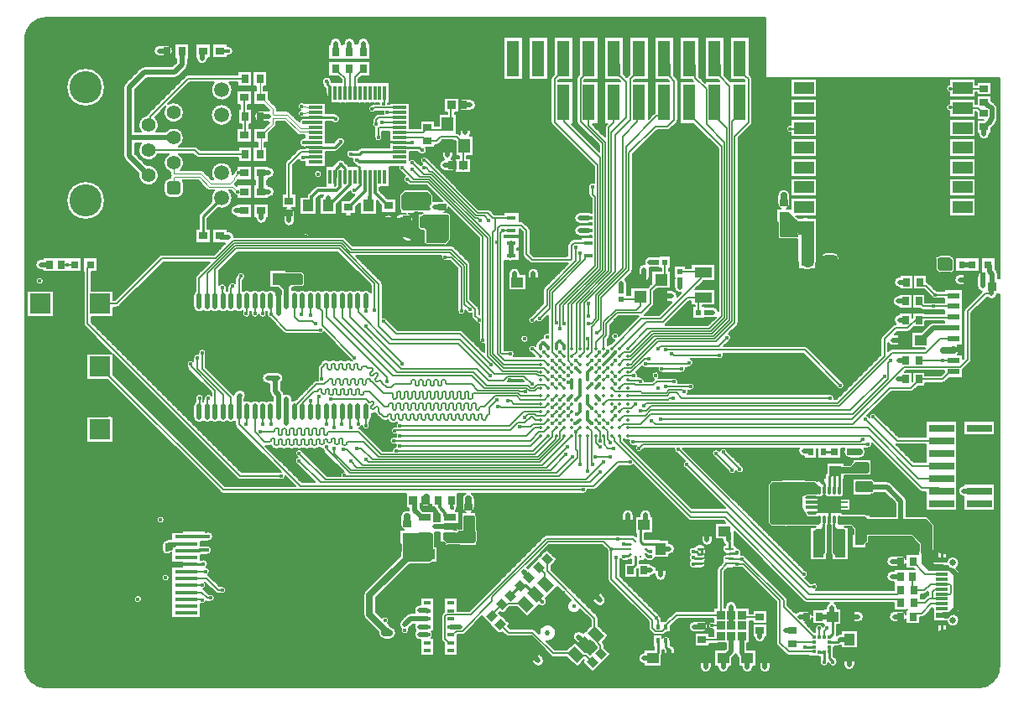
<source format=gtl>
G04*
G04 #@! TF.GenerationSoftware,Altium Limited,Altium Designer,24.0.1 (36)*
G04*
G04 Layer_Physical_Order=1*
G04 Layer_Color=255*
%FSLAX44Y44*%
%MOMM*%
G71*
G04*
G04 #@! TF.SameCoordinates,043D453D-7082-4CC0-88CE-E1747F565096*
G04*
G04*
G04 #@! TF.FilePolarity,Positive*
G04*
G01*
G75*
%ADD10C,0.2540*%
%ADD17C,0.1524*%
%ADD18C,0.1270*%
%ADD26R,0.6587X0.8121*%
%ADD27R,0.7500X0.8500*%
%ADD28R,2.1000X2.0000*%
%ADD29R,1.2500X0.6000*%
%ADD30R,1.4000X1.4500*%
%ADD31R,0.6000X1.0000*%
%ADD32R,0.8500X0.9500*%
%ADD33R,3.7900X1.2000*%
%ADD34R,0.9000X0.8500*%
%ADD35R,0.3000X0.5000*%
%ADD36R,0.7500X0.3500*%
%ADD37R,0.2750X0.2500*%
%ADD38R,0.2500X0.2750*%
%ADD39R,1.2500X0.6500*%
%ADD40C,0.3500*%
%ADD42R,4.8000X4.8000*%
%ADD43R,2.0000X1.2000*%
%ADD44R,0.8611X0.2393*%
G04:AMPARAMS|DCode=45|XSize=0.8611mm|YSize=0.2393mm|CornerRadius=0.1196mm|HoleSize=0mm|Usage=FLASHONLY|Rotation=0.000|XOffset=0mm|YOffset=0mm|HoleType=Round|Shape=RoundedRectangle|*
%AMROUNDEDRECTD45*
21,1,0.8611,0.0000,0,0,0.0*
21,1,0.6218,0.2393,0,0,0.0*
1,1,0.2393,0.3109,0.0000*
1,1,0.2393,-0.3109,0.0000*
1,1,0.2393,-0.3109,0.0000*
1,1,0.2393,0.3109,0.0000*
%
%ADD45ROUNDEDRECTD45*%
%ADD46R,0.9500X0.4500*%
%ADD47R,3.4500X4.3500*%
%ADD48O,0.5500X1.6500*%
%ADD49R,1.3000X1.2000*%
%ADD50R,1.8000X1.0000*%
%ADD51R,1.2000X1.4000*%
%ADD52R,1.4750X0.3000*%
%ADD53R,0.3000X1.4750*%
%ADD54R,0.5000X1.1000*%
%ADD55R,1.1581X1.0121*%
%ADD56R,1.0121X1.1581*%
%ADD57R,0.8121X0.7581*%
%ADD58R,0.7581X0.8121*%
%ADD59R,0.8065X0.8682*%
%ADD60R,0.6153X0.5725*%
%ADD61R,0.5725X0.6153*%
%ADD62R,1.8000X1.4000*%
%ADD63R,0.8000X0.9000*%
%ADD64R,0.9311X0.8121*%
%ADD65R,0.9000X0.7500*%
%ADD66R,0.9000X0.8000*%
%ADD67R,1.0500X0.6500*%
%ADD68R,2.5000X0.7500*%
%ADD69R,0.8000X0.8000*%
%ADD70R,0.7000X0.6500*%
G04:AMPARAMS|DCode=71|XSize=1.35mm|YSize=1mm|CornerRadius=0mm|HoleSize=0mm|Usage=FLASHONLY|Rotation=315.000|XOffset=0mm|YOffset=0mm|HoleType=Round|Shape=Rectangle|*
%AMROTATEDRECTD71*
4,1,4,-0.8309,0.1237,-0.1237,0.8309,0.8309,-0.1237,0.1237,-0.8309,-0.8309,0.1237,0.0*
%
%ADD71ROTATEDRECTD71*%

G04:AMPARAMS|DCode=72|XSize=2mm|YSize=1.8mm|CornerRadius=0mm|HoleSize=0mm|Usage=FLASHONLY|Rotation=315.000|XOffset=0mm|YOffset=0mm|HoleType=Round|Shape=Rectangle|*
%AMROTATEDRECTD72*
4,1,4,-1.3435,0.0707,-0.0707,1.3435,1.3435,-0.0707,0.0707,-1.3435,-1.3435,0.0707,0.0*
%
%ADD72ROTATEDRECTD72*%

%ADD73R,1.1500X0.6000*%
%ADD74R,1.1500X0.3000*%
%ADD75R,1.2700X3.6800*%
%ADD76R,1.0000X2.7000*%
%ADD77R,2.3000X0.3500*%
%ADD78R,0.8121X0.6587*%
G04:AMPARAMS|DCode=79|XSize=0.85mm|YSize=0.75mm|CornerRadius=0mm|HoleSize=0mm|Usage=FLASHONLY|Rotation=315.000|XOffset=0mm|YOffset=0mm|HoleType=Round|Shape=Rectangle|*
%AMROTATEDRECTD79*
4,1,4,-0.5657,0.0354,-0.0354,0.5657,0.5657,-0.0354,0.0354,-0.5657,-0.5657,0.0354,0.0*
%
%ADD79ROTATEDRECTD79*%

G04:AMPARAMS|DCode=80|XSize=0.85mm|YSize=0.75mm|CornerRadius=0mm|HoleSize=0mm|Usage=FLASHONLY|Rotation=45.000|XOffset=0mm|YOffset=0mm|HoleType=Round|Shape=Rectangle|*
%AMROTATEDRECTD80*
4,1,4,-0.0354,-0.5657,-0.5657,-0.0354,0.0354,0.5657,0.5657,0.0354,-0.0354,-0.5657,0.0*
%
%ADD80ROTATEDRECTD80*%

%ADD81R,0.6000X0.8000*%
%ADD82R,1.2000X1.0000*%
%ADD83R,0.9000X0.8000*%
%ADD84R,0.8000X0.9000*%
%ADD85R,0.8500X0.7500*%
%ADD96R,0.3750X0.3500*%
%ADD97R,0.3500X0.3750*%
%ADD104R,1.4000X1.6000*%
%ADD131C,0.6500*%
G04:AMPARAMS|DCode=132|XSize=1mm|YSize=2.1mm|CornerRadius=0.5mm|HoleSize=0mm|Usage=FLASHONLY|Rotation=90.000|XOffset=0mm|YOffset=0mm|HoleType=Round|Shape=RoundedRectangle|*
%AMROUNDEDRECTD132*
21,1,1.0000,1.1000,0,0,90.0*
21,1,0.0000,2.1000,0,0,90.0*
1,1,1.0000,0.5500,0.0000*
1,1,1.0000,0.5500,0.0000*
1,1,1.0000,-0.5500,0.0000*
1,1,1.0000,-0.5500,0.0000*
%
%ADD132ROUNDEDRECTD132*%
G04:AMPARAMS|DCode=133|XSize=1mm|YSize=1.8mm|CornerRadius=0.5mm|HoleSize=0mm|Usage=FLASHONLY|Rotation=90.000|XOffset=0mm|YOffset=0mm|HoleType=Round|Shape=RoundedRectangle|*
%AMROUNDEDRECTD133*
21,1,1.0000,0.8000,0,0,90.0*
21,1,0.0000,1.8000,0,0,90.0*
1,1,1.0000,0.4000,0.0000*
1,1,1.0000,0.4000,0.0000*
1,1,1.0000,-0.4000,0.0000*
1,1,1.0000,-0.4000,0.0000*
%
%ADD133ROUNDEDRECTD133*%
%ADD134C,0.0127*%
%ADD135C,0.0152*%
G04:AMPARAMS|DCode=136|XSize=0.28mm|YSize=0.85mm|CornerRadius=0.0504mm|HoleSize=0mm|Usage=FLASHONLY|Rotation=180.000|XOffset=0mm|YOffset=0mm|HoleType=Round|Shape=RoundedRectangle|*
%AMROUNDEDRECTD136*
21,1,0.2800,0.7492,0,0,180.0*
21,1,0.1792,0.8500,0,0,180.0*
1,1,0.1008,-0.0896,0.3746*
1,1,0.1008,0.0896,0.3746*
1,1,0.1008,0.0896,-0.3746*
1,1,0.1008,-0.0896,-0.3746*
%
%ADD136ROUNDEDRECTD136*%
G04:AMPARAMS|DCode=137|XSize=1.65mm|YSize=2.4mm|CornerRadius=0.0495mm|HoleSize=0mm|Usage=FLASHONLY|Rotation=90.000|XOffset=0mm|YOffset=0mm|HoleType=Round|Shape=RoundedRectangle|*
%AMROUNDEDRECTD137*
21,1,1.6500,2.3010,0,0,90.0*
21,1,1.5510,2.4000,0,0,90.0*
1,1,0.0990,1.1505,0.7755*
1,1,0.0990,1.1505,-0.7755*
1,1,0.0990,-1.1505,-0.7755*
1,1,0.0990,-1.1505,0.7755*
%
%ADD137ROUNDEDRECTD137*%
%ADD138C,0.5080*%
%ADD139C,0.1041*%
%ADD140C,0.3048*%
%ADD141C,1.2700*%
%ADD142C,0.6350*%
%ADD143R,0.7000X0.2800*%
%ADD144C,2.4000*%
%ADD145C,3.2500*%
G04:AMPARAMS|DCode=146|XSize=1.4mm|YSize=1.4mm|CornerRadius=0.35mm|HoleSize=0mm|Usage=FLASHONLY|Rotation=90.000|XOffset=0mm|YOffset=0mm|HoleType=Round|Shape=RoundedRectangle|*
%AMROUNDEDRECTD146*
21,1,1.4000,0.7000,0,0,90.0*
21,1,0.7000,1.4000,0,0,90.0*
1,1,0.7000,0.3500,0.3500*
1,1,0.7000,0.3500,-0.3500*
1,1,0.7000,-0.3500,-0.3500*
1,1,0.7000,-0.3500,0.3500*
%
%ADD146ROUNDEDRECTD146*%
%ADD147C,1.4000*%
%ADD148C,1.5200*%
%ADD149C,0.3750*%
%ADD150C,0.5250*%
%ADD151C,0.4064*%
%ADD152C,0.5000*%
G36*
X494030Y635000D02*
Y627012D01*
X493055Y625552D01*
X492660Y623570D01*
X493055Y621588D01*
X493160Y621430D01*
X491490Y619760D01*
X466090D01*
X463550Y622300D01*
Y635000D01*
X467360Y638810D01*
X490220D01*
X494030Y635000D01*
D02*
G37*
G36*
X857410Y615790D02*
Y614710D01*
X858490D01*
X862330Y610870D01*
X863302D01*
X863710Y609667D01*
X863610Y609590D01*
X862185Y607733D01*
X861289Y605571D01*
X860983Y603250D01*
X861289Y600929D01*
X862185Y598767D01*
X863610Y596910D01*
X864143Y596500D01*
Y593090D01*
X847090D01*
X845820Y594360D01*
Y618490D01*
X854710D01*
X857410Y615790D01*
D02*
G37*
G36*
X478790Y605790D02*
Y590366D01*
X477760Y589623D01*
X467360Y593090D01*
X374650D01*
X364490Y596900D01*
Y612140D01*
X472440D01*
X478790Y605790D01*
D02*
G37*
G36*
X1047750Y608330D02*
Y591820D01*
X1045210Y589280D01*
X1022350D01*
X1018540Y593090D01*
Y608330D01*
X1021080Y610870D01*
X1045210D01*
X1047750Y608330D01*
D02*
G37*
G36*
X511810Y614680D02*
Y613410D01*
Y590550D01*
X508000Y586740D01*
X490220D01*
X488950Y588010D01*
Y600710D01*
X487680Y601980D01*
X483870D01*
X482600Y603250D01*
Y613410D01*
X486410Y615950D01*
X510540D01*
X511810Y614680D01*
D02*
G37*
G36*
X854710Y579120D02*
Y565150D01*
X853440Y563880D01*
X845820D01*
X844550Y565150D01*
Y579120D01*
X847090Y581660D01*
X852170D01*
X854710Y579120D01*
D02*
G37*
G36*
X364490Y566420D02*
X361950Y563880D01*
X334010D01*
X334010Y576580D01*
X364490D01*
Y566420D01*
D02*
G37*
G36*
X1019810Y570230D02*
Y560070D01*
X1018540Y558800D01*
X1007110D01*
X1004570Y561340D01*
Y571500D01*
X1007110Y572770D01*
X1017270D01*
X1019810Y570230D01*
D02*
G37*
G36*
X904240Y572770D02*
Y558800D01*
X902970Y557530D01*
X887730D01*
X885190Y560070D01*
Y574040D01*
X902970D01*
X904240Y572770D01*
D02*
G37*
G36*
X364490Y554990D02*
Y546100D01*
X363220Y544830D01*
X334010D01*
Y556260D01*
X363220D01*
X364490Y554990D01*
D02*
G37*
G36*
X1060450Y435610D02*
Y434340D01*
X1059180Y431800D01*
X1031240D01*
X1027430Y435610D01*
Y450850D01*
X1060450D01*
Y435610D01*
D02*
G37*
G36*
X868680Y356870D02*
X844550D01*
X843280Y358140D01*
Y369570D01*
X844550Y370840D01*
X868680D01*
Y356870D01*
D02*
G37*
G36*
X935990Y364490D02*
Y356870D01*
X933450Y354330D01*
X901700D01*
X898553Y359575D01*
X899179Y360680D01*
X916940D01*
X922020Y365760D01*
X934720D01*
X935990Y364490D01*
D02*
G37*
G36*
X891540Y363220D02*
Y351790D01*
X890350Y350600D01*
Y343159D01*
X889080Y342820D01*
X881380Y350520D01*
X875030D01*
X873760Y351790D01*
Y361950D01*
X875030Y365760D01*
X889000D01*
X891540Y363220D01*
D02*
G37*
G36*
X939800Y345440D02*
Y336550D01*
X938530Y335280D01*
X923290D01*
X922020Y336550D01*
Y345440D01*
X923290Y346710D01*
X938530D01*
X939800Y345440D01*
D02*
G37*
G36*
X947420Y325120D02*
Y316230D01*
X944880Y313690D01*
X934720D01*
X932180Y316230D01*
X923290D01*
Y325120D01*
X925830Y327660D01*
X944880D01*
X947420Y325120D01*
D02*
G37*
G36*
X886350Y340470D02*
Y335170D01*
X884610Y333429D01*
X883845D01*
X882661Y333194D01*
X881981Y332740D01*
X873760D01*
X868680Y330835D01*
X868680Y320040D01*
X873760Y311150D01*
X886350D01*
Y304084D01*
X886418Y303742D01*
X885190Y302260D01*
X852170D01*
X851708Y302722D01*
X851258Y302260D01*
X838200D01*
X835660Y304800D01*
Y342900D01*
X838200Y345440D01*
X881380D01*
X886350Y340470D01*
D02*
G37*
G36*
X266700Y303530D02*
Y297180D01*
X265430Y295910D01*
X236220D01*
Y304800D01*
X240030Y308610D01*
X261620D01*
X266700Y303530D01*
D02*
G37*
G36*
X537845Y310515D02*
Y296545D01*
X539115Y295275D01*
Y286385D01*
X536575Y283845D01*
X509905D01*
X506095Y287655D01*
Y294005D01*
X518795D01*
X519355Y294565D01*
X521235D01*
Y296445D01*
X521335Y296545D01*
X526415D01*
Y310515D01*
X527685Y311785D01*
X536575D01*
X537845Y310515D01*
D02*
G37*
G36*
X891350Y310076D02*
Y304084D01*
X891540Y303131D01*
Y274320D01*
X890270Y273050D01*
X881380D01*
Y297180D01*
X882650Y298450D01*
X887730D01*
X888414Y301872D01*
X888441Y301889D01*
X889113Y302896D01*
X889350Y304084D01*
Y306548D01*
X890080Y310202D01*
X891350Y310076D01*
D02*
G37*
G36*
X872490Y290830D02*
Y273050D01*
X871220Y271780D01*
X855980D01*
X850900Y276860D01*
Y290720D01*
X850790Y290830D01*
X852170Y293370D01*
X869950D01*
X872490Y290830D01*
D02*
G37*
G36*
X901350Y304084D02*
X901587Y302896D01*
X901700Y302727D01*
Y300990D01*
X904240Y298450D01*
X910590Y298450D01*
X911860Y297180D01*
Y271780D01*
X910590Y270510D01*
X902970D01*
X899160Y274320D01*
Y299720D01*
Y303131D01*
X899350Y304084D01*
Y311150D01*
X901350D01*
Y304084D01*
D02*
G37*
G36*
X495935Y292735D02*
Y268605D01*
X492125Y264795D01*
X469265D01*
X465455Y268605D01*
Y294005D01*
X494665D01*
X495935Y292735D01*
D02*
G37*
G36*
X934720Y308610D02*
X993140D01*
X999490Y302260D01*
Y264160D01*
X988695D01*
X988060Y283210D01*
X979170Y292100D01*
X933450D01*
Y285750D01*
X929640Y281940D01*
X922020D01*
Y292100D01*
Y298450D01*
X918210Y302260D01*
X905510D01*
X904240Y303530D01*
Y303533D01*
X904350Y304084D01*
Y311150D01*
X932180D01*
X934720Y308610D01*
D02*
G37*
G36*
X540385Y277495D02*
Y264795D01*
X537845Y262255D01*
X504825D01*
X502285Y263525D01*
Y277495D01*
X503555Y280035D01*
X537845D01*
X540385Y277495D01*
D02*
G37*
G36*
X935990Y275590D02*
Y262890D01*
X934720Y261620D01*
X922020D01*
X919480Y264160D01*
Y274320D01*
X922020Y276860D01*
X934720D01*
X935990Y275590D01*
D02*
G37*
D10*
X905350Y337330D02*
Y353220D01*
X895350Y351250D02*
X899985Y355885D01*
X901700Y356870D02*
X905350Y353220D01*
X900350Y355520D02*
X901700Y356870D01*
X900350Y337330D02*
Y355520D01*
X364490Y673100D02*
X364902D01*
X365542Y673740D02*
X377190D01*
X364902Y673100D02*
X365542Y673740D01*
X895350Y307830D02*
Y322580D01*
X1009310Y195196D02*
X1012756Y191750D01*
X1009310Y195196D02*
Y202950D01*
X1012756Y191750D02*
X1015060D01*
X1009310Y274704D02*
X1012756Y278150D01*
X1015060D01*
X1009310Y266950D02*
Y274704D01*
X795020Y273130D02*
X795094Y273204D01*
X801111D01*
X802228Y274320D01*
X802640D01*
X709930Y273130D02*
X710015D01*
X712993Y270152D01*
X714818D01*
X715109Y269860D01*
X712263Y275882D02*
X714718D01*
X709930Y278130D02*
X710015D01*
X712263Y275882D01*
X714718D02*
X715010Y275590D01*
X402590Y666750D02*
X406840Y662500D01*
Y654090D02*
X407070Y653860D01*
X406840Y654090D02*
Y662500D01*
X397300Y654090D02*
Y661557D01*
X402493Y666750D02*
X402590D01*
X397070Y653860D02*
X397300Y654090D01*
Y661557D02*
X402493Y666750D01*
X887730Y346710D02*
X890350Y344090D01*
Y337330D02*
Y344090D01*
X416560Y640080D02*
X421840Y645360D01*
Y653630D02*
X422070Y653860D01*
X421840Y645360D02*
Y653630D01*
X377190Y683740D02*
X396720D01*
X402590Y689610D01*
X395757Y713740D02*
X397046Y712451D01*
X397459D01*
X377190Y713740D02*
X395757D01*
X388912Y747653D02*
X392070Y744495D01*
X388912Y747653D02*
Y750278D01*
X392070Y738620D02*
Y744495D01*
X388620Y750570D02*
X388912Y750278D01*
X871243Y179093D02*
X880123D01*
X871220Y179070D02*
X871243Y179093D01*
X880123D02*
X880145Y179115D01*
X704810Y285760D02*
Y298469D01*
X709871Y303530D01*
X709930D01*
X413042Y676618D02*
X421348D01*
X423470Y678740D02*
X461950D01*
X421348Y676618D02*
X423470Y678740D01*
X795020Y278130D02*
Y285338D01*
X793750Y286608D02*
Y287020D01*
Y286608D02*
X795020Y285338D01*
Y291480D02*
Y294965D01*
X794075Y295910D02*
X795020Y294965D01*
X704810Y285675D02*
Y285760D01*
X709930Y283130D02*
X724615D01*
X707525D02*
X709930D01*
X704810Y285675D02*
X704830Y285655D01*
X705000D01*
X707525Y283130D01*
X412750Y676910D02*
X413042Y676618D01*
X484728Y680720D02*
X485140D01*
X461950Y683740D02*
X481708D01*
X484728Y680720D01*
X263670Y613559D02*
X282531Y632420D01*
X263670Y594070D02*
Y613559D01*
X688340Y283210D02*
X688400Y283150D01*
X694670D01*
X688340Y270510D02*
X688632Y270802D01*
X694670Y283150D02*
X694690Y283130D01*
X758190Y262890D02*
X758356Y263056D01*
X688632Y270802D02*
X692277D01*
X694605Y273130D02*
X694690D01*
X692277Y270802D02*
X694605Y273130D01*
X895395Y168007D02*
X899160Y164242D01*
Y163830D02*
Y164242D01*
X895395Y168007D02*
Y174115D01*
Y179115D01*
X890270Y163830D02*
Y173990D01*
X885270D02*
X890270D01*
X903793Y184115D02*
X906368Y186690D01*
X906780D01*
X895395Y184115D02*
X903793D01*
X895520Y189115D02*
X896000Y189595D01*
Y189720D01*
X898510Y192230D02*
Y209550D01*
X895395Y189115D02*
X895520D01*
X896000Y189720D02*
X898510Y192230D01*
X722041Y171431D02*
Y172161D01*
X722630Y172750D01*
X717520Y167640D02*
X718250D01*
X722041Y171431D01*
X722630Y172750D02*
Y185390D01*
X730630Y179080D02*
Y185390D01*
Y179080D02*
X734060Y175650D01*
Y175260D02*
Y175650D01*
X246704Y262153D02*
X263011D01*
X263748Y262890D02*
X264160D01*
X263011Y262153D02*
X263748Y262890D01*
X699810Y261991D02*
Y270500D01*
X695126Y257307D02*
X699810Y261991D01*
X695126Y256540D02*
Y257307D01*
X724615Y283130D02*
X729615Y278130D01*
X758356Y263056D02*
X766436D01*
X766509Y263130D01*
X759639Y268204D02*
X766436D01*
X758602Y269240D02*
X759639Y268204D01*
X758190Y269240D02*
X758602D01*
X766436Y268204D02*
X766509Y268130D01*
Y273130D02*
Y278130D01*
X761379Y275298D02*
X763548Y273130D01*
Y278130D02*
X766509D01*
X758482Y275298D02*
X761379D01*
X758190Y275590D02*
X758482Y275298D01*
X763548Y273130D02*
X766509D01*
X892810Y325120D02*
X895350Y322580D01*
X462150Y688540D02*
X474780D01*
X461950Y688740D02*
X462150Y688540D01*
X474780D02*
X474980Y688340D01*
X895350Y337330D02*
Y351250D01*
X889530Y376300D02*
X900430D01*
D17*
X979740Y264930D02*
X992220Y252450D01*
X1009310D01*
X999490Y234950D02*
X1001990Y237450D01*
X999490Y227450D02*
Y234950D01*
X1001990Y237450D02*
X1009310D01*
X979740Y264930D02*
Y265430D01*
X982728Y213038D02*
X988819D01*
X998231Y222450D01*
X996284Y227450D02*
X999490D01*
X992354Y223520D02*
X996284Y227450D01*
X998231Y222450D02*
X1009310D01*
X980590Y223520D02*
X992354D01*
X999490Y227450D02*
X1009310D01*
X979740Y210050D02*
X982728Y213038D01*
X979740Y209550D02*
Y210050D01*
D18*
X1061238Y729114D02*
G03*
X1059542Y730283I-4039J-4043D01*
G01*
X1061240Y729112D02*
G03*
X1059542Y730283I-4041J-4041D01*
G01*
X1065146Y722839D02*
G03*
X1063474Y726878I-5715J0D01*
G01*
X1065146Y722839D02*
G03*
X1063472Y726880I-5715J0D01*
G01*
X1063474Y708682D02*
G03*
X1065146Y712721I-4043J4039D01*
G01*
X1063472Y708680D02*
G03*
X1065146Y712721I-4041J4041D01*
G01*
X1061953Y705977D02*
G03*
X1063465Y708673I-4043J4039D01*
G01*
X1061951Y705975D02*
G03*
X1063465Y708673I-4041J4041D01*
G01*
X1016773Y727805D02*
G03*
X1016773Y719995I497J-3905D01*
G01*
Y746855D02*
G03*
X1016773Y739044I497J-3905D01*
G01*
X1045845Y697230D02*
G03*
X1057275Y697230I5715J0D01*
G01*
X856775Y706166D02*
G03*
X856775Y698454I-795J-3856D01*
G01*
X875318Y612425D02*
G03*
X872760Y612775I-2558J-9175D01*
G01*
X875318Y612425D02*
G03*
X872760Y612775I-2558J-9175D01*
G01*
X869950D02*
G03*
X867392Y612425I0J-9525D01*
G01*
X855980Y635000D02*
G03*
X843280Y635000I-6350J0D01*
G01*
Y627380D02*
G03*
X846588Y621806I6350J0D01*
G01*
X852672D02*
G03*
X855980Y627380I-3042J5574D01*
G01*
X1065725Y555430D02*
G03*
X1064053Y559469I-5715J0D01*
G01*
X1065725Y555430D02*
G03*
X1064051Y559471I-5715J0D01*
G01*
X1048916Y557975D02*
G03*
X1044575Y551824I1343J-5555D01*
G01*
X1054920Y532130D02*
G03*
X1064853Y535244I4260J3810D01*
G01*
X1044575Y543560D02*
G03*
X1049414Y537912I5715J0D01*
G01*
X1043475Y550170D02*
G03*
X1036057Y555625I-5715J0D01*
G01*
X1027430D02*
G03*
X1027430Y544195I0J-5715D01*
G01*
X1041801Y546129D02*
G03*
X1043475Y550170I-4041J4041D01*
G01*
X995450Y546638D02*
G03*
X993259Y547721I-2694J-2694D01*
G01*
X995448Y546640D02*
G03*
X993259Y547721I-2693J-2696D01*
G01*
X1037500Y544195D02*
G03*
X1041541Y545869I0J5715D01*
G01*
X1037500Y544195D02*
G03*
X1041539Y545867I0J5715D01*
G01*
X998635Y532677D02*
G03*
X1003022Y530860I3395J1993D01*
G01*
X1002576Y526733D02*
G03*
X998944Y526733I-1816J-3493D01*
G01*
X1032354Y520853D02*
G03*
X1031240Y518160I2696J-2693D01*
G01*
X1032356Y520854D02*
G03*
X1031240Y518160I2694J-2694D01*
G01*
X1037746Y466637D02*
G03*
X1038860Y469329I-2696J2693D01*
G01*
X1037744Y466635D02*
G03*
X1038860Y469329I-2694J2694D01*
G01*
X1000142Y506637D02*
G03*
X996103Y504965I0J-5715D01*
G01*
X1000142Y506637D02*
G03*
X996100Y504963I0J-5715D01*
G01*
X1026858Y478923D02*
G03*
X1024638Y483746I-6350J0D01*
G01*
X1024998Y474432D02*
G03*
X1026858Y478923I-4490J4490D01*
G01*
X966470Y553085D02*
G03*
X966470Y541655I0J-5715D01*
G01*
X987873Y520229D02*
G03*
X990567Y519113I2694J2694D01*
G01*
X987874Y520227D02*
G03*
X990567Y519113I2693J2696D01*
G01*
X892920Y577850D02*
G03*
X888430Y575990I0J-6350D01*
G01*
X892920Y577850D02*
G03*
X888430Y575990I0J-6350D01*
G01*
X905510Y571500D02*
G03*
X899160Y577850I-6350J0D01*
G01*
Y565150D02*
G03*
X905510Y571500I0J6350D01*
G01*
X890380Y562610D02*
G03*
X894870Y564470I0J6350D01*
G01*
X890380Y562610D02*
G03*
X894870Y564470I0J6350D01*
G01*
X887298Y574858D02*
G03*
X889650Y562610I2352J-5898D01*
G01*
X882076Y565744D02*
G03*
X882635Y568960I-8966J3216D01*
G01*
X863585D02*
G03*
X864144Y565744I9525J0D01*
G01*
X868325Y560724D02*
G03*
X877895Y560724I4785J8236D01*
G01*
X965200Y534035D02*
G03*
X965200Y522605I0J-5715D01*
G01*
X974214Y497223D02*
G03*
X976909Y498339I0J3810D01*
G01*
X974214Y497223D02*
G03*
X976907Y498338I0J3810D01*
G01*
X976615Y488950D02*
G03*
X970900Y494665I-5715J0D01*
G01*
X965934Y514960D02*
G03*
X962855Y504843I536J-5690D01*
G01*
X962132D02*
G03*
X959439Y503729I0J-3810D01*
G01*
X962132Y504843D02*
G03*
X959438Y503727I0J-3810D01*
G01*
X970900Y483235D02*
G03*
X976615Y488950I0J5715D01*
G01*
X948534Y492824D02*
G03*
X947420Y490131I2696J-2693D01*
G01*
X955040Y486332D02*
G03*
X960120Y483235I5080J2618D01*
G01*
X948536Y492825D02*
G03*
X947420Y490131I2694J-2694D01*
G01*
X958850Y480060D02*
G03*
X956157Y478946I0J-3810D01*
G01*
X958850Y480060D02*
G03*
X956156Y478944I0J-3810D01*
G01*
X873787Y481611D02*
G03*
X871093Y482727I-2694J-2694D01*
G01*
X873786Y481613D02*
G03*
X871093Y482727I-2693J-2696D01*
G01*
X817880Y752475D02*
G03*
X816766Y755168I-3810J0D01*
G01*
X817880Y752475D02*
G03*
X816764Y755169I-3810J0D01*
G01*
X756816Y751805D02*
G03*
X757401Y751051I3279J1940D01*
G01*
X756816Y751805D02*
G03*
X757399Y751052I3279J1940D01*
G01*
X816766Y705967D02*
G03*
X817880Y708660I-2696J2693D01*
G01*
X816764Y705966D02*
G03*
X817880Y708660I-2694J2694D01*
G01*
X742950Y750570D02*
G03*
X741836Y753263I-3810J0D01*
G01*
X742950Y750570D02*
G03*
X741834Y753264I-3810J0D01*
G01*
X719455Y718353D02*
G03*
X718776Y717815I2014J-3234D01*
G01*
X719455Y718353D02*
G03*
X718775Y717813I2014J-3234D01*
G01*
X741836Y709003D02*
G03*
X742950Y711696I-2696J2693D01*
G01*
X741834Y709002D02*
G03*
X742950Y711696I-2694J2694D01*
G01*
X691996Y755134D02*
G03*
X691331Y754238I2694J-2694D01*
G01*
X691994Y755133D02*
G03*
X691331Y754238I2696J-2693D01*
G01*
X670406Y706274D02*
G03*
X669290Y703580I2694J-2694D01*
G01*
X670404Y706273D02*
G03*
X669290Y703580I2696J-2693D01*
G01*
X641829Y755768D02*
G03*
X640715Y753075I2696J-2693D01*
G01*
X641831Y755769D02*
G03*
X640715Y753075I2694J-2694D01*
G01*
X615796Y755134D02*
G03*
X614680Y752440I2694J-2694D01*
G01*
X615794Y755133D02*
G03*
X614680Y752440I2696J-2693D01*
G01*
X640715Y709791D02*
G03*
X641829Y707098I3810J0D01*
G01*
X640715Y709791D02*
G03*
X641831Y707097I3810J0D01*
G01*
X614680Y708660D02*
G03*
X615794Y705967I3810J0D01*
G01*
X614680Y708660D02*
G03*
X615796Y705966I3810J0D01*
G01*
X768295Y548276D02*
G03*
X768833Y548955I-2696J2693D01*
G01*
X768293Y548275D02*
G03*
X768833Y548955I-2694J2694D01*
G01*
X732294Y701040D02*
G03*
X734988Y702156I0J3810D01*
G01*
X732294Y701040D02*
G03*
X734987Y702154I0J3810D01*
G01*
X723361Y572913D02*
G03*
X721041Y573405I-2319J-5223D01*
G01*
Y561975D02*
G03*
X723361Y562467I0J5715D01*
G01*
X714691Y573405D02*
G03*
X709317Y565747I0J-5715D01*
G01*
X709317D02*
G03*
X702945Y560070I-657J-5677D01*
G01*
X714375D02*
G03*
X714035Y562013I-5715J0D01*
G01*
X739394Y551754D02*
G03*
X738902Y549434I5223J-2319D01*
G01*
X712703Y549331D02*
G03*
X714375Y553370I-4043J4039D01*
G01*
X712701Y549329D02*
G03*
X714375Y553370I-4041J4041D01*
G01*
X705200Y544195D02*
G03*
X709241Y545869I0J5715D01*
G01*
X702160Y554952D02*
G03*
X704850Y544195I2690J-5042D01*
G01*
X705200D02*
G03*
X709239Y545867I0J5715D01*
G01*
X783590Y518230D02*
G03*
X778034Y522605I-5556J-1340D01*
G01*
X772160D02*
G03*
X769840Y522113I0J-5715D01*
G01*
X778034Y511175D02*
G03*
X780847Y511915I0J5715D01*
G01*
X802796Y504037D02*
G03*
X803910Y506730I-2696J2693D01*
G01*
X802794Y504036D02*
G03*
X803910Y506730I-2694J2694D01*
G01*
X769840Y511667D02*
G03*
X772160Y511175I2319J5223D01*
G01*
X796417Y491490D02*
G03*
X793914Y495156I-3937J0D01*
G01*
X794473Y488095D02*
G03*
X796417Y491490I-1993J3395D01*
G01*
X783868Y469900D02*
G03*
X788797Y473710I992J3810D01*
G01*
D02*
G03*
X788541Y475107I-3937J0D01*
G01*
X758317Y466090D02*
G03*
X755372Y469900I-3937J0D01*
G01*
X755151Y462229D02*
G03*
X758317Y466090I-771J3861D01*
G01*
X752354Y461010D02*
G03*
X755046Y462124I0J3810D01*
G01*
X752354Y461010D02*
G03*
X755048Y462126I0J3810D01*
G01*
X738902Y542290D02*
G03*
X745982Y536740I5715J0D01*
G01*
X726340Y539115D02*
G03*
X722301Y537443I0J-5715D01*
G01*
X726340Y539115D02*
G03*
X722299Y537441I0J-5715D01*
G01*
X742315Y533400D02*
G03*
X736600Y539115I-5715J0D01*
G01*
X721809Y536951D02*
G03*
X728165Y527685I4041J-4041D01*
G01*
X717706Y523087D02*
G03*
X718820Y525780I-2696J2693D01*
G01*
X717704Y523086D02*
G03*
X718820Y525780I-2694J2694D01*
G01*
X750697Y459740D02*
G03*
X750487Y461010I-3937J0D01*
G01*
X722713D02*
G03*
X727432Y455930I3726J-1270D01*
G01*
X745768D02*
G03*
X750697Y459740I992J3810D01*
G01*
X743077Y447040D02*
G03*
X738148Y450850I-3937J0D01*
G01*
X724091Y453390D02*
G03*
X718986Y449630I-3937J0D01*
G01*
X742870Y445779D02*
G03*
X743077Y447040I-3730J1261D01*
G01*
X723162Y450850D02*
G03*
X724091Y453390I-3008J2540D01*
G01*
X706707Y462559D02*
G03*
X710922Y461010I3223J2261D01*
G01*
X708914Y447282D02*
G03*
X705743Y451143I-3937J0D01*
G01*
X702238Y452154D02*
G03*
X702437Y453390I-3738J1236D01*
G01*
D02*
G03*
X700761Y456613I-3937J0D01*
G01*
X705743Y451143D02*
G03*
X703159Y452154I-2584J-2800D01*
G01*
X705743Y451143D02*
G03*
X703159Y452154I-2584J-2800D01*
G01*
X658111Y647521D02*
G03*
X652780Y642898I-1521J-3631D01*
G01*
Y636270D02*
G03*
X653894Y633577I3810J0D01*
G01*
X652780Y636270D02*
G03*
X653896Y633576I3810J0D01*
G01*
X655571Y617576D02*
G03*
X650929Y618045I-2845J-4956D01*
G01*
X644080D02*
G03*
X640041Y616373I0J-5715D01*
G01*
X644080Y618045D02*
G03*
X640039Y616371I0J-5715D01*
G01*
X639849Y616181D02*
G03*
X645351Y606615I4041J-4041D01*
G01*
X652436D02*
G03*
X655571Y607552I0J5715D01*
G01*
X652436Y606615D02*
G03*
X655571Y607552I0J5715D01*
G01*
X654523Y605345D02*
G03*
X650929Y605345I-1797J-5425D01*
G01*
X644080D02*
G03*
X640041Y603673I0J-5715D01*
G01*
X652436Y593915D02*
G03*
X654945Y594495I0J5715D01*
G01*
X652436Y593915D02*
G03*
X654945Y594495I0J5715D01*
G01*
X644080Y605345D02*
G03*
X640039Y603671I0J-5715D01*
G01*
X639849Y603481D02*
G03*
X645351Y593915I4041J-4041D01*
G01*
X638020Y591030D02*
G03*
X635327Y589916I0J-3810D01*
G01*
X638020Y591030D02*
G03*
X635326Y589914I0J-3810D01*
G01*
X632550Y587138D02*
G03*
X631434Y584444I2694J-2694D01*
G01*
X632548Y587136D02*
G03*
X631434Y584444I2696J-2693D01*
G01*
X696116Y557377D02*
G03*
X697230Y560070I-2696J2693D01*
G01*
X696114Y557376D02*
G03*
X697230Y560070I-2694J2694D01*
G01*
X691515Y546100D02*
G03*
X689332Y550593I-5715J0D01*
G01*
X691023Y536636D02*
G03*
X691515Y538956I-5223J2319D01*
G01*
X683351Y493289D02*
G03*
X678921Y488859I-3901J-529D01*
G01*
X608176Y542444D02*
G03*
X607060Y539750I2694J-2694D01*
G01*
X603006Y547429D02*
G03*
X602615Y549506I-5715J0D01*
G01*
X608174Y542443D02*
G03*
X607060Y539750I2696J-2693D01*
G01*
X673126Y491029D02*
G03*
X674240Y493721I-2696J2693D01*
G01*
X673124Y491027D02*
G03*
X674240Y493721I-2694J2694D01*
G01*
X675403Y485341D02*
G03*
X671890Y483313I487J-4901D01*
G01*
X612140Y496006D02*
G03*
X607057Y491109I-1330J-3706D01*
G01*
X600027Y508279D02*
G03*
X606645Y508547I3223J2261D01*
G01*
X607057Y491109D02*
G03*
X603737Y489733I3J-4699D01*
G01*
X607057Y491109D02*
G03*
X603737Y489733I3J-4699D01*
G01*
X600654Y486649D02*
G03*
X599277Y483326I3323J-3323D01*
G01*
X600654Y486649D02*
G03*
X599277Y483326I3323J-3323D01*
G01*
X598964Y482754D02*
G03*
X596719Y483843I-2694J-2694D01*
G01*
X598963Y482756D02*
G03*
X596719Y483843I-2693J-2696D01*
G01*
X1009917Y445770D02*
G03*
X1012611Y446886I0J3810D01*
G01*
X1009917Y445770D02*
G03*
X1012609Y446884I0J3810D01*
G01*
X977814Y436880D02*
G03*
X980507Y437994I0J3810D01*
G01*
X977814Y436880D02*
G03*
X980508Y437996I0J3810D01*
G01*
X962795Y383713D02*
G03*
X963930Y383540I1135J3637D01*
G01*
X962795Y383713D02*
G03*
X963930Y383540I1135J3637D01*
G01*
X1031005Y342260D02*
G03*
X1031005Y330840I235J-5710D01*
G01*
X957649Y344563D02*
G03*
X953610Y346235I-4039J-4043D01*
G01*
X957651Y344561D02*
G03*
X953610Y346235I-4041J-4041D01*
G01*
X986205Y336826D02*
G03*
X988898Y335712I2693J2696D01*
G01*
X986204Y336828D02*
G03*
X988898Y335712I2694J2694D01*
G01*
X973455Y326390D02*
G03*
X971783Y330429I-5715J0D01*
G01*
X973455Y326390D02*
G03*
X971781Y330431I-5715J0D01*
G01*
X943195Y413473D02*
G03*
X935980Y410528I-3395J-1993D01*
G01*
X935575Y410933D02*
G03*
X933615Y412606I-3395J-1993D01*
G01*
X938657Y383540D02*
G03*
X938540Y384492I-3937J0D01*
G01*
X933728Y379730D02*
G03*
X938657Y383540I992J3810D01*
G01*
X932180Y375920D02*
G03*
X930910Y379730I-6350J0D01*
G01*
X925830Y369570D02*
G03*
X932180Y375920I0J6350D01*
G01*
X912320Y371430D02*
G03*
X916810Y369570I4490J4490D01*
G01*
X912320Y371430D02*
G03*
X916810Y369570I4490J4490D01*
G01*
X910717Y443230D02*
G03*
X908773Y446625I-3937J0D01*
G01*
X903385Y441237D02*
G03*
X910717Y443230I3395J1993D01*
G01*
X900347Y429260D02*
G03*
X900557Y430530I-3726J1270D01*
G01*
D02*
G03*
X895628Y434340I-3937J0D01*
G01*
X911086Y379730D02*
G03*
X911940Y371810I5344J-3430D01*
G01*
X864830Y379730D02*
G03*
X869950Y371475I5120J-2540D01*
G01*
X892207Y354393D02*
G03*
X890905Y351250I3143J-3143D01*
G01*
X892207Y354393D02*
G03*
X890905Y351250I3143J-3143D01*
G01*
X909925Y341076D02*
G03*
X909795Y342045I-3679J0D01*
G01*
X906246Y329905D02*
G03*
X909925Y333584I0J3679D01*
G01*
X909598Y313092D02*
G03*
X906246Y315255I-3352J-1516D01*
G01*
X902850Y330273D02*
G03*
X904454Y329905I1604J3311D01*
G01*
X897850Y330273D02*
G03*
X899454Y329905I1604J3311D01*
G01*
X901246D02*
G03*
X902850Y330273I0J3679D01*
G01*
X896246Y329905D02*
G03*
X897850Y330273I0J3679D01*
G01*
X899795Y322580D02*
G03*
X898493Y325723I-4445J0D01*
G01*
X899795Y322580D02*
G03*
X898493Y325723I-4445J0D01*
G01*
X889863Y332912D02*
G03*
X890837Y332912I487J4418D01*
G01*
X890873Y349853D02*
G03*
X883308Y346259I-3143J-3143D01*
G01*
X890837Y332912D02*
G03*
X894454Y329905I3617J672D01*
G01*
X886246D02*
G03*
X889863Y332912I0J3679D01*
G01*
X897031Y327186D02*
G03*
X892810Y329819I-4221J-2066D01*
G01*
X882038Y330809D02*
G03*
X884454Y329905I2415J2775D01*
G01*
X873760Y329819D02*
G03*
X871965Y329463I0J-4699D01*
G01*
X902850Y314887D02*
G03*
X901246Y315255I-1604J-3311D01*
G01*
X904454D02*
G03*
X902850Y314887I0J-3679D01*
G01*
X894863Y303412D02*
G03*
X895837Y303412I487J4418D01*
G01*
X895837Y303412D02*
G03*
X897218Y301163I3617J672D01*
G01*
X893482D02*
G03*
X894863Y303412I-2236J2921D01*
G01*
X883624Y315160D02*
G03*
X881102Y313092I830J-3584D01*
G01*
X1019505Y278150D02*
G03*
X1015060Y282595I-4445J0D01*
G01*
Y273705D02*
G03*
X1019505Y278150I0J4445D01*
G01*
X1026485Y263850D02*
G03*
X1013763Y265125I-6425J0D01*
G01*
X1012756Y282595D02*
G03*
X1009613Y281293I0J-4445D01*
G01*
X1012756Y282595D02*
G03*
X1009613Y281293I0J-4445D01*
G01*
X1013363Y265125D02*
G03*
X1013755Y266950I-4053J1825D01*
G01*
X1023345Y258328D02*
G03*
X1026485Y263850I-3285J5522D01*
G01*
X1026859Y254000D02*
G03*
X1026282Y255392I-1969J0D01*
G01*
X1026859Y254000D02*
G03*
X1026282Y255392I-1969J0D01*
G01*
X1027049Y251460D02*
G03*
X1026859Y252785I-4699J0D01*
G01*
X1027049Y251460D02*
G03*
X1026859Y252785I-4699J0D01*
G01*
X1006167Y277847D02*
G03*
X1004865Y274704I3143J-3143D01*
G01*
X1006167Y277847D02*
G03*
X1004865Y274704I3143J-3143D01*
G01*
X986308Y277474D02*
G03*
X985520Y274410I5562J-3063D01*
G01*
X958850Y271145D02*
G03*
X958850Y259715I0J-5715D01*
G01*
X972815Y268058D02*
G03*
X967740Y271145I-5075J-2628D01*
G01*
X1004865Y266950D02*
G03*
X1005183Y265300I4445J0D01*
G01*
X991267Y232410D02*
G03*
X993962Y233526I0J3810D01*
G01*
X995553Y231318D02*
G03*
X993500Y230234I731J-3868D01*
G01*
X995553Y231318D02*
G03*
X993500Y230234I731J-3868D01*
G01*
X991267Y232410D02*
G03*
X993960Y233524I0J3810D01*
G01*
X967740Y259715D02*
G03*
X972815Y262802I0J5715D01*
G01*
X958850Y255905D02*
G03*
X958850Y244475I0J-5715D01*
G01*
X1026871Y217160D02*
G03*
X1027049Y218440I-4521J1280D01*
G01*
X1026871Y217160D02*
G03*
X1027049Y218440I-4521J1280D01*
G01*
X1026291Y215769D02*
G03*
X1026871Y217160I-1401J1401D01*
G01*
X1026286Y215764D02*
G03*
X1026871Y217160I-1396J1406D01*
G01*
X1026485Y206050D02*
G03*
X1022535Y211979I-6425J0D01*
G01*
X1013763Y204775D02*
G03*
X1026485Y206050I6297J1275D01*
G01*
X1019505Y191750D02*
G03*
X1015060Y196195I-4445J0D01*
G01*
Y187305D02*
G03*
X1019505Y191750I0J4445D01*
G01*
X1045464Y137922D02*
G03*
X1066927Y159385I0J21463D01*
G01*
X988819Y209101D02*
G03*
X991603Y210254I0J3937D01*
G01*
X988819Y209101D02*
G03*
X991603Y210254I0J3937D01*
G01*
X972815Y212178D02*
G03*
X967740Y215265I-5075J-2628D01*
G01*
X961390D02*
G03*
X961390Y203835I0J-5715D01*
G01*
X930275Y209550D02*
G03*
X924560Y215265I-5715J0D01*
G01*
Y203835D02*
G03*
X930275Y209550I0J5715D01*
G01*
X1005257Y204775D02*
G03*
X1004865Y202950I4053J-1825D01*
G01*
X1013755D02*
G03*
X1013363Y204775I-4445J0D01*
G01*
X1009613Y188607D02*
G03*
X1012756Y187305I3143J3143D01*
G01*
X1009613Y188607D02*
G03*
X1012756Y187305I3143J3143D01*
G01*
X1004865Y195196D02*
G03*
X1006167Y192053I4445J0D01*
G01*
X1004865Y195196D02*
G03*
X1006167Y192053I4445J0D01*
G01*
X967740Y203835D02*
G03*
X972815Y206922I0J5715D01*
G01*
X903605Y218440D02*
G03*
X900508Y223520I-5715J0D01*
G01*
X871019Y248941D02*
G03*
X873887Y252730I-1069J3789D01*
G01*
D02*
G03*
X870877Y256556I-3937J0D01*
G01*
X884047Y240043D02*
G03*
X877926Y243318I-3937J0D01*
G01*
X882070Y236628D02*
G03*
X884047Y240043I-1960J3415D01*
G01*
X853440Y226060D02*
G03*
X852326Y228753I-3810J0D01*
G01*
X870232Y224636D02*
G03*
X872926Y223520I2694J2694D01*
G01*
X870233Y224634D02*
G03*
X872926Y223520I2693J2696D01*
G01*
X853440Y226060D02*
G03*
X852324Y228754I-3810J0D01*
G01*
X915050Y215265D02*
G03*
X915050Y203835I0J-5715D01*
G01*
X903793Y179670D02*
G03*
X906936Y180972I0J4445D01*
G01*
X903793Y179670D02*
G03*
X906936Y180972I0J4445D01*
G01*
X902668Y190659D02*
G03*
X902955Y192230I-4158J1571D01*
G01*
X906780Y192405D02*
G03*
X902668Y190659I0J-5715D01*
G01*
D02*
G03*
X902955Y192230I-4158J1571D01*
G01*
X921385Y170180D02*
G03*
X909955Y170180I-5715J0D01*
G01*
Y161290D02*
G03*
X921385Y161290I5715J0D01*
G01*
X903605Y164242D02*
G03*
X902303Y167386I-4445J0D01*
G01*
X903605Y164242D02*
G03*
X902303Y167386I-4445J0D01*
G01*
X895103Y162013D02*
G03*
X903605Y163830I4057J1817D01*
G01*
X895272Y223520D02*
G03*
X892175Y218440I2618J-5080D01*
G01*
X890509Y201314D02*
G03*
X889038Y199249I2301J-3194D01*
G01*
X888979Y199189D02*
G03*
X881420Y196985I-3789J-1069D01*
G01*
X878144Y210811D02*
G03*
X872570Y215265I-5574J-1261D01*
G01*
X865996D02*
G03*
X861531Y213117I0J-5715D01*
G01*
X872570Y203835D02*
G03*
X878144Y208289I0J5715D01*
G01*
X842010Y182880D02*
G03*
X843126Y180186I3810J0D01*
G01*
X842010Y182880D02*
G03*
X843124Y180187I3810J0D01*
G01*
X851892Y171419D02*
G03*
X854585Y170305I2693J2696D01*
G01*
X851891Y171421D02*
G03*
X854585Y170305I2694J2694D01*
G01*
X885825Y163830D02*
G03*
X894536Y162580I4445J0D01*
G01*
X808946Y359286D02*
G03*
X807876Y361404I-3766J-575D01*
G01*
X809117Y358140D02*
G03*
X808946Y359286I-3937J0D01*
G01*
X801448Y356886D02*
G03*
X809117Y358140I3732J1254D01*
G01*
X808946Y359286D02*
G03*
X807874Y361406I-3766J-575D01*
G01*
X793734Y356578D02*
G03*
X801448Y356886I3826J927D01*
G01*
X792475Y376805D02*
G03*
X788670Y379730I-3805J-1012D01*
G01*
D02*
G03*
X784768Y376320I0J-3937D01*
G01*
X784445Y376643D02*
G03*
X779057Y371255I-3395J-1993D01*
G01*
X759587Y441960D02*
G03*
X754693Y445779I-3937J0D01*
G01*
X754624Y438159D02*
G03*
X759587Y441960I1026J3801D01*
G01*
X753237Y436880D02*
G03*
X753024Y438159I-3937J0D01*
G01*
X752308Y434340D02*
G03*
X753237Y436880I-3008J2540D01*
G01*
X739223Y379730D02*
G03*
X742023Y374634I3726J-1270D01*
G01*
X750057Y366600D02*
G03*
X749603Y359581I1539J-3624D01*
G01*
X778495Y295910D02*
G03*
X768739Y299951I-5715J0D01*
G01*
X777875Y293321D02*
G03*
X778495Y295910I-5095J2589D01*
G01*
X768119Y299331D02*
G03*
X766445Y295290I4041J-4041D01*
G01*
X752105Y308199D02*
G03*
X755373Y306347I3268J1958D01*
G01*
X768117Y299329D02*
G03*
X766445Y295290I4043J-4039D01*
G01*
X752105Y308199D02*
G03*
X755373Y306347I3268J1958D01*
G01*
X807085Y274320D02*
G03*
X802640Y278765I-4445J0D01*
G01*
X811115Y269963D02*
G03*
X807113Y271860I-3395J-1993D01*
G01*
X806342D02*
G03*
X807085Y274320I-3702J2460D01*
G01*
X799465Y285338D02*
G03*
X799395Y286126I-4445J0D01*
G01*
D02*
G03*
X799465Y287020I-5645J894D01*
G01*
Y285338D02*
G03*
X799395Y286126I-4445J0D01*
G01*
X802454Y278765D02*
G03*
X799465Y282292I-4325J-635D01*
G01*
X790650Y273944D02*
G03*
X790650Y272316I4370J-814D01*
G01*
X790551Y282284D02*
G03*
X790650Y273944I1360J-4154D01*
G01*
Y272316D02*
G03*
X788325Y265630I1261J-4186D01*
G01*
X788035Y287020D02*
G03*
X790551Y282284I5715J0D01*
G01*
X801267Y259200D02*
G03*
X803632Y259080I1373J3690D01*
G01*
X798129Y258759D02*
G03*
X800043Y259200I0J4371D01*
G01*
X766445Y287020D02*
G03*
X777875Y287020I5715J0D01*
G01*
X770954Y278130D02*
G03*
X766509Y282575I-4445J0D01*
G01*
X763548D02*
G03*
X759450Y279853I0J-4445D01*
G01*
X770954Y278130D02*
G03*
X766509Y282575I-4445J0D01*
G01*
X770954Y268130D02*
G03*
X770185Y270630I-4445J0D01*
G01*
D02*
G03*
X770954Y273130I-3675J2500D01*
G01*
X759450Y279853D02*
G03*
X755047Y272447I-1260J-4263D01*
G01*
X770185Y270630D02*
G03*
X770954Y273130I-3675J2500D01*
G01*
X755079Y272415D02*
G03*
X755079Y266065I3111J-3175D01*
G01*
X739775Y278130D02*
G03*
X734060Y283845I-5715J0D01*
G01*
Y272415D02*
G03*
X739775Y278130I0J5715D01*
G01*
X788325Y265630D02*
G03*
X787600Y263857I3586J-2500D01*
G01*
X770954Y263130D02*
G03*
X770185Y265630I-4445J0D01*
G01*
Y265630D02*
G03*
X770954Y268130I-3675J2500D01*
G01*
X783434Y259691D02*
G03*
X782320Y256998I2696J-2693D01*
G01*
X783436Y259692D02*
G03*
X782320Y256998I2694J-2694D01*
G01*
X769652Y259987D02*
G03*
X770954Y263130I-3143J3143D01*
G01*
X766436Y258611D02*
G03*
X769579Y259913I0J4445D01*
G01*
X766436Y258611D02*
G03*
X769579Y259913I0J4445D01*
G01*
X755047Y266033D02*
G03*
X759395Y258611I3143J-3143D01*
G01*
X715645Y312420D02*
G03*
X704215Y312420I-5715J0D01*
G01*
X693723Y387869D02*
G03*
X698222Y382270I3507J-1789D01*
G01*
X688335Y389032D02*
G03*
X693723Y387869I3555J3408D01*
G01*
X700572Y382270D02*
G03*
X706975Y377737I3008J-2540D01*
G01*
X693044Y361950D02*
G03*
X697399Y362904I1483J3647D01*
G01*
X657860Y337820D02*
G03*
X660554Y338936I0J3810D01*
G01*
X657860Y337820D02*
G03*
X660553Y338934I0J3810D01*
G01*
X699974Y290984D02*
G03*
X697280Y292100I-2694J-2694D01*
G01*
X697865Y312420D02*
G03*
X686435Y312420I-5715J0D01*
G01*
X646708Y333883D02*
G03*
X651637Y337693I992J3810D01*
G01*
X696191Y298249D02*
G03*
X697865Y302290I-4041J4041D01*
G01*
X696191Y298249D02*
G03*
X697865Y302290I-4041J4041D01*
G01*
X699973Y290986D02*
G03*
X697280Y292100I-2693J-2696D01*
G01*
X686435Y302843D02*
G03*
X696161Y298219I5685J-584D01*
G01*
X682982Y292100D02*
G03*
X680998Y292100I-992J-3810D01*
G01*
X610433D02*
G03*
X607741Y290986I0J-3810D01*
G01*
X610433Y292100D02*
G03*
X607739Y290984I0J-3810D01*
G01*
X726623Y287096D02*
G03*
X724615Y287575I-2008J-3966D01*
G01*
X726623Y287096D02*
G03*
X724615Y287575I-2008J-3966D01*
G01*
X730885Y261590D02*
G03*
X719455Y261590I-5715J0D01*
G01*
X713526Y265707D02*
G03*
X719500Y269164I1583J4153D01*
G01*
X709850Y267009D02*
G03*
X712993Y265707I3143J3143D01*
G01*
X709850Y267009D02*
G03*
X712993Y265707I3143J3143D01*
G01*
X719455Y260132D02*
G03*
X715129Y262254I-4445J-3592D01*
G01*
X692277Y266357D02*
G03*
X695365Y267605I0J4445D01*
G01*
X692277Y266357D02*
G03*
X695365Y267605I0J4445D01*
G01*
X684530Y268221D02*
G03*
X689923Y266357I3810J2289D01*
G01*
X715129Y250826D02*
G03*
X719455Y252948I-119J5714D01*
G01*
Y251460D02*
G03*
X730885Y251460I5715J0D01*
G01*
X671830Y247650D02*
G03*
X672944Y244957I3810J0D01*
G01*
X671830Y247650D02*
G03*
X672946Y244956I3810J0D01*
G01*
X658977Y239375D02*
G03*
X654936Y241049I-4041J-4041D01*
G01*
X658975Y239377D02*
G03*
X654936Y241049I-4039J-4043D01*
G01*
X653273D02*
G03*
X652519Y229669I0J-5715D01*
G01*
X802005Y219710D02*
G03*
X790575Y219710I-5715J0D01*
G01*
X778232Y204470D02*
G03*
X778232Y196850I-992J-3810D01*
G01*
X772795Y199807D02*
G03*
X764937Y205105I-5715J0D01*
G01*
X741400Y214970D02*
G03*
X738706Y213854I0J-3810D01*
G01*
X741400Y214970D02*
G03*
X738708Y213856I0J-3810D01*
G01*
X759460Y205105D02*
G03*
X759460Y193675I0J-5715D01*
G01*
X771121Y195766D02*
G03*
X772795Y199807I-4041J4041D01*
G01*
X766663Y193675D02*
G03*
X770704Y195349I0J5715D01*
G01*
X766663Y193675D02*
G03*
X770702Y195347I0J5715D01*
G01*
X727225Y191175D02*
G03*
X729918Y192289I0J3810D01*
G01*
X727225Y191175D02*
G03*
X729919Y192291I0J3810D01*
G01*
X819786Y189111D02*
G03*
X831214Y189111I5714J119D01*
G01*
X833351Y171681D02*
G03*
X824865Y164048I-4041J-4041D01*
G01*
X836295Y166370D02*
G03*
X834623Y170409I-5715J0D01*
G01*
X836295Y166370D02*
G03*
X834621Y170411I-5715J0D01*
G01*
X801462Y171818D02*
G03*
X803086Y168511I5668J732D01*
G01*
X801462Y171818D02*
G03*
X803089Y168509I5668J732D01*
G01*
X800674Y170831D02*
G03*
X801462Y171818I-4043J4039D01*
G01*
X800671Y170829D02*
G03*
X801462Y171818I-4041J4041D01*
G01*
X824865Y158750D02*
G03*
X836295Y158750I5715J0D01*
G01*
X807085D02*
G03*
X818515Y158750I5715J0D01*
G01*
X782955D02*
G03*
X794385Y158750I5715J0D01*
G01*
X781993Y182463D02*
G03*
X783407Y182735I0J3810D01*
G01*
X781993Y182463D02*
G03*
X783407Y182735I0J3810D01*
G01*
X777845Y167640D02*
G03*
X768089Y171681I-5715J0D01*
G01*
X766847Y170439D02*
G03*
X765175Y166400I4043J-4039D01*
G01*
X766849Y170441D02*
G03*
X765175Y166400I4041J-4041D01*
G01*
X735075Y185390D02*
G03*
X727305Y188340I-4445J0D01*
G01*
X739775Y175260D02*
G03*
X735120Y180876I-5715J0D01*
G01*
X726486Y170538D02*
G03*
X727075Y172750I-3856J2211D01*
G01*
X726486Y170538D02*
G03*
X727075Y172750I-3856J2211D01*
G01*
X776605Y164085D02*
G03*
X777845Y167640I-4475J3555D01*
G01*
X765175Y158750D02*
G03*
X776605Y158750I5715J0D01*
G01*
X728345Y167640D02*
G03*
X739775Y167640I5715J0D01*
G01*
X669925Y226060D02*
G03*
X668251Y230101I-5715J0D01*
G01*
X725221Y209051D02*
G03*
X723353Y211675I-3861J-771D01*
G01*
X726440Y206254D02*
G03*
X725326Y208946I-3810J0D01*
G01*
X726440Y206254D02*
G03*
X725324Y208948I-3810J0D01*
G01*
X713231Y198286D02*
G03*
X714345Y195593I3810J0D01*
G01*
X713231Y198286D02*
G03*
X714346Y195591I3810J0D01*
G01*
X660169Y222019D02*
G03*
X669925Y226060I4041J4041D01*
G01*
X634934Y226305D02*
G03*
X633174Y215234I3136J-6174D01*
G01*
X610489Y224790D02*
G03*
X609315Y227897I-4699J0D01*
G01*
X602682Y221265D02*
G03*
X610489Y224790I3108J3525D01*
G01*
X662563Y207875D02*
G03*
X661447Y210569I-3810J0D01*
G01*
X662563Y207875D02*
G03*
X661449Y210567I-3810J0D01*
G01*
X633174Y215234D02*
G03*
X644245Y216995I4897J4897D01*
G01*
X619625Y193261D02*
G03*
X617158Y199218I-8425J0D01*
G01*
X598774Y196092D02*
G03*
X596079Y197208I-2694J-2694D01*
G01*
X598772Y196094D02*
G03*
X596079Y197208I-2693J-2696D01*
G01*
X717648Y192289D02*
G03*
X720341Y191175I2693J2696D01*
G01*
X717647Y192291D02*
G03*
X720341Y191175I2694J2694D01*
G01*
X655629Y181936D02*
G03*
X654147Y185775I-5715J0D01*
G01*
X655629Y181936D02*
G03*
X654147Y185775I-5715J0D01*
G01*
X668532Y180589D02*
G03*
X667417Y183282I-3810J0D01*
G01*
X668532Y180589D02*
G03*
X667416Y183283I-3810J0D01*
G01*
X708554Y173354D02*
G03*
X708554Y161926I106J-5714D01*
G01*
X646661Y193271D02*
G03*
X638579Y185189I-4041J-4041D01*
G01*
X644708Y179060D02*
G03*
X655629Y181417I5206J2357D01*
G01*
X609934Y184932D02*
G03*
X619625Y193261I1266J8329D01*
G01*
X617158Y199218D02*
G03*
X602871Y191995I-5957J-5957D01*
G01*
X652658Y172799D02*
G03*
X649966Y173913I-2693J-2696D01*
G01*
X652660Y172797D02*
G03*
X649966Y173913I-2694J-2694D01*
G01*
X614207Y169882D02*
G03*
X616900Y168768I2693J2696D01*
G01*
X614206Y169884D02*
G03*
X616900Y168768I2694J2694D01*
G01*
X607695Y165100D02*
G03*
X606021Y169141I-5715J0D01*
G01*
X597939Y161059D02*
G03*
X607695Y165100I4041J4041D01*
G01*
X525160Y732155D02*
G03*
X522180Y731317I0J-5715D01*
G01*
X539115Y726440D02*
G03*
X533400Y732155I-5715J0D01*
G01*
Y720725D02*
G03*
X539115Y726440I0J5715D01*
G01*
X522180Y721563D02*
G03*
X525160Y720725I2980J4877D01*
G01*
X445803Y719930D02*
G03*
X445854Y717550I3777J-1110D01*
G01*
X441178D02*
G03*
X438485Y716436I0J-3810D01*
G01*
X441178Y717550D02*
G03*
X438484Y716434I0J-3810D01*
G01*
X533224Y695565D02*
G03*
X534035Y698500I-4904J2935D01*
G01*
Y706610D02*
G03*
X532361Y710651I-5715J0D01*
G01*
X534035Y706610D02*
G03*
X532363Y710649I-5715J0D01*
G01*
X531581Y711431D02*
G03*
X522605Y704508I-4041J-4041D01*
G01*
Y698500D02*
G03*
X523065Y696253I5715J0D01*
G01*
X522328Y696991D02*
G03*
X519715Y698104I-2693J-2696D01*
G01*
X522329Y696989D02*
G03*
X519715Y698104I-2694J-2694D01*
G01*
X516255Y685390D02*
G03*
X513129Y690485I-5715J0D01*
G01*
X514132Y671195D02*
G03*
X516255Y675640I-3592J4445D01*
G01*
X507951Y690485D02*
G03*
X504825Y685390I2589J-5095D01*
G01*
X444627Y693420D02*
G03*
X444500Y694412I-3937J0D01*
G01*
X436880D02*
G03*
X444627Y693420I3810J-992D01*
G01*
X499502Y686236D02*
G03*
X502196Y687352I0J3810D01*
G01*
X499502Y686236D02*
G03*
X502194Y687350I0J3810D01*
G01*
X504825Y675640D02*
G03*
X507004Y671150I5715J0D01*
G01*
X489585Y680720D02*
G03*
X488545Y683577I-4445J0D01*
G01*
X489926Y673049D02*
G03*
X487939Y674099I-2694J-2694D01*
G01*
X481585Y677577D02*
G03*
X484728Y676275I3143J3143D01*
G01*
X481585Y677577D02*
G03*
X484728Y676275I3143J3143D01*
G01*
X485140D02*
G03*
X489585Y680720I0J4445D01*
G01*
X489924Y673050D02*
G03*
X487939Y674099I-2693J-2696D01*
G01*
D02*
G03*
X485251Y666702I-1218J-3744D01*
G01*
X431165Y788670D02*
G03*
X419735Y788670I-5715J0D01*
G01*
X417195D02*
G03*
X405765Y788670I-5715J0D01*
G01*
X403225D02*
G03*
X391795Y788670I-5715J0D01*
G01*
X393357Y750278D02*
G03*
X392055Y753421I-4445J0D01*
G01*
X393357Y750278D02*
G03*
X392055Y753421I-4445J0D01*
G01*
X435369Y718830D02*
G03*
X437784Y719930I-273J3800D01*
G01*
X435369Y718830D02*
G03*
X437784Y719930I-273J3800D01*
G01*
X436206Y727550D02*
G03*
X433570Y726491I0J-3810D01*
G01*
X434875Y709574D02*
G03*
X436950Y703641I3275J-2184D01*
G01*
X436206Y727550D02*
G03*
X433570Y726491I0J-3810D01*
G01*
X435990Y713941D02*
G03*
X434875Y711247I2694J-2694D01*
G01*
X433570Y726491D02*
G03*
X435369Y718830I770J-3861D01*
G01*
X435989Y713939D02*
G03*
X434875Y711247I2696J-2693D01*
G01*
X423470Y683185D02*
G03*
X420327Y681883I0J-4445D01*
G01*
X423470Y683185D02*
G03*
X420327Y681883I0J-4445D01*
G01*
X414333Y681063D02*
G03*
X409607Y673767I-1583J-4153D01*
G01*
X409898Y673475D02*
G03*
X413042Y672173I3143J3143D01*
G01*
X409898Y673475D02*
G03*
X413042Y672173I3143J3143D01*
G01*
X391763Y753713D02*
G03*
X384467Y748987I-3143J-3143D01*
G01*
X387625Y738620D02*
G03*
X392395Y734187I4445J0D01*
G01*
X384467Y747653D02*
G03*
X385769Y744510I4445J0D01*
G01*
X384467Y747653D02*
G03*
X385769Y744510I4445J0D01*
G01*
X398900Y716883D02*
G03*
X395757Y718185I-3143J-3143D01*
G01*
X401904Y712451D02*
G03*
X399276Y716507I-4445J0D01*
G01*
X398900Y716883D02*
G03*
X395757Y718185I-3143J-3143D01*
G01*
X397459Y708006D02*
G03*
X401904Y712451I0J4445D01*
G01*
X407035Y689610D02*
G03*
X399447Y692753I-4445J0D01*
G01*
X393916Y709295D02*
G03*
X397046Y708006I3130J3156D01*
G01*
X393916Y709295D02*
G03*
X397046Y708006I3130J3156D01*
G01*
X405733Y686467D02*
G03*
X407035Y689610I-3143J3143D01*
G01*
X396720Y679295D02*
G03*
X399863Y680597I0J4445D01*
G01*
X396720Y679295D02*
G03*
X399863Y680597I0J4445D01*
G01*
X524438Y658244D02*
G03*
X527773Y658244I1668J3426D01*
G01*
X515295Y659765D02*
G03*
X518275Y660603I0J5715D01*
G01*
X553873Y619916D02*
G03*
X551180Y621030I-2693J-2696D01*
G01*
X553874Y619914D02*
G03*
X551180Y621030I-2694J-2694D01*
G01*
X518275Y670357D02*
G03*
X515295Y671195I-2980J-4877D01*
G01*
X507004Y671150D02*
G03*
X507718Y659765I714J-5670D01*
G01*
X485251Y666702D02*
G03*
X483187Y665201I1159J-3762D01*
G01*
X478375Y670013D02*
G03*
X472500Y671078I-3395J-1993D01*
G01*
X470235Y646274D02*
G03*
X472928Y645160I2693J2696D01*
G01*
X470234Y646276D02*
G03*
X472928Y645160I2694J2694D01*
G01*
X467639Y654733D02*
G03*
X468771Y647738I2261J-3223D01*
G01*
X461040Y664041D02*
G03*
X462827Y659545I3780J-1101D01*
G01*
X497840Y629285D02*
G03*
X495972Y628971I0J-5715D01*
G01*
X506721Y617916D02*
G03*
X511142Y622878I-1261J5574D01*
G01*
X587308Y607572D02*
G03*
X584613Y608688I-2694J-2694D01*
G01*
X587306Y607573D02*
G03*
X584613Y608688I-2693J-2696D01*
G01*
X593960Y599341D02*
G03*
X592846Y602034I-3810J0D01*
G01*
X593960Y599341D02*
G03*
X592844Y602035I-3810J0D01*
G01*
X576523Y592645D02*
G03*
X572929Y592645I-1797J-5425D01*
G01*
X586340Y575452D02*
G03*
X587455Y572759I3810J0D01*
G01*
X586340Y575452D02*
G03*
X587456Y572758I3810J0D01*
G01*
X484135Y600038D02*
G03*
X486334Y598966I3545J4482D01*
G01*
X475615Y611030D02*
G03*
X471161Y616604I-5715J0D01*
G01*
X473941Y606989D02*
G03*
X475615Y611030I-4041J4041D01*
G01*
X484475Y594360D02*
G03*
X478760Y600075I-5715J0D01*
G01*
X469740Y605155D02*
G03*
X473781Y606829I0J5715D01*
G01*
X469740Y605155D02*
G03*
X473779Y606827I0J5715D01*
G01*
X469900Y600075D02*
G03*
X469900Y588645I0J-5715D01*
G01*
X517044Y583084D02*
G03*
X514350Y584200I-2694J-2694D01*
G01*
X517043Y583086D02*
G03*
X514350Y584200I-2693J-2696D01*
G01*
X478760Y588645D02*
G03*
X484475Y594360I0J5715D01*
G01*
X417872Y665417D02*
G03*
X419370Y664410I3323J3323D01*
G01*
X417872Y665417D02*
G03*
X419370Y664410I3323J3323D01*
G01*
D02*
G03*
X421195Y664041I1825J4330D01*
G01*
X419370Y664410D02*
G03*
X421195Y664041I1825J4330D01*
G01*
X414687Y672173D02*
G03*
X416861Y666429I4413J-1613D01*
G01*
X405733Y669893D02*
G03*
X402590Y671195I-3143J-3143D01*
G01*
X402493D02*
G03*
X399350Y669893I0J-4445D01*
G01*
X405733D02*
G03*
X402590Y671195I-3143J-3143D01*
G01*
X402493D02*
G03*
X399350Y669893I0J-4445D01*
G01*
X410854Y664410D02*
G03*
X409983Y665643I-4014J-1910D01*
G01*
X410854Y664410D02*
G03*
X409983Y665643I-4014J-1910D01*
G01*
X412156Y639475D02*
G03*
X416733Y635638I4404J605D01*
G01*
X384978Y635381D02*
G03*
X384336Y633806I4912J-2921D01*
G01*
X463550Y616585D02*
G03*
X463550Y605155I0J-5715D01*
G01*
X456565Y609720D02*
G03*
X445135Y609720I-5715J0D01*
G01*
X436245Y608300D02*
G03*
X424815Y608300I-5715J0D01*
G01*
X445135Y601980D02*
G03*
X456565Y601980I5715J0D01*
G01*
X424815Y599440D02*
G03*
X436245Y599440I5715J0D01*
G01*
X415925Y611220D02*
G03*
X412838Y616295I-5715J0D01*
G01*
X407582D02*
G03*
X404495Y611220I2628J-5075D01*
G01*
X395605Y608300D02*
G03*
X384175Y608300I-5715J0D01*
G01*
X404495Y604520D02*
G03*
X415925Y604520I5715J0D01*
G01*
X407169Y591976D02*
G03*
X404476Y593090I-2693J-2696D01*
G01*
X384175Y599440D02*
G03*
X395605Y599440I5715J0D01*
G01*
X407170Y591974D02*
G03*
X404476Y593090I-2694J-2694D01*
G01*
X368055Y728415D02*
G03*
X366814Y728630I-1241J-3481D01*
G01*
X365099D02*
G03*
X362228Y721360I-1879J-3460D01*
G01*
X368055Y728415D02*
G03*
X366814Y728630I-1241J-3481D01*
G01*
X338226Y722219D02*
G03*
X337146Y724830I-3696J0D01*
G01*
X338226Y722219D02*
G03*
X337144Y724833I-3696J0D01*
G01*
X294259Y781050D02*
G03*
X289560Y785749I-4699J0D01*
G01*
Y776351D02*
G03*
X294259Y781050I0J4699D01*
G01*
X293306Y741720D02*
G03*
X290189Y749300I-10775J0D01*
G01*
X257175Y773430D02*
G03*
X268605Y773430I5715J0D01*
G01*
X274873Y749300D02*
G03*
X293306Y741720I7658J-7580D01*
G01*
X246613Y763041D02*
G03*
X248285Y767080I-4043J4039D01*
G01*
X246611Y763039D02*
G03*
X248285Y767080I-4041J4041D01*
G01*
X248920Y756920D02*
G03*
X246227Y755806I0J-3810D01*
G01*
X248920Y756920D02*
G03*
X246226Y755804I0J-3810D01*
G01*
X362228Y721360D02*
G03*
X365099Y714090I992J-3810D01*
G01*
X351060Y719223D02*
G03*
X348447Y720306I-2613J-2613D01*
G01*
X351058Y719226D02*
G03*
X348447Y720306I-2611J-2616D01*
G01*
X365760Y713359D02*
G03*
X361091Y709192I0J-4699D01*
G01*
X336638Y704682D02*
G03*
X337718Y707293I-2616J2611D01*
G01*
X336636Y704679D02*
G03*
X337718Y707293I-2613J2613D01*
G01*
X366435Y693439D02*
G03*
X363710Y692568I0J-4699D01*
G01*
X366435Y693439D02*
G03*
X363710Y692568I0J-4699D01*
G01*
X358278Y697027D02*
G03*
X360891Y695944I2613J2613D01*
G01*
X358280Y697024D02*
G03*
X360891Y695944I2611J2616D01*
G01*
X366035Y683641D02*
G03*
X367932Y684041I0J4699D01*
G01*
X366035Y683641D02*
G03*
X367932Y684041I0J4699D01*
G01*
X363710Y692568D02*
G03*
X365760Y683641I2050J-4228D01*
G01*
X362510Y682550D02*
G03*
X359818Y681436I0J-3810D01*
G01*
X362510Y682550D02*
G03*
X359816Y681434I0J-3810D01*
G01*
X321190Y720725D02*
G03*
X321190Y709295I0J-5715D01*
G01*
X293306Y716320D02*
G03*
X293306Y716320I-10775J0D01*
G01*
X258339Y683414D02*
G03*
X255645Y684530I-2694J-2694D01*
G01*
X258338Y683416D02*
G03*
X255645Y684530I-2693J-2696D01*
G01*
X233285Y781050D02*
G03*
X227570Y786765I-5715J0D01*
G01*
Y775335D02*
G03*
X233285Y781050I0J5715D01*
G01*
X219710Y786765D02*
G03*
X219710Y775335I0J-5715D01*
G01*
X234950Y753745D02*
G03*
X238991Y755419I0J5715D01*
G01*
X234950Y753745D02*
G03*
X238989Y755417I0J5715D01*
G01*
X204470Y765175D02*
G03*
X200431Y763503I0J-5715D01*
G01*
X204470Y765175D02*
G03*
X200429Y763501I0J-5715D01*
G01*
X105664Y814578D02*
G03*
X84201Y793115I0J-21463D01*
G01*
X185189Y748261D02*
G03*
X183515Y744220I4041J-4041D01*
G01*
X185187Y748259D02*
G03*
X183515Y744220I4043J-4039D01*
G01*
X244406Y718820D02*
G03*
X228250Y727052I-10175J0D01*
G01*
X225999Y724801D02*
G03*
X244406Y718820I8232J-5981D01*
G01*
X208140Y717718D02*
G03*
X207199Y716164I2696J-2693D01*
G01*
X208141Y717719D02*
G03*
X207199Y716164I2694J-2694D01*
G01*
Y716164D02*
G03*
X201432Y699135I1632J-10043D01*
G01*
X239181Y684530D02*
G03*
X244406Y693420I-4950J8890D01*
G01*
D02*
G03*
X225812Y699135I-10175J0D01*
G01*
X219006Y706120D02*
G03*
X215230Y714032I-10175J0D01*
G01*
X216230Y699135D02*
G03*
X219006Y706120I-7399J6985D01*
G01*
X201432Y687705D02*
G03*
X218266Y676910I7399J-6985D01*
G01*
X164756Y744220D02*
G03*
X164756Y744220I-19425J0D01*
G01*
X364902Y668655D02*
G03*
X366640Y669009I0J4445D01*
G01*
X364902Y668655D02*
G03*
X366640Y669009I0J4445D01*
G01*
X360436Y671278D02*
G03*
X364490Y668655I4054J1822D01*
G01*
X347824Y669443D02*
G03*
X346710Y666750I2696J-2693D01*
G01*
X347826Y669444D02*
G03*
X346710Y666750I2694J-2694D01*
G01*
X383667Y656590D02*
G03*
X383667Y656590I-3937J0D01*
G01*
X379730Y644779D02*
G03*
X376407Y643403I0J-4699D01*
G01*
X379730Y644779D02*
G03*
X376407Y643403I0J-4699D01*
G01*
X335915Y658101D02*
G03*
X330200Y663816I-5715J0D01*
G01*
Y652386D02*
G03*
X335915Y658101I0J5715D01*
G01*
X297515Y661142D02*
G03*
X296117Y659514I2175J-3282D01*
G01*
X297584Y648618D02*
G03*
X298626Y650685I-2613J2613D01*
G01*
X293241Y656637D02*
G03*
X293306Y657820I-10710J1183D01*
G01*
X335915Y638810D02*
G03*
X330255Y644525I-5715J0D01*
G01*
X297586Y648620D02*
G03*
X298626Y650685I-2616J2611D01*
G01*
X294877Y637156D02*
G03*
X297905Y634911I3573J1654D01*
G01*
X369784Y636779D02*
G03*
X368421Y633806I3323J-3323D01*
G01*
X369784Y636779D02*
G03*
X368421Y633806I3323J-3323D01*
G01*
X347892Y622645D02*
G03*
X344805Y617570I2628J-5075D01*
G01*
X356235D02*
G03*
X353148Y622645I-5715J0D01*
G01*
X375285Y608300D02*
G03*
X363855Y608300I-5715J0D01*
G01*
Y599440D02*
G03*
X375285Y599440I5715J0D01*
G01*
X344805Y609600D02*
G03*
X356235Y609600I5715J0D01*
G01*
X330255Y633095D02*
G03*
X335915Y638810I-55J5715D01*
G01*
X293306Y632420D02*
G03*
X289992Y640194I-10775J0D01*
G01*
X297180Y625475D02*
G03*
X297180Y614045I0J-5715D01*
G01*
X278734Y622337D02*
G03*
X293306Y632420I3798J10084D01*
G01*
X316865Y612140D02*
G03*
X328295Y612140I5715J0D01*
G01*
X295275Y593090D02*
G03*
X289560Y598805I-5715J0D01*
G01*
X256761Y674216D02*
G03*
X259456Y673100I2694J2694D01*
G01*
X256763Y674214D02*
G03*
X259456Y673100I2693J2696D01*
G01*
X293306Y657820D02*
G03*
X274369Y650786I-10775J0D01*
G01*
X264289Y659534D02*
G03*
X261676Y660616I-2613J-2613D01*
G01*
X264287Y659536D02*
G03*
X261676Y660616I-2611J-2616D01*
G01*
X244406Y668020D02*
G03*
X239181Y676910I-10175J0D01*
G01*
X241210Y660616D02*
G03*
X244406Y668020I-6979J7404D01*
G01*
X229281Y676910D02*
G03*
X230535Y658540I4950J-8890D01*
G01*
X267569Y641274D02*
G03*
X270180Y640194I2611J2616D01*
G01*
X267567Y641277D02*
G03*
X270180Y640194I2613J2613D01*
G01*
X230535Y657531D02*
G03*
X231269Y655320I3696J0D01*
G01*
D02*
G03*
X230535Y653110I2962J-2210D01*
G01*
Y657531D02*
G03*
X231269Y655320I3696J0D01*
G01*
D02*
G03*
X230535Y653110I2962J-2210D01*
G01*
Y652792D02*
G03*
X224056Y646120I196J-6672D01*
G01*
X244406D02*
G03*
X243145Y650024I-6675J0D01*
G01*
X219006Y655320D02*
G03*
X206919Y665314I-10175J0D01*
G01*
X183515Y674921D02*
G03*
X185187Y670882I5715J0D01*
G01*
X183515Y674921D02*
G03*
X185189Y670880I5715J0D01*
G01*
X198837Y657232D02*
G03*
X219006Y655320I9994J-1912D01*
G01*
X275070Y640194D02*
G03*
X272447Y628623I7461J-7774D01*
G01*
X260527Y616702D02*
G03*
X259225Y613559I3143J-3143D01*
G01*
X260527Y616702D02*
G03*
X259225Y613559I3143J-3143D01*
G01*
X224056Y639120D02*
G03*
X230731Y632445I6675J0D01*
G01*
X237731D02*
G03*
X244406Y639120I0J6675D01*
G01*
X164756Y629920D02*
G03*
X164756Y629920I-19425J0D01*
G01*
X222250Y575310D02*
G03*
X219557Y574196I0J-3810D01*
G01*
X222250Y575310D02*
G03*
X219556Y574194I0J-3810D01*
G01*
X592993Y567221D02*
G03*
X595687Y566105I2694J2694D01*
G01*
X592994Y567219D02*
G03*
X595687Y566105I2693J2696D01*
G01*
X602615Y556133D02*
G03*
X591185Y556133I-5715J0D01*
G01*
Y547820D02*
G03*
X592857Y543781I5715J0D01*
G01*
X591185Y547820D02*
G03*
X592859Y543779I5715J0D01*
G01*
X593250Y543388D02*
G03*
X603006Y547429I4041J4041D01*
G01*
X571406Y569095D02*
G03*
X576674Y569095I2634J5072D01*
G01*
X583565Y556133D02*
G03*
X572135Y556133I-5715J0D01*
G01*
X504273Y574040D02*
G03*
X508992Y568960I3726J-1270D01*
G01*
X533400Y565150D02*
G03*
X532286Y567843I-3810J0D01*
G01*
X533400Y565150D02*
G03*
X532284Y567844I-3810J0D01*
G01*
X542290Y519590D02*
G03*
X541176Y522283I-3810J0D01*
G01*
X542290Y519590D02*
G03*
X541174Y522284I-3810J0D01*
G01*
X534670Y513080D02*
G03*
X535786Y510386I3810J0D01*
G01*
X534670Y513080D02*
G03*
X535784Y510387I3810J0D01*
G01*
X529550Y517564D02*
G03*
X534670Y516018I3395J1993D01*
G01*
X520700Y519152D02*
G03*
X528447Y518160I3810J-992D01*
G01*
X593637Y512665D02*
G03*
X599025Y507277I1993J-3395D01*
G01*
X596719Y483843D02*
G03*
X594710Y476232I-1089J-3783D01*
G01*
X591947Y490220D02*
G03*
X591947Y490220I-3937J0D01*
G01*
X542290Y489942D02*
G03*
X547116Y485146I3810J-992D01*
G01*
X577977Y474980D02*
G03*
X573048Y478790I-3937J0D01*
G01*
X576936Y472313D02*
G03*
X577977Y474980I-2896J2667D01*
G01*
X538621Y507551D02*
G03*
X542290Y505335I3542J1719D01*
G01*
X537845Y328295D02*
G03*
X534511Y333883I-6350J0D01*
G01*
X525638Y497996D02*
G03*
X522946Y499110I-2693J-2696D01*
G01*
X525640Y497994D02*
G03*
X522946Y499110I-2694J-2694D01*
G01*
X458599Y393827D02*
G03*
X458554Y391160I3681J-1397D01*
G01*
X528479Y333883D02*
G03*
X525145Y328295I3016J-5588D01*
G01*
X497669Y319789D02*
G03*
X499045Y316510I4699J43D01*
G01*
X497669Y319789D02*
G03*
X499045Y316510I4699J43D01*
G01*
X525145Y320515D02*
G03*
X528453Y314941I6350J0D01*
G01*
X534537D02*
G03*
X537845Y320515I-3042J5574D01*
G01*
X518403Y316180D02*
G03*
X519684Y319405I-3418J3225D01*
G01*
X483005Y323542D02*
G03*
X492805Y322535I5310J3483D01*
G01*
X471596Y316422D02*
G03*
X462915Y310515I-2331J-5907D01*
G01*
X444627Y545755D02*
G03*
X443513Y548448I-3810J0D01*
G01*
X444627Y545755D02*
G03*
X443511Y548449I-3810J0D01*
G01*
X433070Y536853D02*
G03*
X423980Y538191I-5090J-3033D01*
G01*
X449165Y509993D02*
G03*
X444627Y511767I-3395J-1993D01*
G01*
X415980Y538191D02*
G03*
X407980Y538191I-4000J-4371D01*
G01*
X423980D02*
G03*
X415980Y538191I-4000J-4371D01*
G01*
X407980D02*
G03*
X399980Y538191I-4000J-4371D01*
G01*
X391980D02*
G03*
X383980Y538191I-4000J-4371D01*
G01*
X399980D02*
G03*
X391980Y538191I-4000J-4371D01*
G01*
X383980D02*
G03*
X375980Y538191I-4000J-4371D01*
G01*
X381278Y495300D02*
G03*
X385493Y496849I992J3810D01*
G01*
X406325Y468024D02*
G03*
X403633Y469138I-2693J-2696D01*
G01*
X409729D02*
G03*
X407036Y468024I0J-3810D01*
G01*
X402108Y469138D02*
G03*
X399416Y468024I0J-3810D01*
G01*
X413947Y468022D02*
G03*
X411253Y469138I-2694J-2694D01*
G01*
X413945Y468024D02*
G03*
X411253Y469138I-2693J-2696D01*
G01*
X391085Y468024D02*
G03*
X388392Y469138I-2693J-2696D01*
G01*
X391087Y468022D02*
G03*
X388392Y469138I-2694J-2694D01*
G01*
X386869D02*
G03*
X384176Y468024I0J-3810D01*
G01*
X398705D02*
G03*
X396012Y469138I-2693J-2696D01*
G01*
X394488D02*
G03*
X391796Y468024I0J-3810D01*
G01*
X443077Y408784D02*
G03*
X445770Y407670I2693J2696D01*
G01*
X448945D02*
G03*
X450440Y407976I0J3810D01*
G01*
X443076Y408786D02*
G03*
X445770Y407670I2694J2694D01*
G01*
X448945D02*
G03*
X450440Y407976I0J3810D01*
G01*
X450440Y407976D02*
G03*
X451203Y406882I3458J1600D01*
G01*
X437084Y415326D02*
G03*
X437994Y413868I3604J1236D01*
G01*
X437084Y415326D02*
G03*
X437992Y413870I3604J1236D01*
G01*
X456565Y404622D02*
G03*
X459258Y405736I0J3810D01*
G01*
X459945Y405760D02*
G03*
X458513Y401447I2335J-3170D01*
G01*
X456565Y404622D02*
G03*
X459259Y405738I0J3810D01*
G01*
X457264Y401446D02*
G03*
X458591Y393827I-64J-3936D01*
G01*
X452347Y405738D02*
G03*
X455041Y404622I2694J2694D01*
G01*
X450440Y407976D02*
G03*
X451204Y406881I3458J1600D01*
G01*
X452349Y405736D02*
G03*
X455041Y404622I2693J2696D01*
G01*
X458554Y383540D02*
G03*
X458513Y381127I3726J-1270D01*
G01*
D02*
G03*
X454535Y377063I-43J-3937D01*
G01*
X456922Y391160D02*
G03*
X456922Y383540I-992J-3810D01*
G01*
X409729Y469138D02*
G03*
X407034Y468022I0J-3810D01*
G01*
X413165Y469177D02*
G03*
X414468Y467835I3395J1993D01*
G01*
X406327Y468022D02*
G03*
X403633Y469138I-2694J-2694D01*
G01*
X436137Y415207D02*
G03*
X437084Y415326I0J3810D01*
G01*
X436137Y415207D02*
G03*
X437084Y415326I0J3810D01*
G01*
X394488Y469138D02*
G03*
X391795Y468022I0J-3810D01*
G01*
X398707D02*
G03*
X396012Y469138I-2694J-2694D01*
G01*
X386869D02*
G03*
X384174Y468022I0J-3810D01*
G01*
X402108Y469138D02*
G03*
X399414Y468022I0J-3810D01*
G01*
X431795Y406787D02*
G03*
X433905Y411320I-3815J4533D01*
G01*
X431927Y402590D02*
G03*
X431795Y403601I-3937J0D01*
G01*
X424055Y402473D02*
G03*
X431927Y402590I3935J117D01*
G01*
X421068Y399985D02*
G03*
X424055Y402473I-698J3875D01*
G01*
X423064Y398934D02*
G03*
X421068Y399985I-2694J-2694D01*
G01*
X383032Y466879D02*
G03*
X381970Y464829I2694J-2694D01*
G01*
X383030Y466878D02*
G03*
X381970Y464829I2696J-2693D01*
G01*
X380844Y463703D02*
G03*
X379730Y461010I2696J-2693D01*
G01*
X380846Y463704D02*
G03*
X379730Y461010I2694J-2694D01*
G01*
Y450572D02*
G03*
X379813Y448310I3810J-992D01*
G01*
X423063Y398936D02*
G03*
X421068Y399985I-2693J-2696D01*
G01*
X385054Y378216D02*
G03*
X386168Y375524I3810J0D01*
G01*
X385054Y378216D02*
G03*
X386170Y375522I3810J0D01*
G01*
X380359Y380686D02*
G03*
X382905Y379710I2546J2834D01*
G01*
X380359Y380686D02*
G03*
X382905Y379710I2546J2834D01*
G01*
X405873Y355819D02*
G03*
X402465Y351790I527J-3902D01*
G01*
X518160Y300355D02*
G03*
X517325Y303330I-5715J0D01*
G01*
Y297380D02*
G03*
X518160Y300355I-4880J2975D01*
G01*
X601712Y178058D02*
G03*
X590283Y178058I-5715J0D01*
G01*
Y171082D02*
G03*
X591954Y167044I5715J0D01*
G01*
X590283Y171082D02*
G03*
X591956Y167041I5715J0D01*
G01*
X569366Y190704D02*
G03*
X572061Y189588I2694J2694D01*
G01*
X569368Y190703D02*
G03*
X572061Y189588I2693J2696D01*
G01*
X505299Y212622D02*
G03*
X504185Y209929I2696J-2693D01*
G01*
X505301Y212623D02*
G03*
X504185Y209929I2694J-2694D01*
G01*
X525081Y191135D02*
G03*
X527775Y192251I0J3810D01*
G01*
X525081Y191135D02*
G03*
X527774Y192249I0J3810D01*
G01*
X504185Y187045D02*
G03*
X505301Y184351I3810J0D01*
G01*
X504185Y187045D02*
G03*
X505299Y184352I3810J0D01*
G01*
X462915Y302815D02*
G03*
X466223Y297241I6350J0D01*
G01*
X463513Y276374D02*
G03*
X462915Y273685I5752J-2689D01*
G01*
X427310Y235630D02*
G03*
X425450Y231140I4490J-4490D01*
G01*
X427310Y235630D02*
G03*
X425450Y231140I4490J-4490D01*
G01*
X482600Y221615D02*
G03*
X477615Y213105I0J-5715D01*
G01*
X477362Y201675D02*
G03*
X478340Y195580I5238J-2285D01*
G01*
X495365Y191390D02*
G03*
X494467Y194465I-5715J0D01*
G01*
X494467Y188315D02*
G03*
X495365Y191390I-4817J3075D01*
G01*
X478340Y195580D02*
G03*
X482600Y186055I4260J-3810D01*
G01*
X472820Y213105D02*
G03*
X468781Y211433I0J-5715D01*
G01*
X472820Y213105D02*
G03*
X468779Y211431I0J-5715D01*
G01*
X463319Y205971D02*
G03*
X463871Y197404I4041J-4041D01*
G01*
X449868Y203003D02*
G03*
X451112Y205875I-2693J2872D01*
G01*
D02*
G03*
X444303Y208568I-3937J0D01*
G01*
X425450Y212090D02*
G03*
X427310Y207600I6350J0D01*
G01*
X425450Y212090D02*
G03*
X427310Y207600I6350J0D01*
G01*
X471297Y195580D02*
G03*
X470849Y197404I-3937J0D01*
G01*
X463871D02*
G03*
X471297Y195580I3489J-1824D01*
G01*
X458470Y193040D02*
G03*
X453673Y199197I-6350J0D01*
G01*
X452120Y186690D02*
G03*
X458470Y193040I0J6350D01*
G01*
X440690D02*
G03*
X447040Y186690I6350J0D01*
G01*
X440690Y193040D02*
G03*
X447040Y186690I6350J0D01*
G01*
X306059Y552688D02*
G03*
X306197Y553720I-3799J1032D01*
G01*
X304956Y550280D02*
G03*
X306059Y552688I-2696J2693D01*
G01*
X304954Y550278D02*
G03*
X306059Y552688I-2694J2694D01*
G01*
X306197Y553720D02*
G03*
X298401Y554502I-3937J0D01*
G01*
X367980Y538191D02*
G03*
X359980Y538191I-4000J-4371D01*
G01*
X375980D02*
G03*
X367980Y538191I-4000J-4371D01*
G01*
X359980D02*
G03*
X353695Y539287I-4000J-4371D01*
G01*
X342265Y535383D02*
G03*
X342055Y533820I5715J-1564D01*
G01*
X337905D02*
G03*
X327980Y538191I-5925J0D01*
G01*
X342055Y533645D02*
G03*
X337905Y533645I-2075J-5325D01*
G01*
X319980Y538191D02*
G03*
X311980Y538191I-4000J-4371D01*
G01*
X327980D02*
G03*
X319980Y538191I-4000J-4371D01*
G01*
X311980D02*
G03*
X303980Y538191I-4000J-4371D01*
G01*
X295980Y518449D02*
G03*
X303850Y518334I4000J4371D01*
G01*
X310893Y513924D02*
G03*
X311470Y515940I-3233J2016D01*
G01*
X310893Y513924D02*
G03*
X311470Y515940I-3233J2016D01*
G01*
X297156Y553256D02*
G03*
X296040Y550562I2694J-2694D01*
G01*
X297154Y553255D02*
G03*
X296040Y550562I2696J-2693D01*
G01*
X257286Y554338D02*
G03*
X256170Y551644I2694J-2694D01*
G01*
X257284Y554337D02*
G03*
X256170Y551644I2696J-2693D01*
G01*
X296040Y546453D02*
G03*
X289509Y544331I-2670J-2893D01*
G01*
X286698Y544115D02*
G03*
X279790Y544240I-3488J-1825D01*
G01*
X289346Y544168D02*
G03*
X288230Y541474I2694J-2694D01*
G01*
X289344Y544166D02*
G03*
X288230Y541474I2696J-2693D01*
G01*
X287405Y541905D02*
G03*
X286698Y544115I-3810J0D01*
G01*
X287405Y541905D02*
G03*
X286698Y544115I-3810J0D01*
G01*
X287980Y518449D02*
G03*
X295980Y518449I4000J4371D01*
G01*
X279980D02*
G03*
X287980Y518449I4000J4371D01*
G01*
X263980D02*
G03*
X271980Y518449I4000J4371D01*
G01*
D02*
G03*
X279980Y518449I4000J4371D01*
G01*
X256170Y538358D02*
G03*
X254055Y533820I3810J-4538D01*
G01*
Y522820D02*
G03*
X263980Y518449I5925J0D01*
G01*
X345286Y496416D02*
G03*
X347980Y495300I2694J2694D01*
G01*
X345287Y496414D02*
G03*
X347980Y495300I2693J2696D01*
G01*
X343004Y454891D02*
G03*
X338963Y456565I-4041J-4041D01*
G01*
X334010D02*
G03*
X332812Y456438I0J-5715D01*
G01*
X334010Y456565D02*
G03*
X332812Y456438I0J-5715D01*
G01*
X343002Y454893D02*
G03*
X338963Y456565I-4039J-4043D01*
G01*
X378460Y448310D02*
G03*
X375767Y447196I0J-3810D01*
G01*
X378460Y448310D02*
G03*
X375766Y447194I0J-3810D01*
G01*
X344805Y450723D02*
G03*
X343131Y454764I-5715J0D01*
G01*
X342265Y445971D02*
G03*
X344805Y450723I-3175J4752D01*
G01*
X328550Y515722D02*
G03*
X330367Y511334I3810J-992D01*
G01*
X320040Y514628D02*
G03*
X327787Y515620I3810J992D01*
G01*
X312295Y515746D02*
G03*
X320040Y514628I3935J-126D01*
G01*
X328930Y456438D02*
G03*
X328930Y445008I0J-5715D01*
G01*
X345605Y434458D02*
G03*
X344023Y437489I-5625J-1008D01*
G01*
X353695Y429260D02*
G03*
X345605Y434458I-5715J0D01*
G01*
D02*
G03*
X344021Y437491I-5625J-1008D01*
G01*
X330835Y436880D02*
G03*
X332509Y432839I5715J0D01*
G01*
X330835Y436880D02*
G03*
X332507Y432841I5715J0D01*
G01*
X303850Y517442D02*
G03*
X310893Y513924I3490J-1822D01*
G01*
X266700Y475258D02*
G03*
X266827Y476250I-3810J992D01*
G01*
D02*
G03*
X259080Y475258I-3937J0D01*
G01*
Y474897D02*
G03*
X254000Y470178I-1270J-3726D01*
G01*
Y467828D02*
G03*
X247894Y463152I-2540J-3008D01*
G01*
Y462036D02*
G03*
X249010Y459342I3810J0D01*
G01*
X247894Y462036D02*
G03*
X249008Y459344I3810J0D01*
G01*
X295939Y436101D02*
G03*
X294464Y433554I4041J-4041D01*
G01*
X295937Y436099D02*
G03*
X294464Y433554I4043J-4039D01*
G01*
X306705Y433070D02*
G03*
X296949Y437111I-5715J0D01*
G01*
X305695Y429826D02*
G03*
X306705Y433070I-4705J3244D01*
G01*
X272170Y433160D02*
G03*
X265379Y431301I-2930J-2630D01*
G01*
X264287Y430530D02*
G03*
X256535Y431501I-3937J0D01*
G01*
X256535Y431501D02*
G03*
X256355Y430345I3630J-1156D01*
G01*
X256535Y431501D02*
G03*
X256355Y430345I3630J-1156D01*
G01*
X176530Y521970D02*
G03*
X179223Y523084I0J3810D01*
G01*
X176530Y521970D02*
G03*
X179224Y523086I0J3810D01*
G01*
X100330Y570865D02*
G03*
X100330Y559435I0J-5715D01*
G01*
X102997Y548640D02*
G03*
X102997Y548640I-3937J0D01*
G01*
X143325Y505645D02*
G03*
X144439Y502952I3810J0D01*
G01*
X143325Y505645D02*
G03*
X144441Y502951I3810J0D01*
G01*
X356765Y428193D02*
G03*
X353695Y427787I-785J-5873D01*
G01*
X331089Y382270D02*
G03*
X332413Y382507I0J3810D01*
G01*
D02*
G03*
X333346Y380974I3629J1160D01*
G01*
X331089Y382270D02*
G03*
X332413Y382507I0J3810D01*
G01*
D02*
G03*
X333348Y380973I3629J1160D01*
G01*
X357351Y379830D02*
G03*
X360045Y378714I2694J2694D01*
G01*
X364971Y379830D02*
G03*
X367665Y378714I2694J2694D01*
G01*
X353949D02*
G03*
X356643Y379830I0J3810D01*
G01*
X372591D02*
G03*
X375285Y378714I2694J2694D01*
G01*
X369189D02*
G03*
X371883Y379830I0J3810D01*
G01*
X334491D02*
G03*
X337185Y378714I2694J2694D01*
G01*
X346329D02*
G03*
X349023Y379830I0J3810D01*
G01*
X338709Y378714D02*
G03*
X341403Y379830I0J3810D01*
G01*
X334265Y427787D02*
G03*
X327980Y426691I-2285J-5467D01*
G01*
X327980D02*
G03*
X319980Y426691I-4000J-4371D01*
G01*
X319980D02*
G03*
X311980Y426691I-4000J-4371D01*
G01*
D02*
G03*
X305695Y427787I-4000J-4371D01*
G01*
X357352Y379828D02*
G03*
X360045Y378714I2693J2696D01*
G01*
X353949D02*
G03*
X356641Y379828I0J3810D01*
G01*
X349731Y379830D02*
G03*
X352425Y378714I2694J2694D01*
G01*
X349732Y379828D02*
G03*
X352425Y378714I2693J2696D01*
G01*
X346329D02*
G03*
X349021Y379828I0J3810D01*
G01*
X372592D02*
G03*
X375285Y378714I2693J2696D01*
G01*
X376809D02*
G03*
X379503Y379830I0J3810D01*
G01*
X369189Y378714D02*
G03*
X371881Y379828I0J3810D01*
G01*
X376809Y378714D02*
G03*
X379501Y379828I0J3810D01*
G01*
X361569Y378714D02*
G03*
X364261Y379828I0J3810D01*
G01*
X364972D02*
G03*
X367665Y378714I2693J2696D01*
G01*
X361569D02*
G03*
X364263Y379830I0J3810D01*
G01*
X342111D02*
G03*
X344805Y378714I2694J2694D01*
G01*
X342112Y379828D02*
G03*
X344805Y378714I2693J2696D01*
G01*
X338709D02*
G03*
X341401Y379828I0J3810D01*
G01*
X334492D02*
G03*
X337185Y378714I2693J2696D01*
G01*
X265281Y431203D02*
G03*
X264165Y428509I2694J-2694D01*
G01*
X265279Y431202D02*
G03*
X264165Y428509I2696J-2693D01*
G01*
X263975Y428994D02*
G03*
X264287Y430530I-3625J1536D01*
G01*
X256355Y427007D02*
G03*
X254055Y422320I3625J-4687D01*
G01*
X287980Y406949D02*
G03*
X295980Y406949I4000J4371D01*
G01*
X263980D02*
G03*
X271980Y406949I4000J4371D01*
G01*
D02*
G03*
X279980Y406949I4000J4371D01*
G01*
X254055Y411320D02*
G03*
X263980Y406949I5925J0D01*
G01*
X279980D02*
G03*
X287980Y406949I4000J4371D01*
G01*
X296170Y403600D02*
G03*
X297284Y400908I3810J0D01*
G01*
X296170Y403600D02*
G03*
X297286Y400906I3810J0D01*
G01*
X364075Y376643D02*
G03*
X358687Y371255I-3395J-1993D01*
G01*
X359245Y370696D02*
G03*
X358687Y363635I1435J-3666D01*
G01*
X341908Y347980D02*
G03*
X346815Y351377I992J3810D01*
G01*
X298296Y349096D02*
G03*
X300990Y347980I2694J2694D01*
G01*
X298298Y349094D02*
G03*
X300990Y347980I2693J2696D01*
G01*
X287147Y236220D02*
G03*
X283146Y240156I-3937J0D01*
G01*
X281819Y232537D02*
G03*
X287147Y236220I1391J3683D01*
G01*
X281433Y334999D02*
G03*
X284127Y333883I2694J2694D01*
G01*
X281434Y334997D02*
G03*
X284127Y333883I2693J2696D01*
G01*
X265914Y294853D02*
G03*
X267589Y298450I-3024J3597D01*
G01*
X268965Y295529D02*
G03*
X266537Y294853I0J-4699D01*
G01*
X267589Y298450D02*
G03*
X262890Y303149I-4699J0D01*
G01*
X273939Y290830D02*
G03*
X269240Y295529I-4699J0D01*
G01*
X268965D02*
G03*
X266537Y294853I0J-4699D01*
G01*
X271466Y286692D02*
G03*
X273939Y290830I-2226J4138D01*
G01*
X268289Y285455D02*
G03*
X271466Y286692I0J4699D01*
G01*
X268289Y285455D02*
G03*
X271466Y286692I0J4699D01*
G01*
X267970Y272161D02*
G03*
X272669Y276860I0J4699D01*
G01*
D02*
G03*
X267970Y281559I-4699J0D01*
G01*
X261379Y271709D02*
G03*
X262934Y272161I-514J4671D01*
G01*
X263748Y267335D02*
G03*
X261379Y266651I0J-4445D01*
G01*
X263748Y267335D02*
G03*
X261379Y266651I0J-4445D01*
G01*
X262615Y303149D02*
G03*
X259630Y302079I0J-4699D01*
G01*
X254889Y303530D02*
G03*
X245491Y303530I-4699J0D01*
G01*
X262615Y303149D02*
G03*
X259630Y302079I0J-4699D01*
G01*
X261379Y271709D02*
G03*
X262934Y272161I-514J4671D01*
G01*
X245491Y301854D02*
G03*
X243608Y300703I1439J-4473D01*
G01*
X245491Y301854D02*
G03*
X243608Y300703I1439J-4473D01*
G01*
X243381Y300477D02*
G03*
X242488Y295079I3323J-3323D01*
G01*
X243381Y300477D02*
G03*
X242488Y295079I3323J-3323D01*
G01*
X268565Y251803D02*
G03*
X270637Y255270I-1865J3467D01*
G01*
D02*
G03*
X266648Y259207I-3937J0D01*
G01*
X270157Y250851D02*
G03*
X268565Y251803I-2693J-2696D01*
G01*
X270159Y250849D02*
G03*
X268565Y251803I-2694J-2694D01*
G01*
X266648Y259207D02*
G03*
X268605Y262890I-2488J3683D01*
G01*
X276579Y233653D02*
G03*
X279273Y232537I2694J2694D01*
G01*
X276580Y233651D02*
G03*
X279273Y232537I2693J2696D01*
G01*
X270788Y224790D02*
G03*
X275717Y228600I992J3810D01*
G01*
D02*
G03*
X270788Y232410I-3937J0D01*
G01*
X266685Y225013D02*
G03*
X267970Y224790I1285J3587D01*
G01*
X266685Y225013D02*
G03*
X267970Y224790I1285J3587D01*
G01*
X268605Y262890D02*
G03*
X264160Y267335I-4445J0D01*
G01*
X266827Y241300D02*
G03*
X265385Y244345I-3937J0D01*
G01*
X242773Y264228D02*
G03*
X242773Y260078I3931J-2075D01*
G01*
X265108Y236850D02*
G03*
X264122Y237561I-2693J-2696D01*
G01*
D02*
G03*
X266827Y241300I-1232J3739D01*
G01*
X261379Y222425D02*
G03*
X266685Y225013I1511J3636D01*
G01*
X265109Y236849D02*
G03*
X264122Y237561I-2694J-2694D01*
G01*
X171292Y411955D02*
G03*
X167518Y411955I-1887J-3310D01*
G01*
X228819Y287853D02*
G03*
X225168Y286112I0J-4699D01*
G01*
X224917Y307340D02*
G03*
X224917Y307340I-3937J0D01*
G01*
X225168Y286112D02*
G03*
X222631Y281940I2162J-4172D01*
G01*
Y276860D02*
G03*
X231593Y274883I4699J0D01*
G01*
X229997Y248920D02*
G03*
X229997Y248920I-3937J0D01*
G01*
X202057Y227330D02*
G03*
X202057Y227330I-3937J0D01*
G01*
X84201Y159385D02*
G03*
X105664Y137922I21463J0D01*
G01*
X1058796Y731520D02*
X1066927D01*
X1059321Y730504D02*
X1066927D01*
X1058796Y732536D02*
X1066927D01*
X1061880Y728472D02*
X1066927D01*
X1062896Y727456D02*
X1066927D01*
X1060825Y729488D02*
X1066927D01*
X1058796Y731030D02*
X1059542Y730283D01*
X1058796Y733552D02*
X1066927D01*
X1061242Y729109D02*
X1063469Y726882D01*
X1065119Y723392D02*
X1066927D01*
X1065146Y722376D02*
X1066927D01*
X1064926Y724408D02*
X1066927D01*
X1065146Y720344D02*
X1066927D01*
X1065146Y721360D02*
X1066927D01*
X1063868Y726440D02*
X1066927D01*
X1065146Y712721D02*
Y722839D01*
X1064528Y725424D02*
X1066927D01*
X1058796Y746760D02*
X1066927D01*
X1058796Y745744D02*
X1066927D01*
X1058796Y747776D02*
X1066927D01*
X1058796Y743712D02*
X1066927D01*
X1058796Y742696D02*
X1066927D01*
X1058796Y744728D02*
X1066927D01*
X1043123Y750824D02*
X1066927D01*
X1043123Y749808D02*
X1066927D01*
X1043123Y751840D02*
X1066927D01*
X1058796Y748792D02*
X1066927D01*
X1044324Y749419D02*
X1058796D01*
Y737616D02*
X1066927D01*
X1058796Y736600D02*
X1066927D01*
X1058796Y738632D02*
X1066927D01*
X1058796Y734568D02*
X1066927D01*
X1058796Y735584D02*
X1066927D01*
X1058796Y741680D02*
X1066927D01*
X1058796Y740664D02*
X1066927D01*
X1058796Y736481D02*
Y749419D01*
Y731030D02*
Y735884D01*
Y739648D02*
X1066927D01*
X1065146Y714248D02*
X1066927D01*
X1065146Y713232D02*
X1066927D01*
X1065123Y712216D02*
X1066927D01*
X1064940Y711200D02*
X1066927D01*
X1064552Y710184D02*
X1066927D01*
X1063907Y709168D02*
X1066927D01*
X1065146Y718312D02*
X1066927D01*
X1065146Y717296D02*
X1066927D01*
X1065146Y719328D02*
X1066927D01*
X1065146Y715264D02*
X1066927D01*
X1065146Y716280D02*
X1066927D01*
X1062846Y707136D02*
X1066927D01*
X1062091Y706120D02*
X1066927D01*
X1061080Y705104D02*
X1066927D01*
X1060064Y704088D02*
X1066927D01*
X1059048Y703072D02*
X1066927D01*
X1063313Y708152D02*
X1066927D01*
X1058796Y699008D02*
X1066927D01*
X1058796Y697992D02*
X1066927D01*
X1058796Y700024D02*
X1066927D01*
X1057269Y696976D02*
X1066927D01*
X1057132Y695960D02*
X1066927D01*
X1058796Y702056D02*
X1066927D01*
X1058796Y697964D02*
Y702819D01*
X1061949Y705972D01*
X1058796Y701040D02*
X1066927D01*
X1057275Y697964D02*
X1058796D01*
X1043123Y688848D02*
X1066927D01*
X1043123Y687832D02*
X1066927D01*
X1043123Y689864D02*
X1066927D01*
X1043123Y685800D02*
X1066927D01*
X1043123Y686816D02*
X1066927D01*
X1056798Y694944D02*
X1066927D01*
X1056225Y693928D02*
X1066927D01*
X1055304Y692912D02*
X1066927D01*
X1053612Y691896D02*
X1066927D01*
X1043123Y690880D02*
X1066927D01*
X1043123Y736600D02*
X1044324D01*
Y736481D02*
Y739140D01*
X1043123Y737616D02*
X1044324D01*
Y736481D02*
X1058796D01*
X1044324Y735884D02*
X1058796D01*
X1043123Y735584D02*
X1044324D01*
X1043123Y746760D02*
X1044324D01*
Y749419D01*
X1043123Y746760D02*
X1044324D01*
X1043123Y738632D02*
X1044324D01*
X1043123Y739140D02*
X1044324D01*
X1043123Y728472D02*
X1044324D01*
Y727060D02*
Y735884D01*
X1043123Y729488D02*
X1044324D01*
X1043123Y727060D02*
X1044324D01*
X1043123Y727456D02*
X1044324D01*
X1043123Y734568D02*
X1044324D01*
X1043123Y727060D02*
Y732425D01*
Y734075D02*
Y739140D01*
Y730504D02*
X1044324D01*
X1043123Y731520D02*
X1044324D01*
X1016773Y752425D02*
X1043123D01*
Y746760D02*
Y752425D01*
X1016773Y746855D02*
Y752425D01*
X1043123Y748792D02*
X1044324D01*
X1043123Y747776D02*
X1044324D01*
X883125D02*
X1016773D01*
X883125Y750824D02*
X1016773D01*
X883125Y749808D02*
X1016773D01*
X883125Y751840D02*
X1016773D01*
X883125Y746760D02*
X1016278D01*
X883125Y748792D02*
X1016773D01*
Y734075D02*
X1043123D01*
X1016773Y727805D02*
Y732425D01*
Y734075D02*
Y739044D01*
Y732425D02*
X1043123D01*
X883125Y745744D02*
X1014496D01*
X883125Y734075D02*
Y752425D01*
Y720344D02*
X1015580D01*
X883125Y744728D02*
X1013757D01*
X1044324Y710901D02*
X1050713D01*
X1051310Y711498D01*
X1044324D02*
X1051310D01*
X1043123Y705104D02*
X1044324D01*
X1043123Y704088D02*
X1044324D01*
X1043123Y706120D02*
X1044324D01*
Y711498D02*
Y719047D01*
X1043123Y709168D02*
X1044324D01*
X1043123Y710184D02*
X1044324D01*
X1043123Y707136D02*
X1044324D01*
X1043123Y708152D02*
X1044324D01*
Y697964D02*
Y710901D01*
Y697964D02*
X1045845D01*
X1043123Y697992D02*
X1044324D01*
X1043123Y696976D02*
X1045851D01*
X1043123Y702056D02*
X1044324D01*
X1043123Y701040D02*
X1044324D01*
X1043123Y703072D02*
X1044324D01*
X1043123Y699008D02*
X1044324D01*
X1043123Y700024D02*
X1044324D01*
X1043123Y717296D02*
X1044324D01*
X1043123Y716280D02*
X1044324D01*
X1043123Y718312D02*
X1044324D01*
X1043123Y714248D02*
X1044324D01*
X1043123Y715264D02*
X1044324D01*
X1043123Y719440D02*
X1043932D01*
X1043123Y714075D02*
Y719440D01*
X1016773Y714075D02*
Y719995D01*
X1043123Y719328D02*
X1044044D01*
X1016773Y714075D02*
X1043123D01*
Y711200D02*
X1051012D01*
X1043123Y695960D02*
X1045988D01*
X1043123Y712216D02*
X1044324D01*
X1043123Y691896D02*
X1049508D01*
X1043123Y694944D02*
X1046322D01*
X1016773Y712425D02*
X1043123D01*
Y694075D02*
Y712425D01*
X1016773Y694075D02*
Y712425D01*
Y692425D02*
X1043123D01*
X1016773Y694075D02*
X1043123D01*
Y655320D02*
X1066927D01*
X1043123Y654304D02*
X1066927D01*
X1043123Y656336D02*
X1066927D01*
X1043123Y651256D02*
X1066927D01*
X1043123Y650240D02*
X1066927D01*
X1043123Y652272D02*
X1066927D01*
X1043123Y660400D02*
X1066927D01*
X1043123Y659384D02*
X1066927D01*
X1043123Y661416D02*
X1066927D01*
X1043123Y657352D02*
X1066927D01*
X1043123Y658368D02*
X1066927D01*
X1043123Y643128D02*
X1066927D01*
Y551094D02*
Y753693D01*
X1043123Y644144D02*
X1066927D01*
X1043123Y641096D02*
X1066927D01*
X1043123Y642112D02*
X1066927D01*
X1043123Y648208D02*
X1066927D01*
X1043123Y647192D02*
X1066927D01*
X1043123Y649224D02*
X1066927D01*
X1043123Y645160D02*
X1066927D01*
X1043123Y646176D02*
X1066927D01*
X1043123Y677672D02*
X1066927D01*
X1043123Y676656D02*
X1066927D01*
X1043123Y678688D02*
X1066927D01*
X1043123Y674624D02*
X1066927D01*
X1043123Y671576D02*
X1066927D01*
X1043123Y675640D02*
X1066927D01*
X1043123Y682752D02*
X1066927D01*
X1043123Y681736D02*
X1066927D01*
X1043123Y684784D02*
X1066927D01*
X1043123Y679704D02*
X1066927D01*
X1043123Y680720D02*
X1066927D01*
X1043123Y664464D02*
X1066927D01*
X1043123Y663448D02*
X1066927D01*
X1043123Y665480D02*
X1066927D01*
X1043123Y640080D02*
X1066927D01*
X1043123Y662432D02*
X1066927D01*
X1043123Y669544D02*
X1066927D01*
X1043123Y668528D02*
X1066927D01*
X1043123Y670560D02*
X1066927D01*
X1043123Y666496D02*
X1066927D01*
X1043123Y667512D02*
X1066927D01*
X1043123Y630936D02*
X1066927D01*
X1043123Y629920D02*
X1066927D01*
X1043123Y631952D02*
X1066927D01*
X1043123Y627888D02*
X1066927D01*
X1043123Y626872D02*
X1066927D01*
X1043123Y628904D02*
X1066927D01*
X1043123Y638048D02*
X1066927D01*
X1043123Y637032D02*
X1066927D01*
X1043123Y639064D02*
X1066927D01*
X1043123Y635000D02*
X1066927D01*
X1043123Y636016D02*
X1066927D01*
X1043123Y619760D02*
X1066927D01*
X1043123Y616712D02*
X1066927D01*
X1043123Y620776D02*
X1066927D01*
X1043123Y614680D02*
X1066927D01*
X1043123Y615696D02*
X1066927D01*
X1043123Y624840D02*
X1066927D01*
X1043123Y623824D02*
X1066927D01*
X1043123Y625856D02*
X1066927D01*
X1043123Y621792D02*
X1066927D01*
X1043123Y622808D02*
X1066927D01*
X883125Y607568D02*
X1066927D01*
X883125Y606552D02*
X1066927D01*
X883125Y608584D02*
X1066927D01*
X883125Y604520D02*
X1066927D01*
X883125Y605536D02*
X1066927D01*
X1043123Y618744D02*
X1066927D01*
X1043123Y617728D02*
X1066927D01*
X883125Y611632D02*
X1066927D01*
X883125Y609600D02*
X1066927D01*
X883125Y610616D02*
X1066927D01*
X883125Y597408D02*
X1066927D01*
X883125Y596392D02*
X1066927D01*
X883125Y598424D02*
X1066927D01*
X883125Y594360D02*
X1066927D01*
X883125Y595376D02*
X1066927D01*
X883125Y602488D02*
X1066927D01*
X883125Y601472D02*
X1066927D01*
X883125Y603504D02*
X1066927D01*
X883125Y599440D02*
X1066927D01*
X883125Y600456D02*
X1066927D01*
X1043123Y683768D02*
X1066927D01*
X1043123Y674075D02*
Y692425D01*
X1016773Y674075D02*
X1043123D01*
X1016773Y672425D02*
X1043123D01*
X883125Y661416D02*
X1016773D01*
X883125Y662432D02*
X1016773D01*
Y674075D02*
Y692425D01*
X883125Y665480D02*
X1016773D01*
X883125Y666496D02*
X1016773D01*
X883125Y663448D02*
X1016773D01*
X883125Y664464D02*
X1016773D01*
X1043123Y654075D02*
Y672425D01*
X1016773Y634075D02*
Y652425D01*
Y654075D02*
X1043123D01*
Y634075D02*
Y652425D01*
X1016773D02*
X1043123D01*
X883125Y659384D02*
X1016773D01*
Y654075D02*
Y672425D01*
X883125Y660400D02*
X1016773D01*
X883125Y657352D02*
X1016773D01*
X883125Y658368D02*
X1016773D01*
X883125Y676656D02*
X1016773D01*
X883125Y675640D02*
X1016773D01*
X883125Y677672D02*
X1016773D01*
X883125Y671576D02*
X1016773D01*
X883125Y670560D02*
X1016773D01*
X883125Y674624D02*
X1016773D01*
X883125Y681736D02*
X1016773D01*
X883125Y680720D02*
X1016773D01*
X883125Y682752D02*
X1016773D01*
X883125Y678688D02*
X1016773D01*
X883125Y679704D02*
X1016773D01*
X883125Y655320D02*
X1016773D01*
X883125Y654304D02*
X1016773D01*
X883125Y656336D02*
X1016773D01*
X883125Y651256D02*
X1016773D01*
X883125Y652272D02*
X1016773D01*
X883125Y669544D02*
X1016773D01*
X883125Y668528D02*
X1016773D01*
X883125Y654075D02*
Y672425D01*
Y634075D02*
Y652425D01*
Y667512D02*
X1016773D01*
Y634075D02*
X1043123D01*
X1016773Y632425D02*
X1043123D01*
X883125Y626872D02*
X1016773D01*
X883125Y624840D02*
X1016773D01*
X883125Y623824D02*
X1016773D01*
X883125Y625856D02*
X1016773D01*
X883125Y630936D02*
X1016773D01*
X883125Y629920D02*
X1016773D01*
X883125Y631952D02*
X1016773D01*
X883125Y627888D02*
X1016773D01*
X883125Y628904D02*
X1016773D01*
Y614075D02*
Y632425D01*
X1043123Y614075D02*
Y632425D01*
X883125Y618744D02*
X1016773D01*
Y614075D02*
X1043123D01*
X883125Y617728D02*
X1016773D01*
X883125Y622808D02*
X1016773D01*
X883125Y621792D02*
X1016773D01*
X883125Y614075D02*
Y632425D01*
Y619760D02*
X1016773D01*
X883125Y620776D02*
X1016773D01*
X883125Y644144D02*
X1016773D01*
X883125Y643128D02*
X1016773D01*
X883125Y645160D02*
X1016773D01*
X883125Y641096D02*
X1016773D01*
X883125Y642112D02*
X1016773D01*
X883125Y649224D02*
X1016773D01*
X883125Y648208D02*
X1016773D01*
X883125Y650240D02*
X1016773D01*
X883125Y646176D02*
X1016773D01*
X883125Y647192D02*
X1016773D01*
X883125Y635000D02*
X1016773D01*
X883125Y616712D02*
X1016773D01*
X883125Y636016D02*
X1016773D01*
X883125Y614680D02*
X1016773D01*
X883125Y615696D02*
X1016773D01*
X883125Y639064D02*
X1016773D01*
X883125Y638048D02*
X1016773D01*
X883125Y640080D02*
X1016773D01*
X883125Y594075D02*
Y612425D01*
Y637032D02*
X1016773D01*
X883125Y738632D02*
X1016773D01*
X883125Y729488D02*
X1016773D01*
X883125Y739648D02*
X1015126D01*
X883125Y727456D02*
X1015580D01*
X883125Y726440D02*
X1014262D01*
X883125Y728472D02*
X1016773D01*
X883125Y742696D02*
X1013341D01*
X883125Y741680D02*
X1013543D01*
X883125Y743712D02*
X1013407D01*
X883125Y725424D02*
X1013640D01*
X883125Y740664D02*
X1014065D01*
X883125Y717296D02*
X1016773D01*
X883125Y716280D02*
X1016773D01*
X883125Y718312D02*
X1016773D01*
X883125Y714248D02*
X1016773D01*
X883125Y715264D02*
X1016773D01*
X883125Y723392D02*
X1013366D01*
X883125Y722376D02*
X1013640D01*
X883125Y724408D02*
X1013366D01*
X883125Y719328D02*
X1016773D01*
X883125Y721360D02*
X1014262D01*
X831850Y753693D02*
X1066927D01*
X883125Y735584D02*
X1016773D01*
X817861Y752856D02*
X1066927D01*
X883125Y734568D02*
X1016773D01*
X817880Y732536D02*
X1044324D01*
X817880Y733552D02*
X1044324D01*
X883125Y737616D02*
X1016773D01*
X883125Y736600D02*
X1016773D01*
X856775Y752425D02*
X883125D01*
X856775Y732425D02*
X883125D01*
X856775Y734075D02*
X883125D01*
Y731520D02*
X1016773D01*
X883125Y730504D02*
X1016773D01*
X883125Y714075D02*
Y732425D01*
X856775Y714075D02*
X883125D01*
X817880Y713232D02*
X1044324D01*
X817880Y715264D02*
X856775D01*
Y714075D02*
Y732425D01*
X817880Y716280D02*
X856775D01*
Y706166D02*
Y712425D01*
X817880Y714248D02*
X856775D01*
X883125Y700024D02*
X1016773D01*
X883125Y699008D02*
X1016773D01*
X883125Y701040D02*
X1016773D01*
X883125Y696976D02*
X1016773D01*
X883125Y695960D02*
X1016773D01*
X883125Y697992D02*
X1016773D01*
X883125Y705104D02*
X1016773D01*
X883125Y704088D02*
X1016773D01*
X883125Y706120D02*
X1016773D01*
X883125Y702056D02*
X1016773D01*
X883125Y703072D02*
X1016773D01*
X883125Y686816D02*
X1016773D01*
X883125Y685800D02*
X1016773D01*
X883125Y687832D02*
X1016773D01*
X883125Y683768D02*
X1016773D01*
X883125Y684784D02*
X1016773D01*
X883125Y691896D02*
X1016773D01*
X883125Y690880D02*
X1016773D01*
X883125Y694944D02*
X1016773D01*
X883125Y688848D02*
X1016773D01*
X883125Y689864D02*
X1016773D01*
X883125Y712216D02*
X1016773D01*
X883125Y711200D02*
X1016773D01*
X856775Y712425D02*
X883125D01*
Y709168D02*
X1016773D01*
X883125Y710184D02*
X1016773D01*
X817880Y711200D02*
X856775D01*
X817880Y710184D02*
X856775D01*
X817880Y712216D02*
X856775D01*
X817880Y709168D02*
X856775D01*
X817846Y708152D02*
X856775D01*
X883125D02*
X1016773D01*
X883125Y707136D02*
X1016773D01*
X804726Y693928D02*
X1046895D01*
X856775Y692425D02*
X883125D01*
X803910Y692912D02*
X1047816D01*
X883125Y694075D02*
Y712425D01*
X817562Y707136D02*
X856775D01*
Y694075D02*
X883125D01*
X803910Y674624D02*
X856775D01*
X817880Y744728D02*
X856775D01*
X817880Y743712D02*
X856775D01*
X817880Y745744D02*
X856775D01*
X817880Y741680D02*
X856775D01*
X817880Y740664D02*
X856775D01*
X817880Y742696D02*
X856775D01*
X817880Y749808D02*
X856775D01*
X817880Y748792D02*
X856775D01*
X817880Y750824D02*
X856775D01*
X817880Y746760D02*
X856775D01*
X817880Y747776D02*
X856775D01*
Y734075D02*
Y752425D01*
X817880Y731520D02*
X856775D01*
X817880Y734568D02*
X856775D01*
X817880Y729488D02*
X856775D01*
X817880Y730504D02*
X856775D01*
X817880Y738632D02*
X856775D01*
X817880Y737616D02*
X856775D01*
X817880Y739648D02*
X856775D01*
X817880Y735584D02*
X856775D01*
X817880Y736600D02*
X856775D01*
X814705Y784352D02*
X831163D01*
X814705Y783336D02*
X831163D01*
X814705Y785368D02*
X831163D01*
X814705Y781304D02*
X831163D01*
X814705Y780288D02*
X831163D01*
X814705Y782320D02*
X831163D01*
X814705Y789432D02*
X831163D01*
X814705Y788416D02*
X831163D01*
X814705Y790448D02*
X831163D01*
X814705Y786384D02*
X831163D01*
X814705Y787400D02*
X831163D01*
X814705Y773176D02*
X831163D01*
X817615Y753872D02*
X831417D01*
X814705Y774192D02*
X831163D01*
X817880Y728472D02*
X856775D01*
X817880Y751840D02*
X856775D01*
X814705Y778256D02*
X831163D01*
X814705Y777240D02*
X831163D01*
X814705Y779272D02*
X831163D01*
X814705Y775208D02*
X831163D01*
X814705Y776224D02*
X831163D01*
X817880Y721360D02*
X856775D01*
X817880Y720344D02*
X856775D01*
X817880Y722376D02*
X856775D01*
X817880Y718312D02*
X856775D01*
X817880Y717296D02*
X856775D01*
X817880Y719328D02*
X856775D01*
X817880Y726440D02*
X856775D01*
X817880Y725424D02*
X856775D01*
X817880Y727456D02*
X856775D01*
X817880Y723392D02*
X856775D01*
X817880Y724408D02*
X856775D01*
X816910Y706120D02*
X854988D01*
X815902Y705104D02*
X853206D01*
X809806Y699008D02*
X853836D01*
X856775Y694075D02*
Y698454D01*
X808790Y697992D02*
X856775D01*
X814886Y704088D02*
X852467D01*
X813870Y703072D02*
X852117D01*
X812854Y702056D02*
X852051D01*
X811838Y701040D02*
X852253D01*
X810822Y700024D02*
X852775D01*
X803910Y688848D02*
X856775D01*
X803910Y687832D02*
X856775D01*
X803910Y689864D02*
X856775D01*
X803910Y685800D02*
X856775D01*
X803910Y686816D02*
X856775D01*
X807774Y696976D02*
X856775D01*
X806758Y695960D02*
X856775D01*
X805742Y694944D02*
X856775D01*
X803910Y690880D02*
X856775D01*
X803910Y691896D02*
X856775D01*
X803910Y678688D02*
X856775D01*
X803910Y677672D02*
X856775D01*
X803910Y679704D02*
X856775D01*
X803910Y675640D02*
X856775D01*
X803910Y676656D02*
X856775D01*
X803910Y683768D02*
X856775D01*
X803910Y682752D02*
X856775D01*
X803910Y684784D02*
X856775D01*
X803910Y680720D02*
X856775D01*
X803910Y681736D02*
X856775D01*
X883125Y674075D02*
Y692425D01*
X856775Y672425D02*
X883125D01*
X856775Y674075D02*
X883125D01*
X856775Y654075D02*
X883125D01*
X856775Y652425D02*
X883125D01*
X803910Y649224D02*
X856775D01*
Y674075D02*
Y692425D01*
Y654075D02*
Y672425D01*
X803910Y652272D02*
X856775D01*
X803910Y650240D02*
X856775D01*
X803910Y651256D02*
X856775D01*
Y634075D02*
X883125D01*
X855980Y632968D02*
X1066927D01*
X855980Y633984D02*
X1066927D01*
X856775Y632425D02*
X883125D01*
X856775Y621806D02*
Y632425D01*
X803910Y647192D02*
X856775D01*
X803910Y646176D02*
X856775D01*
X803910Y648208D02*
X856775D01*
X855980Y631952D02*
X856775D01*
X852672Y621806D02*
X856775D01*
X803910Y672592D02*
X1066927D01*
X803910Y666496D02*
X856775D01*
X803910Y673608D02*
X1066927D01*
X803910Y664464D02*
X856775D01*
X803910Y663448D02*
X856775D01*
X803910Y665480D02*
X856775D01*
X803910Y670560D02*
X856775D01*
X803910Y669544D02*
X856775D01*
X803910Y671576D02*
X856775D01*
X803910Y667512D02*
X856775D01*
X803910Y668528D02*
X856775D01*
X803910Y656336D02*
X856775D01*
X803910Y655320D02*
X856775D01*
X803910Y657352D02*
X856775D01*
X803910Y653288D02*
X1066927D01*
X803910Y654304D02*
X856775D01*
X803910Y661416D02*
X856775D01*
X803910Y660400D02*
X856775D01*
X803910Y662432D02*
X856775D01*
X803910Y658368D02*
X856775D01*
X803910Y659384D02*
X856775D01*
X882635Y592328D02*
X1066927D01*
X882635Y591312D02*
X1066927D01*
X882635Y593344D02*
X1066927D01*
X882635Y589280D02*
X1066927D01*
X882635Y588264D02*
X1066927D01*
X882635Y590296D02*
X1066927D01*
X869950Y612775D02*
X872760D01*
X875318Y612425D02*
X883125D01*
X874310Y612648D02*
X1066927D01*
X882635Y582168D02*
X1066927D01*
X882635Y581152D02*
X1066927D01*
X882635Y583184D02*
X1066927D01*
X882635Y579120D02*
X1066927D01*
X882635Y580136D02*
X1066927D01*
X882635Y587248D02*
X1066927D01*
X882635Y586232D02*
X1066927D01*
X882635Y568960D02*
Y594075D01*
Y584200D02*
X1066927D01*
X882635Y585216D02*
X1066927D01*
X862283Y613664D02*
X1066927D01*
X861872Y614075D02*
X883125D01*
X864405Y612425D02*
X867392D01*
X864070Y612648D02*
X868400D01*
X861872Y614075D02*
X863135Y612812D01*
X855305Y591148D02*
X863585D01*
X803910Y590296D02*
X863585D01*
X803910Y588264D02*
X863585D01*
X803910Y589280D02*
X863585D01*
X803910Y581152D02*
X863585D01*
Y568960D02*
Y591148D01*
X803910Y582168D02*
X863585D01*
X803910Y579120D02*
X863585D01*
X803910Y580136D02*
X863585D01*
X803910Y586232D02*
X863585D01*
X803910Y585216D02*
X863585D01*
X803910Y587248D02*
X863585D01*
X803910Y583184D02*
X863585D01*
X803910Y584200D02*
X863585D01*
X855898Y636016D02*
X856775D01*
Y634075D02*
Y652425D01*
X855646Y637032D02*
X856775D01*
X855980Y630936D02*
X856775D01*
X855980Y629920D02*
X856775D01*
X855980Y635000D02*
X856775D01*
X851408Y641096D02*
X856775D01*
X853440Y640080D02*
X856775D01*
X855201Y638048D02*
X856775D01*
X854509Y639064D02*
X856775D01*
X855980Y628904D02*
X856775D01*
X855980Y627888D02*
X856775D01*
X855960Y626872D02*
X856775D01*
X855794Y625856D02*
X856775D01*
X855450Y624840D02*
X856775D01*
X855980Y627380D02*
Y635000D01*
X843280Y627380D02*
Y635000D01*
X803910Y624840D02*
X843810D01*
X803910Y644144D02*
X856775D01*
X803910Y643128D02*
X856775D01*
X803910Y645160D02*
X856775D01*
X803910Y641096D02*
X847852D01*
X803910Y642112D02*
X856775D01*
X803910Y639064D02*
X844751D01*
X803910Y638048D02*
X844059D01*
X803910Y640080D02*
X845820D01*
X803910Y636016D02*
X843362D01*
X803910Y637032D02*
X843614D01*
X803910Y628904D02*
X843280D01*
X803910Y627888D02*
X843280D01*
X803910Y629920D02*
X843280D01*
X803910Y625856D02*
X843466D01*
X803910Y626872D02*
X843300D01*
X803910Y633984D02*
X843280D01*
X803910Y632968D02*
X843280D01*
X803910Y635000D02*
X843280D01*
X803910Y630936D02*
X843280D01*
X803910Y631952D02*
X843280D01*
X854891Y623824D02*
X856775D01*
X854037Y622808D02*
X856775D01*
X842394Y621806D02*
X846588D01*
X803910Y599440D02*
X843878D01*
X803910Y598424D02*
X843878D01*
X803910Y600456D02*
X843878D01*
X842394Y607874D02*
Y621806D01*
Y607874D02*
X843878D01*
X803910Y603504D02*
X843878D01*
X803910Y601472D02*
X843878D01*
X803910Y602488D02*
X843878D01*
X803910Y592328D02*
X843955D01*
Y590765D02*
Y593971D01*
X803910Y593344D02*
X843955D01*
Y590765D02*
X855305D01*
X803910Y591312D02*
X843955D01*
X803910Y596392D02*
X843878D01*
Y594360D02*
Y607874D01*
X803910Y597408D02*
X843878D01*
X803910Y594360D02*
X843878D01*
X803910Y595376D02*
X843878D01*
X803910Y622808D02*
X845223D01*
X803910Y616712D02*
X842394D01*
X803910Y623824D02*
X844369D01*
X803910Y614680D02*
X842394D01*
X803910Y615696D02*
X842394D01*
X803910Y620776D02*
X842394D01*
X803910Y619760D02*
X842394D01*
X803910Y621792D02*
X842394D01*
X803910Y617728D02*
X842394D01*
X803910Y618744D02*
X842394D01*
X803910Y607568D02*
X843878D01*
X803910Y606552D02*
X843878D01*
X803910Y608584D02*
X842394D01*
X803910Y604520D02*
X843878D01*
X803910Y605536D02*
X843878D01*
X803910Y612648D02*
X842394D01*
X803910Y611632D02*
X842394D01*
X803910Y613664D02*
X842394D01*
X803910Y609600D02*
X842394D01*
X803910Y610616D02*
X842394D01*
X1062925Y567944D02*
X1066927D01*
X1062925Y566928D02*
X1066927D01*
X1062925Y568960D02*
X1066927D01*
X1062925Y564896D02*
X1066927D01*
X1062925Y563880D02*
X1066927D01*
X1062925Y565912D02*
X1066927D01*
X1062925Y572008D02*
X1066927D01*
X1062925Y563690D02*
Y572325D01*
X1048575D02*
X1062925D01*
Y569976D02*
X1066927D01*
X1062925Y570992D02*
X1066927D01*
X1062925Y561848D02*
X1066927D01*
X1062925Y560832D02*
X1066927D01*
X1062925Y562864D02*
X1066927D01*
X1064626Y558800D02*
X1066927D01*
X1063706Y559816D02*
X1066927D01*
X1062925Y560597D02*
Y563690D01*
Y560597D02*
X1064049Y559473D01*
X1062925Y560597D02*
Y563690D01*
X1019763Y573024D02*
X1066927D01*
X1046925Y567944D02*
X1048575D01*
X1018747Y574040D02*
X1066927D01*
X1046925Y565912D02*
X1048575D01*
X1046925Y564896D02*
X1048575D01*
X1046925Y566928D02*
X1048575D01*
X1046925Y572008D02*
X1048575D01*
X1046925Y570992D02*
X1048575D01*
X1035025Y572325D02*
X1046925D01*
Y568960D02*
X1048575D01*
X1046925Y569976D02*
X1048575D01*
X1046925Y559816D02*
X1048575D01*
Y557975D02*
Y572325D01*
X1046925Y560832D02*
X1048575D01*
X1046925Y558800D02*
X1048575D01*
X1046925Y563880D02*
X1048575D01*
X1046925Y562864D02*
X1048575D01*
X1046925Y557975D02*
Y572325D01*
Y561848D02*
X1048575D01*
X1035025Y557975D02*
X1046925D01*
X1065725Y552704D02*
X1066927D01*
X1065725Y551688D02*
X1066927D01*
X1065725Y553720D02*
X1066927D01*
X1065725Y551094D02*
X1066927D01*
X1064853Y535244D02*
X1066927D01*
X1064688Y534416D02*
X1066927D01*
X1065566Y556768D02*
X1066927D01*
X1065716Y555752D02*
X1066927D01*
X1065218Y557784D02*
X1066927D01*
X1065725Y554736D02*
X1066927D01*
X1065725Y551094D02*
Y555430D01*
X1062609Y531368D02*
X1066927D01*
X1060378Y530352D02*
X1066927D01*
X1051614Y529336D02*
X1066927D01*
X1050598Y528320D02*
X1066927D01*
X1049582Y527304D02*
X1066927D01*
X1064299Y533400D02*
X1066927D01*
X1063654Y532384D02*
X1066927D01*
X1053646Y531368D02*
X1055751D01*
X1052630Y530352D02*
X1057982D01*
X1029933Y538480D02*
X1047672D01*
X1020271Y557784D02*
X1048287D01*
X1029933Y536448D02*
X1047950D01*
X1029933Y537464D02*
X1048966D01*
X1038983Y555752D02*
X1045616D01*
X1041196Y554736D02*
X1045034D01*
X1000560Y541528D02*
X1044949D01*
X1029933Y539496D02*
X1046272D01*
X1001576Y540512D02*
X1045456D01*
X1047550Y525272D02*
X1066927D01*
X1046534Y524256D02*
X1066927D01*
X1045518Y523240D02*
X1066927D01*
X1044502Y522224D02*
X1066927D01*
X1043486Y521208D02*
X1066927D01*
X1029933Y534416D02*
X1045918D01*
X1032357Y520856D02*
X1049414Y537912D01*
X1029933Y535432D02*
X1046934D01*
X1048566Y526288D02*
X1066927D01*
X1029933Y533400D02*
X1044902D01*
X1032575Y572325D02*
X1035025D01*
X1032575D02*
X1035025D01*
X1022675Y557975D02*
X1032575D01*
X1035025D01*
X1032575D02*
X1035025D01*
X1027430Y555625D02*
X1036057D01*
X1022675Y572325D02*
X1032575D01*
X1022675Y557975D02*
Y572325D01*
X1022025Y557975D02*
Y572325D01*
X1021253Y558800D02*
X1022025D01*
X1020779Y572008D02*
X1022025D01*
X1043452Y550672D02*
X1044575D01*
Y543560D02*
Y551824D01*
X1042238Y553720D02*
X1044694D01*
X1043451Y549656D02*
X1044575D01*
X1043266Y548640D02*
X1044575D01*
X1042882Y552704D02*
X1044551D01*
X1043269Y551688D02*
X1044575D01*
X1020462Y572325D02*
X1022025D01*
X1020462D02*
X1021183Y571604D01*
X1018643Y574143D02*
X1020462Y572325D01*
X1020462Y557975D02*
X1021183Y558697D01*
X1020462Y557975D02*
X1022025D01*
X1019913Y557427D02*
X1020462Y557975D01*
X1007110Y574712D02*
X1017270D01*
X1003701Y573237D02*
X1006241Y574507D01*
X1002628Y561340D02*
Y571500D01*
X1007110Y556858D02*
X1018540D01*
X1003197Y559967D02*
X1005737Y557427D01*
X993259Y552704D02*
X1022445D01*
X993259Y551688D02*
X1021999D01*
X993259Y553720D02*
X1023170D01*
X993744Y547624D02*
X1022192D01*
X993259Y548640D02*
X1021858D01*
X993259Y550672D02*
X1021766D01*
X993259Y549656D02*
X1021721D01*
X993259Y547721D02*
Y554606D01*
X1042876Y547624D02*
X1044575D01*
X1042229Y546608D02*
X1044575D01*
X1041244Y545592D02*
X1044575D01*
X1039552Y544576D02*
X1044575D01*
X1029933Y531368D02*
X1042870D01*
X1029933Y532384D02*
X1043886D01*
X1029933Y529098D02*
Y540096D01*
Y529336D02*
X1040838D01*
X1029933Y530352D02*
X1041854D01*
X1029933Y527304D02*
X1038806D01*
X1029933Y526288D02*
X1037790D01*
X1029933Y528320D02*
X1039822D01*
X1029933Y524256D02*
X1035758D01*
X1029933Y525272D02*
X1036774D01*
X1029933Y527746D02*
Y529098D01*
Y523240D02*
X1034742D01*
X1029933Y527746D02*
Y529098D01*
Y521208D02*
X1032710D01*
X1029933Y522224D02*
X1033726D01*
X1027430Y544195D02*
X1037500D01*
X998528Y543560D02*
X1044575D01*
X997512Y544576D02*
X1025378D01*
X1011083Y540096D02*
X1029933D01*
X999544Y542544D02*
X1044666D01*
X995480Y546608D02*
X1022765D01*
X996496Y545592D02*
X1023686D01*
X995451Y546637D02*
X1003608Y538480D01*
X1011083D01*
X1002592Y539496D02*
X1011083D01*
Y527746D02*
Y529098D01*
Y527746D02*
Y529098D01*
Y530860D01*
Y526733D02*
Y527746D01*
X1002576Y526733D02*
X1011083D01*
X1003608Y538480D02*
X1011083D01*
Y540096D01*
X1003022Y530860D02*
X1011083D01*
X1038860Y502920D02*
X1066927D01*
X1038860Y501904D02*
X1066927D01*
X1038860Y503936D02*
X1066927D01*
X1038860Y499872D02*
X1066927D01*
X1038860Y498856D02*
X1066927D01*
X1038860Y500888D02*
X1066927D01*
X1042470Y520192D02*
X1066927D01*
X1041454Y519176D02*
X1066927D01*
X1040438Y518160D02*
X1066927D01*
X1039422Y517144D02*
X1066927D01*
X1038860Y504952D02*
X1066927D01*
X1038860Y491744D02*
X1066927D01*
X1038860Y490728D02*
X1066927D01*
X1038860Y492760D02*
X1066927D01*
X1038860Y488696D02*
X1066927D01*
X1038860Y489712D02*
X1066927D01*
X1038860Y496824D02*
X1066927D01*
X1038860Y495808D02*
X1066927D01*
X1038860Y497840D02*
X1066927D01*
X1038860Y493776D02*
X1066927D01*
X1038860Y494792D02*
X1066927D01*
X1038860Y515112D02*
X1066927D01*
X1038860Y514096D02*
X1066927D01*
X1038860Y516128D02*
X1066927D01*
X1038860Y512064D02*
X1066927D01*
X1038860Y511048D02*
X1066927D01*
X1038860Y513080D02*
X1066927D01*
X1038860Y516582D02*
X1054408Y532130D01*
X1029933Y519176D02*
X1031378D01*
X1029933Y520192D02*
X1031827D01*
X1038860Y487680D02*
X1066927D01*
X1038860Y486664D02*
X1066927D01*
X1038860Y505968D02*
X1066927D01*
X1038860Y484632D02*
X1066927D01*
X1038860Y485648D02*
X1066927D01*
X1038860Y510032D02*
X1066927D01*
X1038860Y509016D02*
X1066927D01*
X1038860Y469329D02*
Y516582D01*
Y506984D02*
X1066927D01*
X1038860Y508000D02*
X1066927D01*
X1038860Y477520D02*
X1066927D01*
X1038860Y476504D02*
X1066927D01*
X1038860Y478536D02*
X1066927D01*
X1038860Y474472D02*
X1066927D01*
X1038860Y473456D02*
X1066927D01*
X1038860Y475488D02*
X1066927D01*
X1038860Y482600D02*
X1066927D01*
X1038860Y481584D02*
X1066927D01*
X1038860Y483616D02*
X1066927D01*
X1038860Y479552D02*
X1066927D01*
X1038860Y480568D02*
X1066927D01*
X1038860Y469392D02*
X1066927D01*
X1038739Y468376D02*
X1066927D01*
X1038312Y467360D02*
X1066927D01*
X1037453Y466344D02*
X1066927D01*
X1036437Y465328D02*
X1066927D01*
X1038860Y471424D02*
X1066927D01*
X1038860Y470408D02*
X1066927D01*
X1038860Y472440D02*
X1066927D01*
X1031357Y460248D02*
X1066927D01*
X1030341Y459232D02*
X1066927D01*
X1029933Y458216D02*
X1066927D01*
X1029933Y456184D02*
X1066927D01*
X1029933Y457200D02*
X1066927D01*
X1035421Y464312D02*
X1066927D01*
X1034405Y463296D02*
X1066927D01*
X1030243Y459133D02*
X1037743Y466633D01*
X1033389Y462280D02*
X1066927D01*
X1032373Y461264D02*
X1066927D01*
X1015813Y450088D02*
X1066927D01*
X1014797Y449072D02*
X1066927D01*
X1013781Y448056D02*
X1066927D01*
X1012765Y447040D02*
X1066927D01*
X1011284Y446024D02*
X1066927D01*
X1029933Y454152D02*
X1066927D01*
X1029933Y453136D02*
X1066927D01*
X1029933Y455168D02*
X1066927D01*
X1029933Y451104D02*
X1066927D01*
X1029933Y452120D02*
X1066927D01*
X1029933Y517144D02*
X1031240D01*
X1029933Y508000D02*
X1031240D01*
X1029933Y518160D02*
X1031240D01*
X1029933Y506984D02*
X1031240D01*
X1029933Y505968D02*
X1031240D01*
X1029933Y505747D02*
Y507096D01*
Y516748D02*
Y518097D01*
Y516748D02*
Y518097D01*
Y527746D01*
Y505747D02*
Y507096D01*
Y516748D01*
Y499872D02*
X1031240D01*
Y470907D02*
Y518160D01*
X1029933Y500888D02*
X1031240D01*
X1029933Y497840D02*
X1031240D01*
X1029933Y498856D02*
X1031240D01*
X1029933Y504952D02*
X1031240D01*
X1029933Y503936D02*
X1031240D01*
X1029933Y496096D02*
Y505747D01*
Y501904D02*
X1031240D01*
X1029933Y502920D02*
X1031240D01*
X1029933Y515112D02*
X1031240D01*
X1029933Y514096D02*
X1031240D01*
X1029933Y516128D02*
X1031240D01*
X1029933Y512064D02*
X1031240D01*
X1029933Y513080D02*
X1031240D01*
X1011083Y516748D02*
Y518097D01*
Y516748D02*
Y518097D01*
Y519113D01*
Y515620D02*
Y516748D01*
X992406Y515620D02*
Y516506D01*
X1029933Y510032D02*
X1031240D01*
X1029933Y509016D02*
X1031240D01*
X1029933Y511048D02*
X1031240D01*
X1004570Y506637D02*
X1011083D01*
X992406Y506984D02*
X1011083D01*
Y507096D02*
Y508000D01*
X1000142Y506637D02*
X1004570D01*
X992406Y505968D02*
X997459D01*
X1029933Y490728D02*
X1031240D01*
X1029933Y489712D02*
X1031240D01*
X1029933Y491744D02*
X1031240D01*
X1029933Y487680D02*
X1031240D01*
X1029933Y486664D02*
X1031240D01*
X1029933Y488696D02*
X1031240D01*
X1029933Y495808D02*
X1031240D01*
X1029933Y494792D02*
X1031240D01*
X1029933Y496824D02*
X1031240D01*
X1029933Y492760D02*
X1031240D01*
X1029933Y493776D02*
X1031240D01*
X1029933Y473456D02*
X1031240D01*
X1029933Y472440D02*
X1031240D01*
X1029933Y484632D02*
X1031240D01*
X1029933Y469600D02*
X1031240Y470907D01*
X1029933Y471424D02*
X1031240D01*
X1029933Y485648D02*
X1031240D01*
X1029933Y469600D02*
Y474097D01*
Y483746D02*
Y494747D01*
Y450746D02*
Y458856D01*
Y470408D02*
X1030741D01*
X1026273Y481584D02*
X1031240D01*
X1026641Y480568D02*
X1031240D01*
X1025685Y482600D02*
X1031240D01*
X1026846Y478536D02*
X1031240D01*
X1026827Y479552D02*
X1031240D01*
X1029933Y494747D02*
Y496096D01*
Y494747D02*
Y496096D01*
X1024785Y483616D02*
X1031240D01*
X1024638Y483746D02*
X1029933D01*
X1026701Y477520D02*
X1031240D01*
X1026379Y476504D02*
X1031240D01*
X1025849Y475488D02*
X1031240D01*
X1025037Y474472D02*
X1031240D01*
X1016471Y450746D02*
X1029933D01*
X1024653Y474097D02*
X1029933D01*
X1011083Y456134D02*
Y458016D01*
X1012612Y446887D02*
X1016471Y450746D01*
X1008338Y453390D02*
X1011083Y456134D01*
X904980Y574040D02*
X1005307D01*
X905324Y573024D02*
X1003422D01*
X904421Y575056D02*
X1066927D01*
X905490Y572008D02*
X1002714D01*
X904421Y567944D02*
X1002628D01*
X903567Y566928D02*
X1002628D01*
X905490Y570992D02*
X1002628D01*
X905324Y569976D02*
X1002628D01*
X904980Y568960D02*
X1002628D01*
X980321Y554606D02*
X993259D01*
X966787D02*
X979725D01*
X980321Y540134D02*
X989449D01*
X991178D01*
X980321D02*
Y554606D01*
X991178Y540134D02*
X998635Y532677D01*
X989449Y540134D02*
X991178D01*
X966787Y553085D02*
Y554606D01*
X979725Y540134D02*
Y554606D01*
X966787Y540134D02*
X979725D01*
X966787D02*
Y541655D01*
X902176Y577088D02*
X1066927D01*
X903567Y576072D02*
X1066927D01*
X882635Y578104D02*
X1066927D01*
X882076Y560832D02*
X1002729D01*
X875777Y559816D02*
X1003347D01*
X803910Y558800D02*
X1004363D01*
X902176Y565912D02*
X1002628D01*
X895296Y564896D02*
X1002628D01*
X894190Y563880D02*
X1002628D01*
X892158Y562864D02*
X1002628D01*
X882076Y561848D02*
X1002628D01*
X803910Y556768D02*
X1046550D01*
X803910Y555752D02*
X1036536D01*
X803910Y557784D02*
X1005379D01*
X803910Y537464D02*
X993848D01*
X803910Y554736D02*
X1024369D01*
X803910Y541528D02*
X966787D01*
X803910Y540512D02*
X966787D01*
X803910Y553720D02*
X966787D01*
X803910Y538480D02*
X992832D01*
X803910Y539496D02*
X991816D01*
X992406Y530352D02*
X1011083D01*
X992406Y529336D02*
X1011083D01*
X992406Y531368D02*
X999886D01*
X992406Y527304D02*
X1011083D01*
X992406Y526733D02*
X998944D01*
X992406Y528320D02*
X1011083D01*
X992406Y535432D02*
X995880D01*
X992406Y534416D02*
X996896D01*
X992406Y526733D02*
Y535556D01*
Y532384D02*
X998825D01*
X992406Y533400D02*
X997912D01*
X992406Y516128D02*
X1011083D01*
X992406Y515620D02*
X1011083D01*
X990567Y519113D02*
X1011083D01*
X992406Y508000D02*
X1011083D01*
X992406D02*
X1011083D01*
X987018Y521084D02*
X987871Y520230D01*
X979469Y521084D02*
X987018D01*
X979469Y511675D02*
Y516506D01*
X978872Y521084D02*
Y535556D01*
X979469Y521084D02*
Y535556D01*
X803910Y536448D02*
X994864D01*
X979469Y535556D02*
X992406D01*
X965934Y521084D02*
X978872D01*
X965934Y535556D02*
X978872D01*
X965934Y521084D02*
Y522605D01*
X803910Y535432D02*
X965934D01*
X803910Y521208D02*
X965934D01*
X803910Y522224D02*
X965934D01*
X803910Y519176D02*
X989877D01*
X803910Y518160D02*
X1011083D01*
X803910Y520192D02*
X987910D01*
X979469Y516506D02*
X992406D01*
X803910Y517144D02*
X1011083D01*
X965934Y516506D02*
X978872D01*
Y511078D02*
Y516506D01*
X803910Y516128D02*
X965934D01*
X978872Y511078D02*
X979469Y511675D01*
X803910Y515112D02*
X965934D01*
X892920Y577850D02*
X899160D01*
X882635Y576072D02*
X888513D01*
X882635Y577088D02*
X889904D01*
X887298Y574858D02*
X888430Y575990D01*
X882635Y574040D02*
X885840D01*
X882635Y575056D02*
X887496D01*
X882635Y572008D02*
X884079D01*
X882635Y573024D02*
X884771D01*
X895550Y565150D02*
X899160D01*
X894870Y564470D02*
X895550Y565150D01*
X882635Y570992D02*
X883634D01*
X882581Y567944D02*
X883382D01*
X882416Y566928D02*
X883634D01*
X882134Y565912D02*
X884079D01*
X803910Y572008D02*
X863585D01*
X803910Y570992D02*
X863585D01*
X803910Y573024D02*
X863585D01*
X803910Y568960D02*
X863585D01*
X803910Y567944D02*
X863639D01*
X803910Y569976D02*
X863585D01*
X803910Y577088D02*
X863585D01*
X803910Y576072D02*
X863585D01*
X803910Y578104D02*
X863585D01*
X803910Y574040D02*
X863585D01*
X803910Y575056D02*
X863585D01*
X882076Y560724D02*
Y565744D01*
X864144Y560724D02*
Y565744D01*
X882076Y563880D02*
X885840D01*
X882076Y564896D02*
X884771D01*
X803910Y565912D02*
X864086D01*
X803910Y566928D02*
X863804D01*
X803910Y563880D02*
X864144D01*
X803910Y564896D02*
X864144D01*
X965934Y534035D02*
Y535556D01*
X803910Y533400D02*
X962582D01*
X803910Y534416D02*
X965934D01*
X803910Y531368D02*
X960366D01*
X803910Y530352D02*
X959858D01*
X803910Y532384D02*
X961182D01*
X882076Y562864D02*
X887872D01*
X864144Y560724D02*
X868325D01*
X877895D02*
X882076D01*
X803910Y529336D02*
X959576D01*
X965934Y514960D02*
Y516506D01*
X803910Y523240D02*
X962582D01*
X803910Y513080D02*
X962210D01*
X803910Y514096D02*
X963409D01*
X803910Y527304D02*
X959576D01*
X803910Y526288D02*
X959858D01*
X803910Y528320D02*
X959485D01*
X803910Y524256D02*
X961182D01*
X803910Y525272D02*
X960366D01*
X803910Y551688D02*
X962726D01*
X803910Y550672D02*
X961805D01*
X803910Y552704D02*
X964418D01*
X803910Y548640D02*
X960898D01*
X803910Y549656D02*
X961232D01*
X803910Y561848D02*
X864144D01*
X803910Y560832D02*
X864144D01*
X803910Y562864D02*
X864144D01*
X803910Y547624D02*
X960761D01*
X803910Y559816D02*
X870443D01*
X803910Y543560D02*
X962210D01*
X803910Y542544D02*
X963409D01*
X803910Y544576D02*
X961485D01*
X803910Y511048D02*
X961039D01*
X803910Y512064D02*
X961485D01*
X803910Y545592D02*
X961039D01*
X803910Y510032D02*
X960806D01*
X803910Y546608D02*
X960806D01*
X803910Y508000D02*
X960898D01*
X803910Y509016D02*
X960761D01*
X992406Y504952D02*
X996090D01*
X992406Y503936D02*
X995074D01*
X992406Y502034D02*
Y508000D01*
Y502920D02*
X994058D01*
X980604Y502034D02*
X992406D01*
X980473Y501904D02*
X993042D01*
X979457Y500888D02*
X992026D01*
X978441Y499872D02*
X991010D01*
X976910Y498341D02*
X980604Y502034D01*
X977425Y498856D02*
X989994D01*
X976293Y497840D02*
X988978D01*
X978474Y497186D02*
X988323D01*
X996098Y504960D01*
X978474Y480714D02*
Y497186D01*
X973961Y493776D02*
X978474D01*
X962295Y495808D02*
X978474D01*
X963710Y497223D02*
X974214D01*
X963311Y496824D02*
X978474D01*
X803910Y506984D02*
X961232D01*
X803833Y505968D02*
X961805D01*
X803470Y504952D02*
X962726D01*
X802694Y503936D02*
X959664D01*
X801678Y502920D02*
X958631D01*
X800662Y501904D02*
X957615D01*
X799646Y500888D02*
X956599D01*
X798630Y499872D02*
X955583D01*
X961152Y494665D02*
X963710Y497223D01*
X948537Y492827D02*
X959436Y503726D01*
X797614Y498856D02*
X954566D01*
X961279Y494792D02*
X978474D01*
X961152Y494665D02*
X970900D01*
X796598Y497840D02*
X953550D01*
X795582Y496824D02*
X952534D01*
X794566Y495808D02*
X951518D01*
X795685Y493776D02*
X949486D01*
X794624Y494792D02*
X950502D01*
X976472Y487680D02*
X978474D01*
X976138Y486664D02*
X978474D01*
X975565Y485648D02*
X978474D01*
X974644Y484632D02*
X978474D01*
Y480714D02*
X992216D01*
X972952Y483616D02*
X978474D01*
X975885Y491744D02*
X978474D01*
X976331Y490728D02*
X978474D01*
X975160Y492760D02*
X978474D01*
X976609Y488696D02*
X978474D01*
X976564Y489712D02*
X978474D01*
X992406Y456184D02*
X1011083D01*
X992406Y455168D02*
X1010117D01*
X992406Y453390D02*
Y456816D01*
Y453390D02*
X1008338D01*
X992406Y454152D02*
X1009100D01*
X991562Y480060D02*
X992216Y480714D01*
X979469Y447733D02*
Y456816D01*
X978872Y447136D02*
Y456816D01*
X979469D02*
X992406D01*
X978872Y447136D02*
X979469Y447733D01*
X960120Y483235D02*
X970900D01*
X955040Y482600D02*
X978474D01*
X955040Y480568D02*
X992070D01*
X955040Y481584D02*
X978474D01*
X955040Y483616D02*
X958068D01*
X955040Y484632D02*
X956376D01*
X972738Y458016D02*
X1011083D01*
X971538Y456816D02*
X972738Y458016D01*
X958850Y480060D02*
X991562D01*
X971922Y457200D02*
X1011083D01*
X971538Y456816D02*
X978872D01*
X955040Y477828D02*
Y486332D01*
Y477828D02*
X956154Y478943D01*
X955040Y479552D02*
X956949D01*
X875846D02*
X947420D01*
X876862Y478536D02*
X947420D01*
X796409Y491744D02*
X947778D01*
X878894Y476504D02*
X947420D01*
X879910Y475488D02*
X947420D01*
X877878Y477520D02*
X947420D01*
X872068Y482600D02*
X947420D01*
X874830Y480568D02*
X947420D01*
X873814Y481584D02*
X947420D01*
Y474018D02*
Y490131D01*
X881942Y473456D02*
X946858D01*
X880926Y474472D02*
X947420D01*
X883974Y471424D02*
X944826D01*
X882958Y472440D02*
X945842D01*
X884990Y470408D02*
X943810D01*
X886006Y469392D02*
X942794D01*
X873789Y481610D02*
X908773Y446625D01*
X888038Y467360D02*
X940762D01*
X887022Y468376D02*
X941778D01*
X796207Y492760D02*
X948472D01*
X796343Y490728D02*
X947467D01*
X792026Y485648D02*
X947420D01*
X791010Y484632D02*
X947420D01*
X789994Y483616D02*
X947420D01*
X795993Y489712D02*
X947420D01*
X795254Y488696D02*
X947420D01*
X794058Y487680D02*
X947420D01*
X793042Y486664D02*
X947420D01*
X789105Y482727D02*
X871093D01*
X787004Y470408D02*
X874214D01*
X757585Y468376D02*
X876246D01*
X756524Y469392D02*
X875230D01*
X758309Y466344D02*
X878278D01*
X758107Y467360D02*
X877262D01*
X788723Y474472D02*
X870150D01*
X788789Y473456D02*
X871166D01*
X788541Y475107D02*
X869515D01*
X788587Y472440D02*
X872182D01*
X788065Y471424D02*
X873198D01*
X890070Y465328D02*
X938730D01*
X891086Y464312D02*
X937714D01*
X889054Y466344D02*
X939746D01*
X893118Y462280D02*
X935682D01*
X894134Y461264D02*
X934666D01*
X892102Y463296D02*
X936698D01*
X896166Y459232D02*
X932634D01*
X897182Y458216D02*
X931618D01*
X895150Y460248D02*
X933650D01*
X899214Y456184D02*
X929586D01*
X898198Y457200D02*
X930602D01*
X901246Y454152D02*
X927554D01*
X902262Y453136D02*
X926538D01*
X900230Y455168D02*
X928570D01*
X904294Y451104D02*
X924506D01*
X903278Y452120D02*
X925522D01*
X906326Y449072D02*
X922474D01*
X907342Y448056D02*
X921458D01*
X905310Y450088D02*
X923490D01*
X909554Y446024D02*
X919426D01*
X908358Y447040D02*
X920442D01*
X750664Y460248D02*
X884374D01*
X750664Y459232D02*
X885390D01*
X750390Y458216D02*
X886406D01*
X749768Y457200D02*
X887422D01*
X748450Y456184D02*
X888438D01*
X758243Y465328D02*
X879294D01*
X757893Y464312D02*
X880310D01*
X757154Y463296D02*
X881326D01*
X755372Y462280D02*
X882342D01*
X753722Y461264D02*
X883358D01*
X742512Y449072D02*
X895550D01*
X742944Y448056D02*
X896566D01*
X741632Y450088D02*
X894534D01*
X743077Y447040D02*
X897582D01*
X742944Y446024D02*
X898598D01*
X724016Y454152D02*
X890470D01*
X724083Y453136D02*
X891486D01*
X723667Y455168D02*
X889454D01*
X723880Y452120D02*
X892502D01*
X723359Y451104D02*
X893518D01*
X814705Y794512D02*
X831163D01*
X814705Y793496D02*
X831163D01*
X795655Y794955D02*
X814705D01*
Y792480D02*
X831163D01*
X814705Y791464D02*
X831163D01*
X789305Y781304D02*
X795655D01*
X789305Y785368D02*
X795655D01*
X789305Y784352D02*
X795655D01*
X789305Y786384D02*
X795655D01*
X789305Y782320D02*
X795655D01*
X789305Y783336D02*
X795655D01*
X789305Y774192D02*
X795655D01*
X789305Y773176D02*
X795655D01*
X789305Y775208D02*
X795655D01*
X814705Y772160D02*
X831163D01*
X789305D02*
X795655D01*
X789305Y779272D02*
X795655D01*
X789305Y778256D02*
X795655D01*
X789305Y780288D02*
X795655D01*
X789305Y776224D02*
X795655D01*
X789305Y777240D02*
X795655D01*
X789305Y794512D02*
X795655D01*
X789305Y793496D02*
X795655D01*
X770255Y794955D02*
X789305D01*
Y791464D02*
X795655D01*
X789305Y790448D02*
X795655D01*
X789305Y792480D02*
X795655D01*
X763905Y793496D02*
X770255D01*
X763905Y792480D02*
X770255D01*
X763905Y794512D02*
X770255D01*
X763905Y790448D02*
X770255D01*
X763905Y791464D02*
X770255D01*
X789305Y789432D02*
X795655D01*
X789305Y788416D02*
X795655D01*
X789305Y766395D02*
Y794955D01*
Y771144D02*
X795655D01*
X789305Y787400D02*
X795655D01*
X763905Y780288D02*
X770255D01*
X763905Y774192D02*
X770255D01*
X763905Y789432D02*
X770255D01*
X763905Y772160D02*
X770255D01*
X763905Y773176D02*
X770255D01*
X814705Y767080D02*
X831163D01*
X814705Y766064D02*
X831163D01*
X814705Y768096D02*
X831163D01*
X814705Y764032D02*
X831163D01*
X814705Y763016D02*
X831163D01*
X814705Y765048D02*
X831163D01*
X814705Y770128D02*
X831163D01*
X814705Y769112D02*
X831163D01*
X814705Y771144D02*
X831163D01*
X789305Y763016D02*
X795655D01*
X789305Y767080D02*
X795655D01*
X814705Y760984D02*
X831163D01*
X814705Y759968D02*
X831163D01*
X814705Y762000D02*
X831163D01*
X814705Y757936D02*
X831163D01*
X814705Y758952D02*
X831163D01*
X789305Y760984D02*
X795655D01*
X789305Y759968D02*
X795655D01*
X789305Y762000D02*
X795655D01*
X789305Y757936D02*
X795655D01*
X789305Y758952D02*
X795655D01*
X789305Y769112D02*
X795655D01*
X789305Y768096D02*
X795655D01*
X789305Y770128D02*
X795655D01*
X789305Y766064D02*
X795655D01*
X763905D02*
X770255D01*
X763905Y770128D02*
X770255D01*
X763905Y769112D02*
X770255D01*
X763905Y771144D02*
X770255D01*
X763905Y767080D02*
X770255D01*
X763905Y768096D02*
X770255D01*
X789305Y765048D02*
X795655D01*
X789305Y764032D02*
X795655D01*
X763905Y759968D02*
X770255D01*
X763905Y757936D02*
X770255D01*
X763905Y758952D02*
X770255D01*
X763905Y764032D02*
X770255D01*
X763905Y763016D02*
X770255D01*
X763905Y765048D02*
X770255D01*
X763905Y760984D02*
X770255D01*
X763905Y762000D02*
X770255D01*
X763905Y788416D02*
X770255D01*
X763905Y787400D02*
X770255D01*
X744855Y794955D02*
X763905D01*
Y785368D02*
X770255D01*
X763905Y784352D02*
X770255D01*
X763905Y786384D02*
X770255D01*
X738505D02*
X744855D01*
X738505Y785368D02*
X744855D01*
X738505Y787400D02*
X744855D01*
X738505Y783336D02*
X744855D01*
X738505Y784352D02*
X744855D01*
X763905Y782320D02*
X770255D01*
X763905Y781304D02*
X770255D01*
X763905Y783336D02*
X770255D01*
X763905Y778256D02*
X770255D01*
X763905Y779272D02*
X770255D01*
X738505Y781304D02*
X744855D01*
X763905Y766395D02*
Y794955D01*
X738505Y782320D02*
X744855D01*
X738505Y779272D02*
X744855D01*
X738505Y780288D02*
X744855D01*
X738505Y794512D02*
X744855D01*
X738505Y793496D02*
X744855D01*
X719455Y794955D02*
X738505D01*
Y791464D02*
X744855D01*
X738505Y790448D02*
X744855D01*
X738505Y792480D02*
X744855D01*
X713105Y793496D02*
X719455D01*
X713105Y792480D02*
X719455D01*
X713105Y794512D02*
X719455D01*
X713105Y790448D02*
X719455D01*
X713105Y791464D02*
X719455D01*
X738505Y789432D02*
X744855D01*
X738505Y788416D02*
X744855D01*
X738505Y767665D02*
Y794955D01*
X713105Y780288D02*
X719455D01*
X713105Y784352D02*
X719455D01*
X713105Y788416D02*
X719455D01*
X713105Y787400D02*
X719455D01*
X713105Y789432D02*
X719455D01*
X713105Y785368D02*
X719455D01*
X713105Y786384D02*
X719455D01*
X763905Y776224D02*
X770255D01*
X763905Y775208D02*
X770255D01*
X763905Y777240D02*
X770255D01*
X738505Y772160D02*
X744855D01*
X738505Y769112D02*
X744855D01*
X738505Y773176D02*
X744855D01*
X738505Y777240D02*
X744855D01*
X738505Y776224D02*
X744855D01*
X738505Y778256D02*
X744855D01*
X738505Y774192D02*
X744855D01*
X738505Y775208D02*
X744855D01*
X738505Y762000D02*
X744855D01*
X738505Y760984D02*
X744855D01*
X738505Y763016D02*
X744855D01*
X738505Y758952D02*
X744855D01*
X738505Y759968D02*
X744855D01*
X738505Y767080D02*
X744855D01*
X738505Y766064D02*
X744855D01*
X738505Y768096D02*
X744855D01*
X738505Y764032D02*
X744855D01*
X738505Y765048D02*
X744855D01*
X738505Y771144D02*
X744855D01*
X713105Y770128D02*
X719455D01*
X713105Y771144D02*
X719455D01*
X738505Y770128D02*
X744855D01*
X713105Y769112D02*
X719455D01*
X713105Y775208D02*
X719455D01*
X713105Y774192D02*
X719455D01*
X713105Y776224D02*
X719455D01*
X713105Y772160D02*
X719455D01*
X713105Y773176D02*
X719455D01*
X713105Y760984D02*
X719455D01*
X713105Y759968D02*
X719455D01*
X713105Y762000D02*
X719455D01*
X713105Y757936D02*
X719455D01*
X713105Y758952D02*
X719455D01*
X713105Y766064D02*
X719455D01*
X713105Y765048D02*
X719455D01*
X713105Y768096D02*
X719455D01*
X713105Y763016D02*
X719455D01*
X713105Y764032D02*
X719455D01*
X814705Y757228D02*
X816763Y755171D01*
X831163Y754380D02*
Y814578D01*
X814705Y757228D02*
Y794955D01*
X816029Y755904D02*
X831163D01*
X817019Y754888D02*
X831163D01*
X815013Y756920D02*
X831163D01*
X789305D02*
X795655D01*
X789994Y755904D02*
X795655D01*
X789305Y756593D02*
Y766395D01*
X792026Y753872D02*
X795655D01*
X791010Y754888D02*
X795655D01*
X817880Y708660D02*
Y752475D01*
X809352Y751805D02*
X810260Y750897D01*
X795074Y750824D02*
X810260D01*
X793042Y752856D02*
X795655D01*
Y751805D02*
Y794955D01*
X789305Y756593D02*
X795655Y750243D01*
Y751805D02*
X809352D01*
X794058Y751840D02*
X795655D01*
X789305Y756593D02*
Y766395D01*
X770255Y751805D02*
Y794955D01*
X764340Y754888D02*
X770255D01*
X766372Y752856D02*
X770255D01*
X767388Y751840D02*
X770255D01*
X765356Y753872D02*
X770255D01*
X763905Y756920D02*
X770255D01*
X763905Y755323D02*
Y766395D01*
Y755323D02*
Y766395D01*
Y755904D02*
X770255D01*
X744855Y751805D02*
X756816D01*
X770255D02*
X783317D01*
X784567Y750555D01*
X768404Y750824D02*
X784298D01*
X770255Y750555D02*
X784567D01*
X770255Y748973D02*
Y750555D01*
X763905Y755323D02*
X770255Y748973D01*
X744855Y750555D02*
X757897D01*
X742942Y750824D02*
X757628D01*
X795655Y750555D02*
X810260D01*
X769420Y749808D02*
X770255D01*
X742950Y721360D02*
X744855D01*
X742950Y719328D02*
X744855D01*
X742950Y718312D02*
X744855D01*
X742950Y720344D02*
X744855D01*
X742950Y740664D02*
X744855D01*
X742950Y739648D02*
X744855D01*
X742950Y741680D02*
X744855D01*
X742950Y722376D02*
X744855D01*
X742950Y723392D02*
X744855D01*
Y707405D02*
X758517D01*
X803910Y693112D02*
X816763Y705964D01*
X758517Y707405D02*
X783590Y682332D01*
X742950Y716280D02*
X744855D01*
X742950Y715264D02*
X744855D01*
X742950Y717296D02*
X744855D01*
X742950Y713232D02*
X744855D01*
X742950Y714248D02*
X744855D01*
X742950Y732536D02*
X744855D01*
X742950Y731520D02*
X744855D01*
X742950Y733552D02*
X744855D01*
X742950Y729488D02*
X744855D01*
X742950Y730504D02*
X744855D01*
X742950Y737616D02*
X744855D01*
X742950Y736600D02*
X744855D01*
X742950Y738632D02*
X744855D01*
X742950Y734568D02*
X744855D01*
X742950Y735584D02*
X744855D01*
X739968Y707136D02*
X758786D01*
X738952Y706120D02*
X759802D01*
X737936Y705104D02*
X760818D01*
X736920Y704088D02*
X761834D01*
X735904Y703072D02*
X762850D01*
X742950Y727456D02*
X744855D01*
X742950Y726440D02*
X744855D01*
X742950Y728472D02*
X744855D01*
X742950Y724408D02*
X744855D01*
X742950Y725424D02*
X744855D01*
X740210Y754888D02*
X744855D01*
Y751805D02*
Y794955D01*
X739194Y755904D02*
X744855D01*
X742188Y752856D02*
X744855D01*
X742732Y751840D02*
X744855D01*
X741226Y753872D02*
X744855D01*
X738505Y757936D02*
X744855D01*
X738505Y756593D02*
Y767665D01*
Y756593D02*
Y767665D01*
Y756593D02*
X741833Y753266D01*
X738505Y756920D02*
X744855D01*
X742950Y746760D02*
X744855D01*
Y707405D02*
Y750555D01*
X742950Y747776D02*
X744855D01*
X742950Y744728D02*
X744855D01*
X742950Y745744D02*
X744855D01*
X742950Y711696D02*
Y750570D01*
Y748792D02*
X744855D01*
X742950Y749808D02*
X744855D01*
X713105Y751840D02*
X719455D01*
Y751805D02*
Y794955D01*
X713105Y752856D02*
X719455D01*
Y750555D02*
X733767D01*
X719455Y751805D02*
X732517D01*
X713105Y756920D02*
X719455D01*
X713105Y755904D02*
X719455D01*
X713105Y751805D02*
Y794955D01*
Y753872D02*
X719455D01*
X713105Y754888D02*
X719455D01*
X732517Y751805D02*
X733767Y750555D01*
X719455Y718353D02*
Y750555D01*
X713105Y745744D02*
X719455D01*
X713105Y743712D02*
X719455D01*
X713105Y744728D02*
X719455D01*
X713105Y749808D02*
X719455D01*
X713105Y748792D02*
X719455D01*
X713105Y712143D02*
Y750555D01*
Y746760D02*
X719455D01*
X713105Y747776D02*
X719455D01*
X742950Y743712D02*
X744855D01*
X742950Y742696D02*
X744855D01*
X713105Y720344D02*
X719455D01*
X713105Y719328D02*
X719455D01*
X713105Y717296D02*
X718258D01*
X713105Y716280D02*
X717242D01*
X713105Y718312D02*
X719390D01*
X713105Y714248D02*
X715210D01*
X713105Y715264D02*
X716226D01*
X742950Y712216D02*
X744855D01*
X742918Y711200D02*
X744855D01*
X742637Y710184D02*
X744855D01*
X741991Y709168D02*
X744855D01*
X740984Y708152D02*
X744855D01*
X713105Y713232D02*
X714194D01*
X713105Y712143D02*
X718773Y717812D01*
X734990Y702157D02*
X741833Y709000D01*
X713105Y735584D02*
X719455D01*
X713105Y734568D02*
X719455D01*
X713105Y736600D02*
X719455D01*
X713105Y732536D02*
X719455D01*
X713105Y733552D02*
X719455D01*
X713105Y741680D02*
X719455D01*
X713105Y740664D02*
X719455D01*
X713105Y742696D02*
X719455D01*
X713105Y738632D02*
X719455D01*
X713105Y739648D02*
X719455D01*
X713105Y724408D02*
X719455D01*
X713105Y723392D02*
X719455D01*
X713105Y725424D02*
X719455D01*
X713105Y721360D02*
X719455D01*
X713105Y722376D02*
X719455D01*
X713105Y730504D02*
X719455D01*
X713105Y729488D02*
X719455D01*
X713105Y731520D02*
X719455D01*
X713105Y726440D02*
X719455D01*
X713105Y727456D02*
X719455D01*
X694055Y794955D02*
X713105D01*
X687705Y783336D02*
X694055D01*
X687705Y784352D02*
X694055D01*
X713105Y783336D02*
X719455D01*
X713105Y782320D02*
X719455D01*
X687705D02*
X694055D01*
X687705Y789432D02*
X694055D01*
X687705Y788416D02*
X694055D01*
X687705Y790448D02*
X694055D01*
X687705Y785368D02*
X694055D01*
X687705Y787400D02*
X694055D01*
X713105Y781304D02*
X719455D01*
X713105Y779272D02*
X719455D01*
X694055Y757193D02*
Y794955D01*
X713105Y777240D02*
X719455D01*
X713105Y778256D02*
X719455D01*
X687705Y780288D02*
X694055D01*
X687705Y779272D02*
X694055D01*
X687705Y781304D02*
X694055D01*
X687705Y777240D02*
X694055D01*
X687705Y778256D02*
X694055D01*
X687705Y794512D02*
X694055D01*
X687705Y793496D02*
X694055D01*
X668655Y794955D02*
X687705D01*
Y792480D02*
X694055D01*
X687705Y791464D02*
X694055D01*
X662305Y789432D02*
X668655D01*
X662305Y793496D02*
X668655D01*
X662305Y792480D02*
X668655D01*
X662305Y794512D02*
X668655D01*
X662305Y790448D02*
X668655D01*
X662305Y791464D02*
X668655D01*
X687705Y786384D02*
X694055D01*
X687705Y767665D02*
Y794955D01*
X662305Y783336D02*
X668655D01*
X662305Y781304D02*
X668655D01*
X662305Y782320D02*
X668655D01*
X662305Y787400D02*
X668655D01*
X662305Y786384D02*
X668655D01*
X662305Y788416D02*
X668655D01*
X662305Y784352D02*
X668655D01*
X662305Y785368D02*
X668655D01*
X687705Y770128D02*
X694055D01*
X687705Y769112D02*
X694055D01*
X687705Y771144D02*
X694055D01*
X687705Y767080D02*
X694055D01*
X713105D02*
X719455D01*
X687705Y768096D02*
X694055D01*
X687705Y775208D02*
X694055D01*
X687705Y774192D02*
X694055D01*
X687705Y776224D02*
X694055D01*
X687705Y772160D02*
X694055D01*
X687705Y773176D02*
X694055D01*
X687705Y760984D02*
X694055D01*
X687705Y759968D02*
X694055D01*
X687705Y762000D02*
X694055D01*
X687705Y757936D02*
X694055D01*
X687705Y758952D02*
X694055D01*
X687705Y766064D02*
X694055D01*
X687705Y765048D02*
X694055D01*
X687705Y757863D02*
Y767665D01*
Y763016D02*
X694055D01*
X687705Y764032D02*
X694055D01*
X662305Y770128D02*
X668655D01*
X662305Y769112D02*
X668655D01*
X662305Y771144D02*
X668655D01*
X662305Y767080D02*
X668655D01*
X662305Y768096D02*
X668655D01*
X662305Y775208D02*
X668655D01*
X662305Y774192D02*
X668655D01*
X662305Y776224D02*
X668655D01*
X662305Y772160D02*
X668655D01*
X662305Y773176D02*
X668655D01*
X662305Y759968D02*
X668655D01*
X687705Y757863D02*
Y767665D01*
X662305Y760984D02*
X668655D01*
X662305Y757936D02*
X668655D01*
X662305Y758952D02*
X668655D01*
X662305Y765048D02*
X668655D01*
X662305Y764032D02*
X668655D01*
X662305Y766064D02*
X668655D01*
X662305Y762000D02*
X668655D01*
X662305Y763016D02*
X668655D01*
X643255Y794955D02*
X662305D01*
X636905Y788416D02*
X643255D01*
X636905Y789432D02*
X643255D01*
X636905Y785368D02*
X643255D01*
X636905Y784352D02*
X643255D01*
X636905Y786384D02*
X643255D01*
X636905Y793496D02*
X643255D01*
X636905Y792480D02*
X643255D01*
X636905Y794512D02*
X643255D01*
X636905Y790448D02*
X643255D01*
X636905Y791464D02*
X643255D01*
X662305Y780288D02*
X668655D01*
X662305Y779272D02*
X668655D01*
X643255Y757193D02*
Y794955D01*
X662305Y778256D02*
X668655D01*
X636905D02*
X643255D01*
X636905Y782320D02*
X643255D01*
X636905Y781304D02*
X643255D01*
X636905Y783336D02*
X643255D01*
X636905Y779272D02*
X643255D01*
X636905Y780288D02*
X643255D01*
X617855Y794955D02*
X636905D01*
X611505Y788416D02*
X617855D01*
X611505Y789432D02*
X617855D01*
X636905Y787400D02*
X643255D01*
X611505Y786384D02*
X617855D01*
X611505Y787400D02*
X617855D01*
X611505Y793496D02*
X617855D01*
X611505Y792480D02*
X617855D01*
X611505Y794512D02*
X617855D01*
X611505Y790448D02*
X617855D01*
X611505Y791464D02*
X617855D01*
X611505Y779272D02*
X617855D01*
Y757193D02*
Y794955D01*
X611505Y780288D02*
X617855D01*
X611505Y777240D02*
X617855D01*
X611505Y778256D02*
X617855D01*
X611505Y784352D02*
X617855D01*
X611505Y783336D02*
X617855D01*
X611505Y785368D02*
X617855D01*
X611505Y781304D02*
X617855D01*
X611505Y782320D02*
X617855D01*
X662305Y777240D02*
X668655D01*
X636905Y771144D02*
X643255D01*
X636905Y772160D02*
X643255D01*
X636905Y769112D02*
X643255D01*
X636905Y767080D02*
X643255D01*
X636905Y770128D02*
X643255D01*
X636905Y776224D02*
X643255D01*
X636905Y775208D02*
X643255D01*
X636905Y777240D02*
X643255D01*
X636905Y773176D02*
X643255D01*
X636905Y774192D02*
X643255D01*
X636905Y760984D02*
X643255D01*
X636905Y759968D02*
X643255D01*
X636905Y762000D02*
X643255D01*
X636905Y757936D02*
X643255D01*
X636905Y758952D02*
X643255D01*
X636905Y765048D02*
X643255D01*
X636905Y764032D02*
X643255D01*
X636905Y766064D02*
X643255D01*
X636905Y756920D02*
X642982D01*
X636905Y763016D02*
X643255D01*
X611505Y770128D02*
X617855D01*
X611505Y769112D02*
X617855D01*
X611505Y771144D02*
X617855D01*
X636905Y768096D02*
X643255D01*
X611505D02*
X617855D01*
X611505Y775208D02*
X617855D01*
X611505Y774192D02*
X617855D01*
X611505Y776224D02*
X617855D01*
X611505Y772160D02*
X617855D01*
X611505Y773176D02*
X617855D01*
X611505Y760984D02*
X617855D01*
X611505Y759968D02*
X617855D01*
X611505Y762000D02*
X617855D01*
X611505Y757936D02*
X617855D01*
X611505Y758952D02*
X617855D01*
X611505Y766064D02*
X617855D01*
X611505Y765048D02*
X617855D01*
X611505Y767080D02*
X617855D01*
X611505Y763016D02*
X617855D01*
X611505Y764032D02*
X617855D01*
X689664Y755904D02*
X692766D01*
X691997Y755136D02*
X694055Y757193D01*
X688648Y756920D02*
X693782D01*
X699443Y751805D02*
X713105D01*
X698500Y750862D02*
X699443Y751805D01*
X687705Y757863D02*
X691331Y754238D01*
X668655Y751805D02*
Y794955D01*
X690680Y754888D02*
X691770D01*
X668655Y751805D02*
X682987D01*
X698500Y750824D02*
X733498D01*
X682987Y751805D02*
X684237Y750555D01*
X668655D02*
X684237D01*
X713105Y737616D02*
X719455D01*
X698500Y750555D02*
X713105D01*
X662305Y748792D02*
X668655D01*
Y707405D02*
Y750555D01*
X662305Y749808D02*
X668655D01*
X662305Y746760D02*
X668655D01*
X662305Y747776D02*
X668655D01*
X662305Y752856D02*
X668655D01*
X662305Y751840D02*
X668655D01*
X662305Y753872D02*
X668655D01*
X662305Y745744D02*
X668655D01*
X662305Y744728D02*
X668655D01*
X648335Y750824D02*
X683968D01*
X662305Y756920D02*
X668655D01*
X662305Y755904D02*
X668655D01*
X662305Y751805D02*
Y794955D01*
Y754888D02*
X668655D01*
X648643Y751805D02*
X662305D01*
Y737616D02*
X668655D01*
X662305Y736600D02*
X668655D01*
X662305Y738632D02*
X668655D01*
X662305Y734568D02*
X668655D01*
X662305Y735584D02*
X668655D01*
X662305Y742696D02*
X668655D01*
X662305Y741680D02*
X668655D01*
X662305Y743712D02*
X668655D01*
X662305Y739648D02*
X668655D01*
X662305Y740664D02*
X668655D01*
X713105Y728472D02*
X719455D01*
X662305Y727456D02*
X668655D01*
X662305Y728472D02*
X668655D01*
X662305Y714248D02*
X668655D01*
X662305Y713232D02*
X668655D01*
X662305Y726440D02*
X668655D01*
X662305Y732536D02*
X668655D01*
X662305Y731520D02*
X668655D01*
X662305Y733552D02*
X668655D01*
X662305Y729488D02*
X668655D01*
X662305Y730504D02*
X668655D01*
X670407Y706276D02*
X671537Y707405D01*
X668655D02*
X671537D01*
X669290Y694006D02*
Y703580D01*
X662305Y711200D02*
X668655D01*
X662305Y710184D02*
X668655D01*
X662305Y712216D02*
X668655D01*
X662305Y708152D02*
X668655D01*
X662305Y709168D02*
X668655D01*
X662305Y719328D02*
X668655D01*
X662305Y718312D02*
X668655D01*
X662305Y720344D02*
X668655D01*
X662305Y716280D02*
X668655D01*
X662305Y717296D02*
X668655D01*
X662305Y724408D02*
X668655D01*
X662305Y723392D02*
X668655D01*
X662305Y725424D02*
X668655D01*
X662305Y721360D02*
X668655D01*
X662305Y722376D02*
X668655D01*
X657176Y706120D02*
X670260D01*
X656590Y706706D02*
X669290Y694006D01*
X656590Y707136D02*
X671268D01*
X659208Y704088D02*
X669324D01*
X658192Y705104D02*
X669608D01*
X662305Y715264D02*
X668655D01*
X656590Y707405D02*
X662305D01*
X635293D02*
X663191Y679507D01*
X660224Y703072D02*
X669290D01*
X641832Y707095D02*
X663191Y685737D01*
X641832Y755771D02*
X643255Y757193D01*
X648335Y750555D02*
Y751497D01*
Y750555D02*
X662305D01*
X636905Y745744D02*
X640715D01*
X636905Y749808D02*
X640715D01*
X636905Y748792D02*
X640715D01*
X636905Y751840D02*
X640715D01*
X636905Y746760D02*
X640715D01*
X636905Y747776D02*
X640715D01*
Y709791D02*
Y753075D01*
X662305Y707405D02*
Y750555D01*
X636905Y740664D02*
X640715D01*
X636905Y738632D02*
X640715D01*
X636905Y739648D02*
X640715D01*
X636905Y744728D02*
X640715D01*
X636905Y743712D02*
X640715D01*
X636905Y707405D02*
Y750555D01*
Y741680D02*
X640715D01*
X636905Y742696D02*
X640715D01*
X636905Y755904D02*
X641966D01*
X636905Y754888D02*
X641174D01*
X615797Y755136D02*
X617855Y757193D01*
X636905Y752856D02*
X640715D01*
X636905Y753872D02*
X640799D01*
X611505Y755904D02*
X616566D01*
X611505Y754888D02*
X615570D01*
X611505Y756920D02*
X617582D01*
X611505Y752856D02*
X614703D01*
X611505Y753872D02*
X614959D01*
X623243Y751805D02*
X636905D01*
Y794955D01*
X622300Y750862D02*
X623243Y751805D01*
X622300Y750555D02*
X636905D01*
X622300Y750824D02*
X640715D01*
X611505Y751805D02*
Y794955D01*
X614680Y708660D02*
Y752440D01*
X611505Y751840D02*
X614680D01*
X636905Y717296D02*
X640715D01*
X636905Y716280D02*
X640715D01*
X636905Y732536D02*
X640715D01*
X636905Y714248D02*
X640715D01*
X636905Y713232D02*
X640715D01*
X636905Y715264D02*
X640715D01*
X636905Y736600D02*
X640715D01*
X636905Y735584D02*
X640715D01*
X636905Y737616D02*
X640715D01*
X636905Y733552D02*
X640715D01*
X636905Y734568D02*
X640715D01*
X637594Y705104D02*
X643824D01*
X639626Y703072D02*
X645856D01*
X638610Y704088D02*
X644840D01*
X636905Y711200D02*
X640715D01*
X636905Y710184D02*
X640715D01*
X636905Y712216D02*
X640715D01*
X636905Y708152D02*
X641086D01*
X636905Y709168D02*
X640766D01*
X636905Y725424D02*
X640715D01*
X636905Y724408D02*
X640715D01*
X636905Y726440D02*
X640715D01*
X636905Y722376D02*
X640715D01*
X636905Y723392D02*
X640715D01*
X636905Y730504D02*
X640715D01*
X636905Y729488D02*
X640715D01*
X636905Y731520D02*
X640715D01*
X636905Y727456D02*
X640715D01*
X636905Y728472D02*
X640715D01*
X636905Y719328D02*
X640715D01*
X636905Y718312D02*
X640715D01*
X635562Y707136D02*
X641792D01*
X636578Y706120D02*
X642808D01*
X615797Y705964D02*
X658111Y663651D01*
X636905Y721360D02*
X640715D01*
X636905Y720344D02*
X640715D01*
X635293Y707405D02*
X636905D01*
X717604Y696976D02*
X768946D01*
X716588Y695960D02*
X769962D01*
X715572Y694944D02*
X770978D01*
X714556Y693928D02*
X771994D01*
X713540Y692912D02*
X773010D01*
X712524Y691896D02*
X774026D01*
X734884Y702056D02*
X763866D01*
X732294Y701040D02*
X764882D01*
X720652Y700024D02*
X765898D01*
X719636Y699008D02*
X766914D01*
X718620Y697992D02*
X767930D01*
X735864Y568960D02*
X783590D01*
X735864Y567944D02*
X783590D01*
X735864Y569976D02*
X783590D01*
X735864Y565912D02*
X783590D01*
X735864Y566928D02*
X783590D01*
X711508Y690880D02*
X775042D01*
X735864Y573024D02*
X783590D01*
X710492Y689864D02*
X776058D01*
X735864Y570992D02*
X783590D01*
X735864Y572008D02*
X783590D01*
X704396Y683768D02*
X782154D01*
X703380Y682752D02*
X783170D01*
X702364Y681736D02*
X783590D01*
X701348Y680720D02*
X783590D01*
X700332Y679704D02*
X783590D01*
X699316Y678688D02*
X783590D01*
X709476Y688848D02*
X777074D01*
X708460Y687832D02*
X778090D01*
X707444Y686816D02*
X779106D01*
X706428Y685800D02*
X780122D01*
X705412Y684784D02*
X781138D01*
X697230Y671576D02*
X783590D01*
X697230Y670560D02*
X783590D01*
X697230Y672592D02*
X783590D01*
X697230Y600456D02*
X783590D01*
X697230Y659384D02*
X783590D01*
X698300Y677672D02*
X783590D01*
X697284Y676656D02*
X783590D01*
X697230Y675640D02*
X783590D01*
X697230Y673608D02*
X783590D01*
X697230Y674624D02*
X783590D01*
X780525Y558800D02*
X783590D01*
X780525Y557784D02*
X783590D01*
X780525Y559816D02*
X783590D01*
X780525Y555752D02*
X783590D01*
X780525Y554736D02*
X783590D01*
X780525Y556768D02*
X783590D01*
X780525Y563880D02*
X783590D01*
X780525Y562864D02*
X783590D01*
X780525Y564896D02*
X783590D01*
X780525Y560832D02*
X783590D01*
X780525Y561848D02*
X783590D01*
X780525Y550672D02*
X783590D01*
X780525Y549656D02*
X783590D01*
X780525Y551688D02*
X783590D01*
X780525Y539496D02*
X783590D01*
X768614Y548640D02*
X783590D01*
X780525Y553720D02*
X783590D01*
X780525Y552704D02*
X783590D01*
X780525Y548955D02*
Y565305D01*
X768833Y548955D02*
X780525D01*
X756175Y565305D02*
X780525D01*
X756175Y561816D02*
Y565305D01*
X750655Y561848D02*
X756175D01*
X750655Y561816D02*
X756175D01*
X738580Y564257D02*
X750655D01*
Y561816D02*
Y564257D01*
X735864Y564896D02*
X756175D01*
X750655Y562864D02*
X756175D01*
X750655Y563880D02*
X756175D01*
X764594Y544576D02*
X783590D01*
X763578Y543560D02*
X783590D01*
X762562Y542544D02*
X783590D01*
X761546Y541528D02*
X783590D01*
X760530Y540512D02*
X783590D01*
X767642Y547624D02*
X783590D01*
X766626Y546608D02*
X783590D01*
X760323Y540305D02*
X768291Y548273D01*
X765610Y545592D02*
X783590D01*
X760323Y540305D02*
X780525D01*
X735864Y563880D02*
X738580D01*
X735864Y561653D02*
Y573727D01*
X723361D02*
X735864D01*
Y562864D02*
X738580D01*
X735864Y561848D02*
X738580D01*
X733422Y561653D02*
X735864D01*
X723361Y572913D02*
Y573727D01*
Y561653D02*
X725803D01*
X723361D02*
Y562467D01*
X735525Y558800D02*
X738580D01*
Y551754D02*
Y564257D01*
X733422Y559816D02*
X738580D01*
X735525Y556768D02*
X738580D01*
X735525Y557784D02*
X738580D01*
X733422Y560832D02*
X738580D01*
X733422Y559085D02*
Y561653D01*
X725803Y559085D02*
Y561653D01*
X735525Y540735D02*
Y559085D01*
X733422D02*
X735525D01*
X721668Y701040D02*
X732294D01*
X721668D02*
X732294D01*
X714324Y560832D02*
X725803D01*
X714091Y561848D02*
X723361D01*
X714691Y573405D02*
X721041D01*
X697230Y676602D02*
X721668Y701040D01*
X714691Y561975D02*
X721041D01*
X697230Y566928D02*
X709027D01*
X716175Y559085D02*
X725803D01*
X716175Y546123D02*
Y559085D01*
X714375Y559816D02*
X725803D01*
X714375Y557784D02*
X716175D01*
X714375Y558800D02*
X716175D01*
X697230Y560070D02*
Y676602D01*
X714375Y553370D02*
Y560070D01*
X702945Y555737D02*
Y560070D01*
X738580Y551754D02*
X739394D01*
X735525Y551688D02*
X739365D01*
X735525Y549656D02*
X738906D01*
X735525Y548640D02*
X738902D01*
X735525Y550672D02*
X739038D01*
X735525Y555752D02*
X738580D01*
X735525Y554736D02*
X738580D01*
X714375Y553720D02*
X716175D01*
X735525Y552704D02*
X738580D01*
X735525Y553720D02*
X738580D01*
X735525Y542544D02*
X738902D01*
Y542290D02*
Y549434D01*
X735525Y543560D02*
X738902D01*
X735525Y541528D02*
X738953D01*
X721340Y540512D02*
X739186D01*
X735525Y546608D02*
X738902D01*
X735525Y545592D02*
X738902D01*
X735525Y547624D02*
X738902D01*
X735525Y544576D02*
X738902D01*
X721563Y540735D02*
X735525D01*
X714375Y554736D02*
X716175D01*
X714336Y552704D02*
X716175D01*
X714122Y551688D02*
X716175D01*
X713698Y550672D02*
X716175D01*
X713004Y549656D02*
X716175D01*
X714375Y556768D02*
X716175D01*
X714375Y555752D02*
X716175D01*
X702160Y554952D02*
X702945Y555737D01*
X712012Y548640D02*
X716175D01*
X710996Y547624D02*
X716175D01*
X709980Y546608D02*
X716175D01*
X712317Y542266D02*
X716175Y546123D01*
X708944Y545592D02*
X715644D01*
X709243Y545871D02*
X712699Y549327D01*
X707252Y544576D02*
X714628D01*
X780525Y532384D02*
X783590D01*
X780525Y531368D02*
X783590D01*
X780525Y533400D02*
X783590D01*
X780525Y529336D02*
X783590D01*
X780525Y528320D02*
X783590D01*
X780525Y530352D02*
X783590D01*
X780525Y537464D02*
X783590D01*
X780525Y536448D02*
X783590D01*
X780525Y538480D02*
X783590D01*
X780525Y534416D02*
X783590D01*
X780525Y535432D02*
X783590D01*
Y518230D02*
Y682332D01*
X803910Y506730D02*
Y693112D01*
X780525Y524256D02*
X783590D01*
X780086Y522224D02*
X783590D01*
X780525Y527304D02*
X783590D01*
X780525Y526288D02*
X783590D01*
X780525Y523955D02*
Y540305D01*
Y525272D02*
X783590D01*
X772160Y522605D02*
X778034D01*
X756175Y523955D02*
Y528320D01*
Y523955D02*
X759779D01*
X750252Y524256D02*
X756175D01*
X767399Y523955D02*
X780525D01*
X767399Y523240D02*
X783590D01*
X749236D02*
X759779D01*
X754316Y528320D02*
X756175D01*
X754316D02*
X756175D01*
X753300Y527304D02*
X756175D01*
X752284Y526288D02*
X756175D01*
X751268Y525272D02*
X756175D01*
X767399Y522927D02*
Y523955D01*
Y522927D02*
X769840D01*
X759779D02*
Y523955D01*
X769840Y522113D02*
Y522927D01*
X757337D02*
X759779D01*
X757337Y510853D02*
Y522927D01*
X730436Y504441D02*
X754316Y528320D01*
X748220Y522224D02*
X757337D01*
X747204Y521208D02*
X757337D01*
X781778D02*
X783590D01*
X782699Y520192D02*
X783590D01*
X773122Y504190D02*
X780847Y511915D01*
X772160Y511175D02*
X778034D01*
X769840Y510853D02*
Y511667D01*
Y511048D02*
X779980D01*
X757337Y510853D02*
X769840D01*
X793914Y495156D02*
X802793Y504034D01*
X789105Y482727D02*
X794473Y488095D01*
X755372Y469900D02*
X783868D01*
X741108Y515112D02*
X757337D01*
X740092Y514096D02*
X757337D01*
X739076Y513080D02*
X757337D01*
X738060Y512064D02*
X757337D01*
X737044Y511048D02*
X757337D01*
X746188Y520192D02*
X757337D01*
X745172Y519176D02*
X757337D01*
X744156Y518160D02*
X757337D01*
X743140Y517144D02*
X757337D01*
X742124Y516128D02*
X757337D01*
X736028Y510032D02*
X778964D01*
X735012Y509016D02*
X777948D01*
X733996Y508000D02*
X776932D01*
X732980Y506984D02*
X775916D01*
X731964Y505968D02*
X774900D01*
X730948Y504952D02*
X773884D01*
X730160Y504190D02*
X773122D01*
X750487Y461010D02*
X752354D01*
X742870Y445779D02*
X754693D01*
X739218Y538480D02*
X740358D01*
X740618Y537464D02*
X741556D01*
X741942Y535432D02*
X744674D01*
X742224Y534416D02*
X743658D01*
X741434Y536448D02*
X745690D01*
X720324Y539496D02*
X739632D01*
X726340Y539115D02*
X736600D01*
X719308Y538480D02*
X723722D01*
X742305Y533063D02*
X745982Y536740D01*
X723592Y514350D02*
X736937Y527695D01*
X728165Y527685D02*
X736600D01*
X726961Y527304D02*
X736546D01*
X718820Y532384D02*
X720159D01*
X718820Y533400D02*
X720156D01*
X718820Y530352D02*
X720739D01*
X718820Y531368D02*
X720347D01*
X718820Y537464D02*
X722322D01*
X718820Y528320D02*
X722445D01*
X718820Y537992D02*
X721563Y540735D01*
X718820Y526288D02*
X735530D01*
X718820Y527304D02*
X724739D01*
X718820Y536448D02*
X721362D01*
X718820Y535432D02*
X720722D01*
X718820Y525780D02*
Y537992D01*
Y529336D02*
X721390D01*
X718820Y534416D02*
X720337D01*
X718786Y525272D02*
X734514D01*
X718502Y524256D02*
X733498D01*
X717850Y523240D02*
X732482D01*
X716842Y522224D02*
X731466D01*
X715826Y521208D02*
X730450D01*
X708968Y514350D02*
X717703Y523084D01*
X714810Y520192D02*
X729434D01*
X713794Y519176D02*
X728418D01*
X712778Y518160D02*
X727402D01*
X711762Y517144D02*
X726386D01*
X710746Y516128D02*
X725370D01*
X727432Y455930D02*
X745768D01*
X709730Y515112D02*
X724354D01*
X710922Y461010D02*
X722713D01*
X708968Y514350D02*
X723592D01*
X722928Y456184D02*
X724750D01*
X721146Y457200D02*
X723432D01*
X723162Y450850D02*
X738148D01*
X716510Y447155D02*
X718986Y449630D01*
X708483Y449072D02*
X718428D01*
X708912Y447155D02*
X716510D01*
X708837Y448056D02*
X717412D01*
X704396Y460248D02*
X722536D01*
X703380Y459232D02*
X722536D01*
X702364Y458216D02*
X722810D01*
X701348Y457200D02*
X719162D01*
X701274Y456184D02*
X717380D01*
X705412Y461264D02*
X708240D01*
X700761Y456613D02*
X706707Y462559D01*
X702363Y454152D02*
X716291D01*
X702013Y455168D02*
X716641D01*
X703663Y452120D02*
X716427D01*
X702429Y453136D02*
X716225D01*
X707738Y450088D02*
X718010D01*
X705920Y451104D02*
X716948D01*
X702238Y452154D02*
X703159D01*
X697230Y642112D02*
X783590D01*
X697230Y641096D02*
X783590D01*
X697230Y643128D02*
X783590D01*
X697230Y639064D02*
X783590D01*
X697230Y638048D02*
X783590D01*
X697230Y640080D02*
X783590D01*
X697230Y647192D02*
X783590D01*
X697230Y646176D02*
X783590D01*
X697230Y648208D02*
X783590D01*
X697230Y644144D02*
X783590D01*
X697230Y645160D02*
X783590D01*
X697230Y630936D02*
X783590D01*
X697230Y629920D02*
X783590D01*
X697230Y631952D02*
X783590D01*
X697230Y627888D02*
X783590D01*
X697230Y628904D02*
X783590D01*
X697230Y636016D02*
X783590D01*
X697230Y635000D02*
X783590D01*
X697230Y637032D02*
X783590D01*
X697230Y632968D02*
X783590D01*
X697230Y633984D02*
X783590D01*
X697230Y664464D02*
X783590D01*
X697230Y663448D02*
X783590D01*
X697230Y665480D02*
X783590D01*
X697230Y661416D02*
X783590D01*
X697230Y660400D02*
X783590D01*
X697230Y662432D02*
X783590D01*
X697230Y669544D02*
X783590D01*
X697230Y668528D02*
X783590D01*
X661240Y702056D02*
X669290D01*
X697230Y666496D02*
X783590D01*
X697230Y667512D02*
X783590D01*
X697230Y652272D02*
X783590D01*
X697230Y651256D02*
X783590D01*
X697230Y653288D02*
X783590D01*
X697230Y649224D02*
X783590D01*
X697230Y650240D02*
X783590D01*
X697230Y657352D02*
X783590D01*
X697230Y656336D02*
X783590D01*
X697230Y658368D02*
X783590D01*
X697230Y654304D02*
X783590D01*
X697230Y655320D02*
X783590D01*
X697230Y599440D02*
X783590D01*
X697230Y598424D02*
X783590D01*
X697230Y601472D02*
X783590D01*
X697230Y596392D02*
X783590D01*
X697230Y595376D02*
X783590D01*
X697230Y597408D02*
X783590D01*
X697230Y605536D02*
X783590D01*
X697230Y604520D02*
X783590D01*
X697230Y606552D02*
X783590D01*
X697230Y602488D02*
X783590D01*
X697230Y603504D02*
X783590D01*
X697230Y588264D02*
X783590D01*
X697230Y587248D02*
X783590D01*
X697230Y589280D02*
X783590D01*
X697230Y585216D02*
X783590D01*
X697230Y586232D02*
X783590D01*
X697230Y593344D02*
X783590D01*
X697230Y592328D02*
X783590D01*
X697230Y594360D02*
X783590D01*
X697230Y590296D02*
X783590D01*
X697230Y591312D02*
X783590D01*
X697230Y620776D02*
X783590D01*
X697230Y619760D02*
X783590D01*
X697230Y621792D02*
X783590D01*
X697230Y617728D02*
X783590D01*
X697230Y618744D02*
X783590D01*
X697230Y625856D02*
X783590D01*
X697230Y624840D02*
X783590D01*
X697230Y626872D02*
X783590D01*
X697230Y622808D02*
X783590D01*
X697230Y623824D02*
X783590D01*
X697230Y610616D02*
X783590D01*
X697230Y609600D02*
X783590D01*
X697230Y611632D02*
X783590D01*
X697230Y607568D02*
X783590D01*
X697230Y608584D02*
X783590D01*
X697230Y615696D02*
X783590D01*
X697230Y614680D02*
X783590D01*
X697230Y616712D02*
X783590D01*
X697230Y612648D02*
X783590D01*
X697230Y613664D02*
X783590D01*
X664288Y699008D02*
X669290D01*
X665304Y697992D02*
X669290D01*
X663272Y700024D02*
X669290D01*
X667336Y695960D02*
X669290D01*
X668352Y694944D02*
X669290D01*
X666320Y696976D02*
X669290D01*
X662256Y701040D02*
X669290D01*
X653850Y688848D02*
X660080D01*
X652834Y689864D02*
X659064D01*
X655882Y686816D02*
X662112D01*
X654866Y687832D02*
X661096D01*
X659946Y682752D02*
X663191D01*
Y679507D02*
Y685737D01*
X658930Y683768D02*
X663191D01*
X661978Y680720D02*
X663191D01*
X660962Y681736D02*
X663191D01*
X657914Y684784D02*
X663191D01*
X658111Y647521D02*
Y663651D01*
X656898Y685800D02*
X663128D01*
X655571Y617576D02*
Y631901D01*
X653897Y633574D02*
X655571Y631901D01*
X646738Y695960D02*
X652968D01*
X647754Y694944D02*
X653984D01*
X645722Y696976D02*
X651952D01*
X649786Y692912D02*
X656016D01*
X650802Y691896D02*
X657032D01*
X648770Y693928D02*
X655000D01*
X641658Y701040D02*
X647888D01*
X642674Y700024D02*
X648904D01*
X640642Y702056D02*
X646872D01*
X644706Y697992D02*
X650936D01*
X643690Y699008D02*
X649920D01*
X651818Y690880D02*
X658048D01*
X652780Y636270D02*
Y642898D01*
X644080Y618045D02*
X650929D01*
X655571Y605345D02*
Y607552D01*
X653785Y605536D02*
X655571D01*
X654523Y605345D02*
X655571D01*
X645088Y606552D02*
X655571D01*
X645351Y606615D02*
X652436D01*
X644801Y605345D02*
X650929D01*
X644801D02*
X650929D01*
X655571Y592645D02*
Y594495D01*
X654647Y594360D02*
X655571D01*
X644801Y592645D02*
X655571D01*
X645351Y593915D02*
X652436D01*
X644801Y591030D02*
Y592645D01*
X638020Y591030D02*
X644801D01*
X593960Y594360D02*
X641272D01*
X593960Y593344D02*
X655571D01*
X593960Y595376D02*
X639872D01*
X593960Y591312D02*
X644801D01*
X593960Y592328D02*
X644801D01*
X593960Y597408D02*
X638549D01*
X593960Y596392D02*
X639056D01*
X593960Y598424D02*
X638266D01*
X593960Y590296D02*
X635772D01*
X632551Y587140D02*
X635324Y589913D01*
X593960Y589280D02*
X634692D01*
X593960Y587248D02*
X632660D01*
X593960Y588264D02*
X633676D01*
X593960Y586232D02*
X631880D01*
X593960Y584200D02*
X631434D01*
X593960Y585216D02*
X631513D01*
X697230Y578104D02*
X783590D01*
X697230Y577088D02*
X783590D01*
X697230Y579120D02*
X783590D01*
X697230Y575056D02*
X783590D01*
X697230Y574040D02*
X783590D01*
X697230Y576072D02*
X783590D01*
X697230Y583184D02*
X783590D01*
X697230Y582168D02*
X783590D01*
X697230Y584200D02*
X783590D01*
X697230Y580136D02*
X783590D01*
X697230Y581152D02*
X783590D01*
X697230Y572008D02*
X710947D01*
X697230Y570992D02*
X710027D01*
X697230Y573024D02*
X712639D01*
X697230Y565912D02*
X709260D01*
X697230Y569976D02*
X709453D01*
X697230Y567944D02*
X708982D01*
X697230Y564896D02*
X705599D01*
X697230Y568960D02*
X709119D01*
X697230Y560832D02*
X702996D01*
X697230Y561848D02*
X703229D01*
X697230Y563880D02*
X704400D01*
X697230Y562864D02*
X703674D01*
X697012Y558800D02*
X702945D01*
X696468Y557784D02*
X702945D01*
X695506Y556768D02*
X702945D01*
X694490Y555752D02*
X702945D01*
X697222Y559816D02*
X702945D01*
X693474Y554736D02*
X701789D01*
X692458Y553720D02*
X700590D01*
X691442Y552704D02*
X699865D01*
X690919Y548640D02*
X699278D01*
X690426Y551688D02*
X699419D01*
X691492Y546608D02*
X700185D01*
X691308Y547624D02*
X699612D01*
X689410Y550672D02*
X699186D01*
X689332Y550593D02*
X696113Y557374D01*
X691515Y538956D02*
Y546100D01*
X690274Y549656D02*
X699141D01*
X691515Y544576D02*
X702798D01*
X691515Y543560D02*
X713612D01*
X691515Y545592D02*
X701106D01*
X691515Y542544D02*
X712596D01*
X695175Y542085D02*
X712148D01*
X691317Y537464D02*
X695175D01*
X691515Y540512D02*
X695175D01*
X691515Y539496D02*
X695175D01*
X691515Y541528D02*
X695175D01*
X691495Y538480D02*
X695175D01*
X691023Y536636D02*
X691837D01*
Y534194D02*
X695175D01*
Y542085D01*
X683080Y513080D02*
X703142D01*
X683351Y493289D02*
X703142Y513080D01*
X683080D02*
X703142D01*
X691837Y536448D02*
X695175D01*
X691837Y534194D02*
Y536636D01*
Y534416D02*
X695175D01*
X691837Y535432D02*
X695175D01*
X682064Y512064D02*
X702126D01*
X681048Y511048D02*
X701110D01*
X680032Y510032D02*
X700094D01*
X679016Y509016D02*
X699078D01*
X678000Y508000D02*
X698062D01*
X676984Y506984D02*
X697046D01*
X675968Y505968D02*
X696030D01*
X674240Y504240D02*
X683080Y513080D01*
X674952Y504952D02*
X695014D01*
X674240Y503936D02*
X693998D01*
X674240Y501904D02*
X691966D01*
X674240Y500888D02*
X690950D01*
X674240Y502920D02*
X692982D01*
X674240Y498856D02*
X688918D01*
X674240Y499872D02*
X689934D01*
X674240Y496824D02*
X686886D01*
X674240Y497840D02*
X687902D01*
X682822Y494792D02*
X684854D01*
X681942Y495808D02*
X685870D01*
X631434Y573725D02*
Y584444D01*
X602615Y555752D02*
X621484D01*
X602580Y556768D02*
X622500D01*
X602615Y553720D02*
X619452D01*
X602615Y552704D02*
X618436D01*
X602615Y554736D02*
X620468D01*
X602615Y551688D02*
X617420D01*
X602615Y550672D02*
X616404D01*
X602615Y549506D02*
Y556133D01*
X602876Y548640D02*
X614372D01*
X602615Y549656D02*
X615388D01*
X603002Y547624D02*
X613356D01*
X608177Y542446D02*
X631837Y566105D01*
X602946Y546608D02*
X612340D01*
X612140Y496006D02*
Y514042D01*
X606645Y508547D02*
X612140Y514042D01*
X602702Y545592D02*
X611324D01*
X607060Y526088D02*
Y539750D01*
X593960Y577088D02*
X631434D01*
X594918Y576072D02*
X631434D01*
X593960Y578104D02*
X631434D01*
X596950Y574040D02*
X631434D01*
X595934Y575056D02*
X631434D01*
X593960Y583184D02*
X631434D01*
X593960Y582168D02*
X631434D01*
X593960Y577030D02*
Y599341D01*
Y577030D02*
X597265Y573725D01*
X593960Y580136D02*
X631434D01*
X597265Y573725D02*
X631434D01*
X596900Y561848D02*
X627580D01*
X595687Y566105D02*
X631837D01*
X601270Y559816D02*
X625548D01*
X600153Y560832D02*
X626564D01*
X602371Y557784D02*
X623516D01*
X602242Y544576D02*
X610308D01*
X601954Y558800D02*
X624532D01*
X601497Y543560D02*
X609292D01*
X600256Y542544D02*
X608276D01*
X674240Y494792D02*
X676078D01*
X674240Y493776D02*
X675646D01*
X674240Y495808D02*
X676958D01*
X674117Y492760D02*
X675513D01*
X673687Y491744D02*
X675646D01*
X672825Y490728D02*
X676078D01*
X611178Y513080D02*
X612140D01*
X674240Y493721D02*
Y504240D01*
X610162Y512064D02*
X612140D01*
X671809Y489712D02*
X676958D01*
X675403Y485341D02*
X678921Y488859D01*
X671700Y488696D02*
X678758D01*
X671700Y486664D02*
X676726D01*
X671700Y487680D02*
X677742D01*
X671700Y485648D02*
X675710D01*
X671700Y483561D02*
Y489603D01*
X673123Y491026D01*
X671700Y484632D02*
X673305D01*
X607114Y509016D02*
X612140D01*
X606258Y508000D02*
X612140D01*
X604940Y506984D02*
X612140D01*
X597774Y505968D02*
X612140D01*
X609146Y511048D02*
X612140D01*
X608130Y510032D02*
X612140D01*
X599025Y507277D02*
X600027Y508279D01*
X598835Y506984D02*
X601560D01*
X600654Y486649D02*
X603737Y489733D01*
X597638Y483616D02*
X599286D01*
X599277Y482441D02*
Y483326D01*
X594710Y476232D02*
X598629Y472313D01*
X982440Y439928D02*
X1066927D01*
X981424Y438912D02*
X1066927D01*
X980404Y437896D02*
X1066927D01*
X977814Y436880D02*
X1066927D01*
X956872Y435864D02*
X1066927D01*
X955856Y434848D02*
X1066927D01*
X992406Y443992D02*
X1066927D01*
X992406Y442976D02*
X1066927D01*
X992406Y445008D02*
X1066927D01*
X984472Y441960D02*
X1066927D01*
X983456Y440944D02*
X1066927D01*
X1062355Y404368D02*
X1066927D01*
X1062355Y403352D02*
X1066927D01*
X1062355Y405384D02*
X1066927D01*
X1062355Y401320D02*
X1066927D01*
X1062355Y402336D02*
X1066927D01*
X1031005Y406975D02*
X1062355D01*
X1031005Y393125D02*
Y406975D01*
X954840Y433832D02*
X1066927D01*
X1062355Y406400D02*
X1066927D01*
X1062355Y393125D02*
Y406975D01*
X948744Y427736D02*
X1066927D01*
X947728Y426720D02*
X1066927D01*
X946712Y425704D02*
X1066927D01*
X945696Y424688D02*
X1066927D01*
X944680Y423672D02*
X1066927D01*
X943664Y422656D02*
X1066927D01*
X953824Y432816D02*
X1066927D01*
X952808Y431800D02*
X1066927D01*
X951792Y430784D02*
X1066927D01*
X950776Y429768D02*
X1066927D01*
X949760Y428752D02*
X1066927D01*
X946204Y410464D02*
X1066927D01*
X947220Y409448D02*
X1066927D01*
X945188Y411480D02*
X1066927D01*
X949252Y407416D02*
X1066927D01*
X948236Y408432D02*
X1066927D01*
X942648Y421640D02*
X1066927D01*
X942292Y414528D02*
X1066927D01*
X941632Y420624D02*
X1066927D01*
X944172Y412496D02*
X1066927D01*
X943172Y413512D02*
X1066927D01*
X1062355Y395224D02*
X1066927D01*
X1062355Y394208D02*
X1066927D01*
X1062355Y396240D02*
X1066927D01*
X1062355Y393192D02*
X1066927D01*
X1024355Y382016D02*
X1066927D01*
X1024355Y383032D02*
X1066927D01*
X1062355Y399288D02*
X1066927D01*
X1062355Y398272D02*
X1066927D01*
X1062355Y400304D02*
X1066927D01*
X1062355Y397256D02*
X1066927D01*
X1031005Y393125D02*
X1062355D01*
X1024355Y374904D02*
X1066927D01*
X1024355Y373888D02*
X1066927D01*
X1024355Y375920D02*
X1066927D01*
X1024355Y363728D02*
X1066927D01*
X1024355Y372872D02*
X1066927D01*
X1024355Y379984D02*
X1066927D01*
X1024355Y378968D02*
X1066927D01*
X1024355Y381000D02*
X1066927D01*
X1024355Y376936D02*
X1066927D01*
X1024355Y377952D02*
X1066927D01*
X1024355Y389128D02*
X1066927D01*
X1024355Y388112D02*
X1066927D01*
X1024355Y390144D02*
X1066927D01*
X1024355Y386080D02*
X1066927D01*
X1024355Y387096D02*
X1066927D01*
X1024355Y394208D02*
X1031005D01*
X1024355Y393192D02*
X1031005D01*
X1024355Y396240D02*
X1031005D01*
X1024355Y391160D02*
X1066927D01*
X1024355Y392176D02*
X1066927D01*
X1024355Y367792D02*
X1066927D01*
X1024355Y366776D02*
X1066927D01*
X1024355Y368808D02*
X1066927D01*
X1024355Y364744D02*
X1066927D01*
X1024355Y365760D02*
X1066927D01*
X1024355Y384048D02*
X1066927D01*
X1024355Y371856D02*
X1066927D01*
X1024355Y385064D02*
X1066927D01*
X1024355Y369824D02*
X1066927D01*
X1024355Y370840D02*
X1066927D01*
X1024355Y404368D02*
X1031005D01*
X1024355Y403352D02*
X1031005D01*
X1024355Y405384D02*
X1031005D01*
X1024355Y401320D02*
X1031005D01*
X1024355Y400304D02*
X1031005D01*
X1024355Y402336D02*
X1031005D01*
X992406Y445770D02*
X1009917D01*
X1024355Y406400D02*
X1031005D01*
X993005Y406975D02*
X1024355D01*
Y398272D02*
X1031005D01*
X1024355Y397256D02*
X1031005D01*
X1024355Y399288D02*
X1031005D01*
X1024355Y393125D02*
Y394275D01*
Y395224D02*
X1031005D01*
X1024355Y394275D02*
Y406975D01*
X993005Y393125D02*
Y394275D01*
Y406975D01*
X1024355Y393125D02*
Y394275D01*
X993005Y393125D02*
Y394275D01*
X984857Y442344D02*
X992406D01*
Y445770D01*
X950268Y406400D02*
X993005D01*
X952300Y404368D02*
X993005D01*
X953316Y403352D02*
X993005D01*
X951284Y405384D02*
X993005D01*
X980510Y437997D02*
X984857Y442344D01*
X957888Y436880D02*
X977814D01*
X957888D02*
X977814D01*
X959412Y397256D02*
X993005D01*
X960428Y396240D02*
X993005D01*
X958396Y398272D02*
X993005D01*
X962460Y394208D02*
X993005D01*
X961444Y395224D02*
X993005D01*
X954332Y402336D02*
X993005D01*
X955348Y401320D02*
X993005D01*
X943195Y413473D02*
X965508Y391160D01*
X957380Y399288D02*
X993005D01*
X956364Y400304D02*
X993005D01*
X1024355Y380425D02*
Y381575D01*
Y380425D02*
Y381575D01*
Y393125D01*
X993005Y368875D02*
Y380425D01*
X1024355Y368875D02*
Y380425D01*
X976684Y369824D02*
X993005D01*
Y381575D02*
Y383540D01*
Y380425D02*
Y381575D01*
Y391160D02*
Y393125D01*
Y380425D02*
Y381575D01*
X975668Y370840D02*
X993005D01*
X1024355Y367725D02*
Y368875D01*
Y367725D02*
Y368875D01*
X993005Y365760D02*
Y367725D01*
X980748Y365760D02*
X993005D01*
X980748D02*
X993005D01*
Y367725D02*
Y368875D01*
Y367725D02*
Y368875D01*
X977700Y368808D02*
X993005D01*
X979732Y366776D02*
X993005D01*
X978716Y367792D02*
X993005D01*
X965508Y391160D02*
X993005D01*
X963930Y383540D02*
X993005D01*
X963476Y383032D02*
X993005D01*
X965508Y381000D02*
X993005D01*
X964492Y382016D02*
X993005D01*
X964492Y392176D02*
X993005D01*
X965508Y391160D02*
X993005D01*
X963476Y393192D02*
X993005D01*
X971604Y374904D02*
X993005D01*
X972620Y373888D02*
X993005D01*
X970588Y375920D02*
X993005D01*
X974652Y371856D02*
X993005D01*
X973636Y372872D02*
X993005D01*
X966524Y379984D02*
X993005D01*
X967540Y378968D02*
X993005D01*
X962795Y383713D02*
X980748Y365760D01*
X969572Y376936D02*
X993005D01*
X968556Y377952D02*
X993005D01*
X1062355Y339344D02*
X1066927D01*
X1062355Y338328D02*
X1066927D01*
X1062355Y340360D02*
X1066927D01*
X1062355Y336296D02*
X1066927D01*
X1062355Y335280D02*
X1066927D01*
X1062355Y337312D02*
X1066927D01*
X1031005Y343475D02*
X1062355D01*
Y343408D02*
X1066927D01*
X1031005Y342260D02*
Y343475D01*
X1062355Y341376D02*
X1066927D01*
X1062355Y342392D02*
X1066927D01*
X1062355Y332232D02*
X1066927D01*
Y159385D02*
Y535244D01*
X1062355Y333248D02*
X1066927D01*
X1062355Y330200D02*
X1066927D01*
X1062355Y331216D02*
X1066927D01*
X1062355Y334264D02*
X1066927D01*
X1062355Y329625D02*
Y330775D01*
Y343475D01*
Y329625D02*
Y330775D01*
X1031005Y316925D02*
Y329625D01*
X1024355Y356616D02*
X1066927D01*
X1024355Y355600D02*
X1066927D01*
X1024355Y357632D02*
X1066927D01*
X1024355Y353568D02*
X1066927D01*
X1024355Y352552D02*
X1066927D01*
X1024355Y354584D02*
X1066927D01*
X1024355Y361696D02*
X1066927D01*
X1024355Y360680D02*
X1066927D01*
X1024355Y362712D02*
X1066927D01*
X1024355Y358648D02*
X1066927D01*
X1024355Y359664D02*
X1066927D01*
X1024355Y347472D02*
X1066927D01*
X1024355Y346456D02*
X1066927D01*
X1024355Y348488D02*
X1066927D01*
X1024355Y344424D02*
X1066927D01*
X1024355Y345440D02*
X1066927D01*
X1024355Y350520D02*
X1066927D01*
X1024355Y349504D02*
X1066927D01*
X1024355Y351536D02*
X1066927D01*
X1024355Y330200D02*
X1031005D01*
X1024355Y342392D02*
X1031005D01*
X1062355Y323088D02*
X1066927D01*
X1062355Y322072D02*
X1066927D01*
X1062355Y324104D02*
X1066927D01*
X1062355Y320040D02*
X1066927D01*
X1062355Y319024D02*
X1066927D01*
X1062355Y321056D02*
X1066927D01*
X1062355Y328168D02*
X1066927D01*
X1062355Y327152D02*
X1066927D01*
X1062355Y329184D02*
X1066927D01*
X1062355Y325120D02*
X1066927D01*
X1062355Y326136D02*
X1066927D01*
X1062355Y316992D02*
X1066927D01*
X1001432Y300736D02*
X1066927D01*
X1001432Y301752D02*
X1066927D01*
X1001432Y292608D02*
X1066927D01*
X1001432Y299720D02*
X1066927D01*
X1062355Y318008D02*
X1066927D01*
X1062355Y316925D02*
Y329625D01*
X1024354Y318008D02*
X1031005D01*
Y316925D02*
X1062355D01*
X1024354Y316992D02*
X1031005D01*
X994617Y309880D02*
X1066927D01*
X995633Y308864D02*
X1066927D01*
X973455Y310896D02*
X1066927D01*
X997665Y306832D02*
X1066927D01*
X996649Y307848D02*
X1066927D01*
X973455Y314960D02*
X1066927D01*
X973455Y313944D02*
X1066927D01*
X973455Y315976D02*
X1066927D01*
X973455Y311912D02*
X1066927D01*
X973455Y312928D02*
X1066927D01*
X1001432Y296672D02*
X1066927D01*
X1001432Y295656D02*
X1066927D01*
X1001432Y297688D02*
X1066927D01*
X1001432Y293624D02*
X1066927D01*
X1001432Y294640D02*
X1066927D01*
X999697Y304800D02*
X1066927D01*
X1000713Y303784D02*
X1066927D01*
X998681Y305816D02*
X1066927D01*
X1001432Y298704D02*
X1066927D01*
X1001331Y302768D02*
X1066927D01*
X1024355Y343408D02*
X1031005D01*
X1024355Y341376D02*
X1028179D01*
X1024355Y342325D02*
Y343475D01*
Y339344D02*
X1026255D01*
X1024355Y338328D02*
X1025809D01*
X1024355Y340360D02*
X1026980D01*
X1024355Y355025D02*
Y356175D01*
Y355025D02*
Y356175D01*
Y367725D01*
Y342325D02*
Y343475D01*
Y355025D01*
Y334264D02*
X1026002D01*
X1024355Y335280D02*
X1025668D01*
X1024355Y332232D02*
X1027496D01*
X1024355Y333248D02*
X1026575D01*
X1024355Y337312D02*
X1025576D01*
X1024355Y336296D02*
X1025531D01*
X1024355Y329625D02*
Y342325D01*
X993005Y330775D02*
Y335712D01*
X988898D02*
X993005D01*
X959820Y342392D02*
X980640D01*
X960836Y341376D02*
X981656D01*
X958804Y343408D02*
X979624D01*
X962868Y339344D02*
X983688D01*
X963884Y338328D02*
X984704D01*
X961852Y340360D02*
X982672D01*
X941560Y346235D02*
X953610D01*
X957788Y344424D02*
X978608D01*
X956518Y345440D02*
X977592D01*
X967948Y334264D02*
X993005D01*
X966932Y335280D02*
X993005D01*
X969980Y332232D02*
X993005D01*
X968964Y333248D02*
X993005D01*
X964900Y337312D02*
X985720D01*
X957653Y344559D02*
X971779Y330433D01*
X965916Y336296D02*
X986871D01*
X951243Y334805D02*
X962025Y324023D01*
X1024354Y328168D02*
X1031005D01*
X1024354Y327152D02*
X1031005D01*
X1024354Y329184D02*
X1031005D01*
X1024354Y325120D02*
X1031005D01*
X1024354Y324104D02*
X1031005D01*
X1024354Y326136D02*
X1031005D01*
X1024355Y331216D02*
X1029188D01*
X1024354Y329625D02*
Y330775D01*
X993005Y329625D02*
Y330775D01*
X1031005Y329625D02*
Y330775D01*
Y329625D02*
Y330775D01*
X1024354Y322072D02*
X1031005D01*
X1024354Y321056D02*
X1031005D01*
X1024354Y323088D02*
X1031005D01*
X1024354Y319024D02*
X1031005D01*
X1024354Y320040D02*
X1031005D01*
X993004Y316925D02*
X1024354D01*
Y329625D01*
X993004Y316925D02*
Y330775D01*
X1001432Y277251D02*
Y302260D01*
X994513Y309983D02*
X1000863Y303633D01*
X973404Y327152D02*
X993004D01*
X973455Y326136D02*
X993004D01*
X970996Y331216D02*
X993005D01*
X973455Y324104D02*
X993004D01*
X973455Y325120D02*
X993004D01*
X972000Y330200D02*
X993004D01*
X973171Y328168D02*
X993004D01*
X972726Y329184D02*
X993004D01*
X973455Y319024D02*
X993004D01*
X973455Y318008D02*
X993004D01*
X973455Y320040D02*
X993004D01*
X973455Y310552D02*
X993140D01*
X973455Y316992D02*
X993004D01*
X973455Y323088D02*
X993004D01*
X973455Y310552D02*
Y326390D01*
X962025Y310552D02*
Y324023D01*
X973455Y321056D02*
X993004D01*
X973455Y322072D02*
X993004D01*
X940616Y419608D02*
X1066927D01*
X939600Y418592D02*
X1066927D01*
X933615Y412606D02*
X957888Y436880D01*
X938584Y417576D02*
X1066927D01*
X937568Y416560D02*
X1066927D01*
X936552Y415544D02*
X1066927D01*
X935536Y414528D02*
X937308D01*
X934520Y413512D02*
X936428D01*
X933870Y412496D02*
X935996D01*
X936410Y379984D02*
X943048D01*
X932180Y375920D02*
X947112D01*
X932098Y376936D02*
X946096D01*
X932098Y374904D02*
X948128D01*
X931846Y373888D02*
X949144D01*
X938624Y383032D02*
X940000D01*
X938350Y382016D02*
X941016D01*
X937728Y381000D02*
X942032D01*
X910293Y445008D02*
X918410D01*
X902662Y429260D02*
X947420Y474018D01*
X931401Y378968D02*
X944064D01*
X931846Y377952D02*
X945080D01*
X930910Y379730D02*
X933728D01*
X910643Y443992D02*
X917394D01*
X910709Y442976D02*
X916378D01*
X910507Y441960D02*
X915362D01*
X909985Y440944D02*
X914346D01*
X908924Y439928D02*
X913330D01*
X931401Y372872D02*
X950160D01*
X930709Y371856D02*
X951176D01*
X929640Y370840D02*
X952192D01*
X927608Y369824D02*
X953208D01*
X907605Y370840D02*
X913000D01*
X916810Y369570D02*
X925830D01*
X907605Y369824D02*
X915032D01*
X937932Y361696D02*
X961336D01*
X937932Y360680D02*
X962352D01*
X937932Y362712D02*
X960320D01*
X937932Y358648D02*
X964384D01*
X937932Y357632D02*
X965400D01*
X937932Y359664D02*
X963368D01*
X937545Y366776D02*
X956256D01*
X937545Y365760D02*
X957272D01*
X937545Y367792D02*
X955240D01*
X937932Y363728D02*
X959304D01*
X937882Y364744D02*
X958288D01*
X937545Y353568D02*
X969464D01*
X937545Y352552D02*
X970480D01*
X937545Y354584D02*
X968448D01*
X940515Y347472D02*
X975560D01*
X939298Y348488D02*
X974544D01*
X937932Y356870D02*
Y364490D01*
X937882Y356616D02*
X966416D01*
X937545Y352345D02*
Y355768D01*
Y348652D02*
X938530D01*
X937545Y355600D02*
X967432D01*
X919195Y368695D02*
X937545D01*
X919195Y365682D02*
Y368695D01*
X800472Y368808D02*
X954224D01*
X937545Y365592D02*
Y368695D01*
X803520Y365760D02*
X919195D01*
X802504Y366776D02*
X919195D01*
X910666Y364744D02*
X918257D01*
X801488Y367792D02*
X919195D01*
X910666Y362712D02*
X916225D01*
X910666Y363728D02*
X917241D01*
X919195Y352345D02*
X937545D01*
X910666Y350520D02*
X972512D01*
X910666Y351536D02*
X971496D01*
X919195Y348695D02*
X937545D01*
X910666Y349504D02*
X973528D01*
X916135Y362622D02*
X919195Y365682D01*
X910666Y352388D02*
X919195D01*
X910666Y362622D02*
X916135D01*
X909795Y347472D02*
X919195D01*
X909795Y348488D02*
X919195D01*
X898764Y433832D02*
X907234D01*
X900347Y431800D02*
X905202D01*
X907605Y379730D02*
X911086D01*
X899825Y432816D02*
X906218D01*
X900549Y430784D02*
X904186D01*
X900483Y429768D02*
X903170D01*
X900347Y429260D02*
X902662D01*
X907605Y377952D02*
X910299D01*
X907605Y378968D02*
X910668D01*
X907605Y373888D02*
X910556D01*
X907605Y374904D02*
X910235D01*
X883355Y369125D02*
Y379730D01*
X907605Y369125D02*
Y379730D01*
X882705Y369125D02*
Y379730D01*
X907605Y375920D02*
X910091D01*
X907605Y376936D02*
X910112D01*
X759454Y440944D02*
X903575D01*
X759022Y439928D02*
X904636D01*
X758142Y438912D02*
X912314D01*
X753237Y436880D02*
X910282D01*
X753104Y435864D02*
X909266D01*
X753104Y437896D02*
X911298D01*
X759022Y443992D02*
X900630D01*
X869515Y475107D02*
X903385Y441237D01*
X758142Y445008D02*
X899614D01*
X759587Y441960D02*
X902662D01*
X759454Y442976D02*
X901646D01*
X752672Y434848D02*
X908250D01*
X788670Y379730D02*
X864830D01*
X752308Y434340D02*
X895628D01*
X795392Y373888D02*
X865285D01*
X791962Y377952D02*
X864286D01*
X792437Y376936D02*
X864241D01*
X790998Y378968D02*
X864519D01*
X794376Y374904D02*
X864712D01*
X793360Y375920D02*
X864378D01*
X907605Y372872D02*
X911085D01*
X907605Y371856D02*
X911894D01*
X893255Y369125D02*
X895705D01*
X907605D01*
X910666Y362622D02*
Y365106D01*
X892734D02*
X910666D01*
X870355Y369125D02*
X882705D01*
X883355D02*
X893255D01*
X870355D02*
Y371475D01*
X893255Y369125D02*
X895705D01*
X809084Y358648D02*
X892734D01*
Y354921D02*
Y365106D01*
X809084Y357632D02*
X892734D01*
X910666Y348634D02*
Y352388D01*
X909795Y348634D02*
X910666D01*
X890905Y349821D02*
Y351250D01*
X890020Y350520D02*
X890905D01*
X871965Y347472D02*
X883351D01*
X847615Y347995D02*
X871965D01*
X806568Y362712D02*
X892734D01*
X807584Y361696D02*
X892734D01*
X805552Y363728D02*
X892734D01*
X808869Y359664D02*
X892734D01*
X808442Y360680D02*
X892734D01*
X797424Y371856D02*
X867898D01*
X798440Y370840D02*
X870355D01*
X796408Y372872D02*
X866206D01*
X804536Y364744D02*
X892734D01*
X799456Y369824D02*
X870355D01*
X808810Y356616D02*
X892734D01*
X808188Y355600D02*
X892734D01*
X806870Y354584D02*
X892398D01*
X797560Y353568D02*
X891557D01*
X774881Y352552D02*
X891100D01*
X776913Y350520D02*
X885441D01*
X777929Y349504D02*
X884273D01*
X775897Y351536D02*
X890914D01*
X779961Y347472D02*
X847615D01*
X778945Y348488D02*
X883656D01*
X939903Y348083D02*
X941173Y346813D01*
X941412Y346456D02*
X976576D01*
X938540Y384492D02*
X986202Y336829D01*
X940802Y334805D02*
X951243D01*
X940261Y334264D02*
X951784D01*
X939903Y333907D02*
X940802Y334805D01*
X909925Y340360D02*
X919195D01*
X909925Y339344D02*
X919195D01*
X909925Y333584D02*
Y341076D01*
Y334264D02*
X919195D01*
X909925Y337312D02*
X919195D01*
X937545Y333248D02*
X952800D01*
X916343Y327152D02*
X958896D01*
X916343Y328168D02*
X957880D01*
X916343Y325120D02*
X960928D01*
X916343Y326136D02*
X959912D01*
X937545Y333338D02*
X938530D01*
X937545Y332345D02*
Y333338D01*
X919195Y332345D02*
Y348695D01*
Y332345D02*
X937545D01*
X916343Y323385D02*
Y328385D01*
X909795Y342392D02*
X919195D01*
X909913Y341376D02*
X919195D01*
X909795Y343408D02*
X919195D01*
X909925Y336296D02*
X919195D01*
X909925Y335280D02*
X919195D01*
X909925Y338328D02*
X919195D01*
X909795Y346456D02*
X919195D01*
X909795Y345440D02*
X919195D01*
X909795Y342045D02*
Y348634D01*
Y344424D02*
X919195D01*
X909910Y333248D02*
X919195D01*
X909668Y332232D02*
X953816D01*
X909062Y331216D02*
X954832D01*
X907689Y330200D02*
X955848D01*
X895169Y329184D02*
X956864D01*
X905533Y328385D02*
X916343D01*
X904454Y329905D02*
X906246D01*
X899526Y324104D02*
X905533D01*
X898998Y325120D02*
X905533D01*
X916343Y321056D02*
X962025D01*
X916343Y320040D02*
X962025D01*
X916343Y322072D02*
X962025D01*
X916343Y318008D02*
X962025D01*
X932948Y312928D02*
X962025D01*
X916343Y319024D02*
X962025D01*
X916343Y321775D02*
Y323385D01*
Y321775D02*
Y323385D01*
Y324104D02*
X961944D01*
X916343Y316775D02*
Y321775D01*
Y323088D02*
X962025D01*
X936606Y311912D02*
X962025D01*
X936606Y310552D02*
Y312466D01*
X933611D02*
X936606D01*
Y310552D02*
X962025D01*
X936606Y310896D02*
X962025D01*
X920078Y292716D02*
Y297645D01*
Y292716D02*
Y297645D01*
X917405Y300318D02*
X920078Y297645D01*
X918594Y292716D02*
X920078D01*
X918594Y278784D02*
Y292716D01*
X916343Y316992D02*
X962025D01*
X907690Y314960D02*
X962025D01*
X899795Y315976D02*
X962025D01*
X909598Y313092D02*
X932180D01*
X909062Y313944D02*
X962025D01*
X905533Y316775D02*
X916343D01*
X904454Y315255D02*
X906246D01*
X911871Y299885D02*
X914525D01*
X910965Y300318D02*
X917405D01*
X914525Y296672D02*
X920078D01*
X914525Y295656D02*
X920078D01*
X914525Y297688D02*
X920035D01*
X914525Y293624D02*
X920078D01*
X914525Y294640D02*
X920078D01*
X914525Y299720D02*
X918003D01*
X914525Y298704D02*
X919019D01*
X914525Y266535D02*
Y299885D01*
Y291592D02*
X918594D01*
X914525Y292608D02*
X918594D01*
X905533Y323385D02*
Y328385D01*
X896386Y328168D02*
X905533D01*
X898080Y326136D02*
X905533D01*
X899766Y323088D02*
X905533D01*
X897064Y327152D02*
X905533D01*
X899454Y329905D02*
X901246D01*
X897031Y327186D02*
X898493Y325723D01*
X905533Y321775D02*
Y323385D01*
Y316775D02*
Y321775D01*
X899795Y321056D02*
X905533D01*
X899795Y319024D02*
X905533D01*
X899795Y320040D02*
X905533D01*
Y321775D02*
Y323385D01*
X899795Y322072D02*
X905533D01*
X899795Y315255D02*
Y322580D01*
X889668Y332232D02*
X891032D01*
X889062Y331216D02*
X891638D01*
X887690Y330200D02*
X893010D01*
X871965Y347382D02*
X881380D01*
X882753Y346813D02*
X883308Y346259D01*
X838200Y347382D02*
X847615D01*
X874112Y330798D02*
X881981D01*
X872518Y330200D02*
X883010D01*
X894454Y329905D02*
X896246D01*
X873760Y329819D02*
X892810D01*
X871965Y329992D02*
X874112Y330798D01*
X747703Y379730D02*
X870877Y256556D01*
X884454Y329905D02*
X886246D01*
X899795Y316992D02*
X905533D01*
X899795Y315255D02*
X901246D01*
X899795Y318008D02*
X905533D01*
X893482Y300736D02*
X897218D01*
X894681Y302768D02*
X896018D01*
X894091Y301752D02*
X896609D01*
X893482Y294640D02*
X897218D01*
Y274320D02*
Y299720D01*
X893482Y295656D02*
X897218D01*
X893482Y292608D02*
X897218D01*
X893482Y293624D02*
X897218D01*
Y299720D02*
Y301163D01*
X893482Y298704D02*
X897218D01*
X893482Y274320D02*
Y301163D01*
Y296672D02*
X897218D01*
X893482Y297688D02*
X897218D01*
X873820Y314960D02*
X883010D01*
X873760Y315341D02*
X883444D01*
X874400Y313944D02*
X881638D01*
X852170Y300318D02*
X882275D01*
X873601Y315344D02*
X874887Y313092D01*
X881102D01*
X838200Y300318D02*
X851258D01*
X876175Y299885D02*
X881369D01*
X827713Y299720D02*
X876175D01*
X893482D02*
X897218D01*
X876175Y266535D02*
Y299885D01*
X832793Y294640D02*
X876175D01*
X834825Y292608D02*
X876175D01*
X833809Y293624D02*
X876175D01*
X829745Y297688D02*
X876175D01*
X830761Y296672D02*
X876175D01*
X828729Y298704D02*
X876175D01*
X831777Y295656D02*
X876175D01*
X799441Y295427D02*
X870230Y224637D01*
X1019499Y278384D02*
X1066927D01*
X1019436Y277368D02*
X1066927D01*
X1019326Y279400D02*
X1066927D01*
X1019125Y276352D02*
X1066927D01*
X1018501Y275336D02*
X1066927D01*
X1017316Y274320D02*
X1066927D01*
X1016194Y282448D02*
X1066927D01*
X1018058Y281432D02*
X1066927D01*
X1018884Y280416D02*
X1066927D01*
X1025538Y267208D02*
X1066927D01*
X1026043Y266192D02*
X1066927D01*
X1024766Y268224D02*
X1066927D01*
X1026478Y264160D02*
X1066927D01*
X1026347Y265176D02*
X1066927D01*
X1014196Y273304D02*
X1066927D01*
X1020554Y270256D02*
X1066927D01*
X1023557Y269240D02*
X1066927D01*
X1013755Y268224D02*
X1015354D01*
X1001432Y287528D02*
X1066927D01*
X1001432Y286512D02*
X1066927D01*
X1001432Y288544D02*
X1066927D01*
X1001432Y284480D02*
X1066927D01*
X1001432Y283464D02*
X1066927D01*
X1001432Y285496D02*
X1066927D01*
X1001432Y290576D02*
X1066927D01*
X1001432Y289560D02*
X1066927D01*
X1001432Y291592D02*
X1066927D01*
X1012756Y282595D02*
X1015060D01*
X1001432Y282448D02*
X1011622D01*
X1013755Y272288D02*
X1066927D01*
X1013755Y271272D02*
X1066927D01*
X1013755Y272863D02*
X1014597Y273705D01*
X1013755Y269240D02*
X1016563D01*
X1013755Y270256D02*
X1019566D01*
X1013755Y266950D02*
Y272863D01*
Y267208D02*
X1014582D01*
X1027049Y243840D02*
X1066927D01*
X1027049Y242824D02*
X1066927D01*
X1027049Y244856D02*
X1066927D01*
X1027049Y240792D02*
X1066927D01*
X1027049Y239776D02*
X1066927D01*
X1027049Y241808D02*
X1066927D01*
X1027049Y248920D02*
X1066927D01*
X1027049Y247904D02*
X1066927D01*
X1027049Y249936D02*
X1066927D01*
X1027049Y245872D02*
X1066927D01*
X1027049Y246888D02*
X1066927D01*
X1027049Y232664D02*
X1066927D01*
X1027049Y231648D02*
X1066927D01*
X1027049Y233680D02*
X1066927D01*
X1027049Y229616D02*
X1066927D01*
X1027049Y230632D02*
X1066927D01*
X1027049Y237744D02*
X1066927D01*
X1027049Y236728D02*
X1066927D01*
X1027049Y238760D02*
X1066927D01*
X1027049Y234696D02*
X1066927D01*
X1027049Y235712D02*
X1066927D01*
X1025274Y260096D02*
X1066927D01*
X1024364Y259080D02*
X1066927D01*
X1023610Y258064D02*
X1066927D01*
X1025642Y256032D02*
X1066927D01*
X1024626Y257048D02*
X1066927D01*
X1026446Y263144D02*
X1066927D01*
X1026250Y262128D02*
X1066927D01*
X1025872Y261112D02*
X1066927D01*
X1023345Y258328D02*
X1026282Y255392D01*
X1026859Y254000D02*
X1066927D01*
X1026859Y252984D02*
X1066927D01*
X1026576Y255016D02*
X1066927D01*
X1027049Y250952D02*
X1066927D01*
X1027021Y251968D02*
X1066927D01*
X1026859Y252785D02*
Y254000D01*
X1001432Y280416D02*
X1008736D01*
X1006167Y277847D02*
X1009613Y281293D01*
X1001432Y281432D02*
X1009758D01*
X1001432Y278384D02*
X1006704D01*
X1001432Y279400D02*
X1007720D01*
X986144Y282379D02*
X986308Y277474D01*
X1001432Y277368D02*
X1005752D01*
X978365Y290158D02*
X986144Y282379D01*
X1001471Y275336D02*
X1004910D01*
X1001471Y276352D02*
X1005182D01*
X1004865Y266950D02*
Y274704D01*
X1001471Y273304D02*
X1004865D01*
X1001471Y271272D02*
X1004865D01*
X1001471Y272288D02*
X1004865D01*
X1001471Y273050D02*
Y276860D01*
X985520Y272855D02*
Y274410D01*
X1001471Y265300D02*
Y273050D01*
Y274320D02*
X1004865D01*
X935392Y287528D02*
X980995D01*
X935392Y286512D02*
X982011D01*
X935342Y285496D02*
X983027D01*
X934893Y284480D02*
X984043D01*
X933911Y283464D02*
X985059D01*
X933066Y282448D02*
X986075D01*
X935392Y290158D02*
X978365D01*
X935392Y289560D02*
X978963D01*
X935392Y285750D02*
Y290158D01*
Y288544D02*
X979979D01*
X933066Y282619D02*
X934823Y284377D01*
X933066Y280416D02*
X986210D01*
X933066Y279400D02*
X986244D01*
X933066Y281432D02*
X986176D01*
X972815Y272855D02*
X985520D01*
X972815Y268058D02*
Y272855D01*
X933066Y278784D02*
Y282619D01*
X918594Y278784D02*
X933066D01*
X958850Y271145D02*
X967740D01*
X1001471Y268224D02*
X1004865D01*
X1001471Y267208D02*
X1004865D01*
X1001471Y269240D02*
X1004865D01*
X1001471Y265300D02*
X1005183D01*
X1001471Y266192D02*
X1004930D01*
X1001471Y270256D02*
X1004865D01*
X994116Y233680D02*
X995553D01*
X993963Y233527D02*
X995557Y235121D01*
X992635Y232664D02*
X995553D01*
X987515Y232410D02*
X991267D01*
X995553Y231318D02*
Y234950D01*
X987515Y231648D02*
X995553D01*
X987515Y228795D02*
Y230945D01*
Y232410D01*
Y229616D02*
X992882D01*
X987515Y228795D02*
Y230945D01*
X969792Y260096D02*
X972815D01*
Y258005D02*
Y262802D01*
Y258005D02*
X981097D01*
X972245Y257615D02*
X974095D01*
X972000Y269240D02*
X972815D01*
X971484Y261112D02*
X972815D01*
X970801Y270256D02*
X972815D01*
X960245Y257615D02*
X972245D01*
X958850Y259715D02*
X967740D01*
X972245Y257615D02*
X974095D01*
X981487D01*
X960665Y242765D02*
Y243645D01*
X987515Y230632D02*
X993966D01*
X960665Y236220D02*
Y242765D01*
X958850Y255905D02*
X960245D01*
Y257615D01*
Y242765D02*
Y244475D01*
X958850D02*
X960245D01*
X1027049Y223520D02*
X1066927D01*
X1027049Y222504D02*
X1066927D01*
X1027049Y224536D02*
X1066927D01*
X1027049Y220472D02*
X1066927D01*
X1027049Y219456D02*
X1066927D01*
X1027049Y221488D02*
X1066927D01*
X1027049Y228600D02*
X1066927D01*
X1027049Y227584D02*
X1066927D01*
X1027049Y218440D02*
Y251460D01*
Y225552D02*
X1066927D01*
X1027049Y226568D02*
X1066927D01*
X1026938Y217424D02*
X1066927D01*
X1026719Y216408D02*
X1066927D01*
X1026369Y207264D02*
X1066927D01*
X1026482Y206248D02*
X1066927D01*
X1026433Y205232D02*
X1066927D01*
X1027049Y218440D02*
X1066927D01*
X1023724Y211328D02*
X1066927D01*
X1024868Y210312D02*
X1066927D01*
X1022899Y212344D02*
X1066927D01*
X1026086Y208280D02*
X1066927D01*
X1026218Y204216D02*
X1066927D01*
X1025605Y209296D02*
X1066927D01*
X1025926Y215392D02*
X1066927D01*
X1024931Y214376D02*
X1066927D01*
X1022535Y211979D02*
X1025673Y215117D01*
X1023915Y213360D02*
X1066927D01*
X1024237Y201168D02*
X1066927D01*
X1022608Y200152D02*
X1066927D01*
X1013755Y199136D02*
X1066927D01*
X1013755Y197104D02*
X1066927D01*
X1013755Y198120D02*
X1066927D01*
X1025818Y203200D02*
X1066927D01*
X1025192Y202184D02*
X1066927D01*
X1013755Y200152D02*
X1017512D01*
X1013755Y201168D02*
X1015883D01*
X1019497Y192024D02*
X1066927D01*
X1019443Y191008D02*
X1066927D01*
X1019314Y193040D02*
X1066927D01*
X1019143Y189992D02*
X1066927D01*
X1018533Y188976D02*
X1066927D01*
X1017383Y187960D02*
X1066927D01*
X1016030Y196088D02*
X1066927D01*
X1018013Y195072D02*
X1066927D01*
X1018860Y194056D02*
X1066927D01*
X923906Y180848D02*
X1066927D01*
X923906Y179832D02*
X1066927D01*
X923906Y181864D02*
X1066927D01*
X923906Y177800D02*
X1066927D01*
X923906Y185928D02*
X1066927D01*
X923906Y184912D02*
X1066927D01*
X923906Y186944D02*
X1066927D01*
X923906Y182880D02*
X1066927D01*
X923906Y183896D02*
X1066927D01*
X921385Y169672D02*
X1066927D01*
X921385Y168656D02*
X1066927D01*
X921362Y170688D02*
X1066927D01*
X921385Y166624D02*
X1066927D01*
X921385Y167640D02*
X1066927D01*
X923906Y178816D02*
X1066927D01*
X920144Y173736D02*
X1066927D01*
X919099Y174752D02*
X1066927D01*
X921178Y171704D02*
X1066927D01*
X920789Y172720D02*
X1066927D01*
X921385Y162560D02*
X1066927D01*
X921385Y161544D02*
X1066927D01*
X921385Y163576D02*
X1066927D01*
X921334Y160528D02*
X1066927D01*
X921101Y159512D02*
X1066927D01*
X921385Y165608D02*
X1066927D01*
X921385Y164592D02*
X1066927D01*
X920656Y158496D02*
X1066909D01*
X919930Y157480D02*
X1066842D01*
X918731Y156464D02*
X1066727D01*
X998773Y217424D02*
X1000385D01*
Y212775D02*
Y217125D01*
X997757Y216408D02*
X1000385D01*
X996741Y215392D02*
X1000385D01*
X995725Y214376D02*
X1000385D01*
X994709Y213360D02*
X1000385D01*
X987515Y228600D02*
X991866D01*
X990723Y227457D02*
X993500Y230234D01*
X987515Y227457D02*
Y228795D01*
Y227457D02*
X990723D01*
X987515Y227584D02*
X990850D01*
X993693Y212344D02*
X1000385D01*
Y204775D02*
Y212775D01*
X992677Y211328D02*
X1000385D01*
X991661Y210312D02*
X1000385D01*
X990043Y209296D02*
X1000385D01*
Y212775D02*
Y217125D01*
X991603Y210254D02*
X999862Y218513D01*
X986665Y209101D02*
X988819D01*
X973665Y216975D02*
X974515D01*
X973665Y216095D02*
Y216975D01*
X972815Y216095D02*
X973665D01*
X972000Y213360D02*
X972815D01*
X970801Y214376D02*
X972815D01*
X960665Y216095D02*
X972815D01*
X961390Y215265D02*
X967740D01*
X960665Y216095D02*
Y223520D01*
X928820Y213360D02*
X957130D01*
X927621Y214376D02*
X958329D01*
X972815Y212178D02*
Y216095D01*
X986665Y202125D02*
Y209101D01*
X929546Y212344D02*
X956404D01*
X929991Y211328D02*
X955959D01*
X930224Y210312D02*
X955726D01*
X930269Y209296D02*
X955681D01*
X1000385Y204775D02*
X1005257D01*
X986665Y203200D02*
X1004872D01*
X1013755Y202184D02*
X1014928D01*
X986665Y204216D02*
X1005049D01*
X986665Y207264D02*
X1000385D01*
X986665Y206248D02*
X1000385D01*
X986665Y208280D02*
X1000385D01*
X986665Y202184D02*
X1004865D01*
X986665Y205232D02*
X1000385D01*
X1013755Y197037D02*
Y202950D01*
Y197037D02*
X1014597Y196195D01*
X1012756Y187305D02*
X1015060D01*
X1004865Y195196D02*
Y202950D01*
X972815Y202125D02*
X986665D01*
X1006167Y192053D02*
X1009613Y188607D01*
X971484Y205232D02*
X972815D01*
Y202125D02*
Y206922D01*
X969792Y204216D02*
X972815D01*
X961390Y203835D02*
X967740D01*
X930132Y208280D02*
X955818D01*
X929798Y207264D02*
X956152D01*
X929225Y206248D02*
X956725D01*
X928304Y205232D02*
X957646D01*
X926612Y204216D02*
X959338D01*
X923906Y191008D02*
X1007212D01*
X923906Y189992D02*
X1008228D01*
X923906Y192024D02*
X1006196D01*
X923906Y187960D02*
X1010434D01*
X923906Y188976D02*
X1009244D01*
X923906Y195072D02*
X1004867D01*
X923906Y194056D02*
X1005014D01*
X923906Y177754D02*
Y195686D01*
Y193040D02*
X1005423D01*
X921385Y161290D02*
Y170180D01*
X914525Y282448D02*
X918594D01*
X914525Y281432D02*
X918594D01*
X914525Y283464D02*
X918594D01*
X914525Y279400D02*
X918594D01*
X914525Y278384D02*
X986277D01*
X914525Y280416D02*
X918594D01*
X914525Y287528D02*
X918594D01*
X914525Y286512D02*
X918594D01*
X914525Y288544D02*
X918594D01*
X914525Y284480D02*
X918594D01*
X914525Y285496D02*
X918594D01*
X914525Y276352D02*
X985824D01*
X914525Y275336D02*
X985588D01*
X914525Y277368D02*
X986251D01*
X914525Y273304D02*
X985520D01*
X914525Y274320D02*
X985520D01*
X914525Y271272D02*
X972815D01*
X914525Y270256D02*
X955789D01*
X914525Y272288D02*
X972815D01*
X914525Y268224D02*
X953865D01*
X914525Y269240D02*
X954590D01*
X914525Y290576D02*
X918594D01*
X914525Y289560D02*
X918594D01*
X893482Y283464D02*
X897218D01*
X893482Y279400D02*
X897218D01*
X893482Y278384D02*
X897218D01*
X893482Y280416D02*
X897218D01*
X893482Y287528D02*
X897218D01*
X893482Y286512D02*
X897218D01*
X893482Y288544D02*
X897218D01*
X893482Y284480D02*
X897218D01*
X893482Y285496D02*
X897218D01*
X892525Y270256D02*
X898175D01*
Y266535D02*
Y272558D01*
X892525Y271272D02*
X898175D01*
X892525Y268224D02*
X898175D01*
X892525Y269240D02*
X898175D01*
X893482Y276352D02*
X897218D01*
X893482Y275336D02*
X897218D01*
X893482Y277368D02*
X897218D01*
X893152Y273304D02*
X897548D01*
X892525Y272288D02*
X898175D01*
X882896Y242824D02*
X960245D01*
X883629Y241808D02*
X960665D01*
X881150Y243840D02*
X960245D01*
X883975Y240792D02*
X960665D01*
X884038Y239776D02*
X960665D01*
X883832Y238760D02*
X960665D01*
X914525Y267208D02*
X953419D01*
X898175Y266535D02*
X914525D01*
X892525Y267208D02*
X898175D01*
X875104Y244856D02*
X956798D01*
X874088Y245872D02*
X955106D01*
X901908Y222504D02*
X960665D01*
X902724Y221488D02*
X960665D01*
X900508Y223520D02*
X960665D01*
X903514Y219456D02*
X960665D01*
X903232Y220472D02*
X960665D01*
X883306Y237744D02*
X960665D01*
X882234Y236728D02*
X960665D01*
X881500Y236220D02*
X960665D01*
X900508Y223520D02*
X960665D01*
X867337Y260096D02*
X956798D01*
X868353Y259080D02*
X972815D01*
X866321Y261112D02*
X955106D01*
X870385Y257048D02*
X960245D01*
X869369Y258064D02*
X972815D01*
X862257Y265176D02*
X953141D01*
X863273Y264160D02*
X953278D01*
X861241Y266192D02*
X953186D01*
X865305Y262128D02*
X954185D01*
X864289Y263144D02*
X953612D01*
X873155Y255016D02*
X955789D01*
X873677Y254000D02*
X954590D01*
X872094Y256032D02*
X960245D01*
X873879Y252984D02*
X953865D01*
X873072Y246888D02*
X954185D01*
X873813Y251968D02*
X953419D01*
X873463Y250952D02*
X953186D01*
X872724Y249936D02*
X953141D01*
X872056Y247904D02*
X953612D01*
X871040Y248920D02*
X953278D01*
X893482Y290576D02*
X897218D01*
X893482Y289560D02*
X897218D01*
X893482Y291592D02*
X897218D01*
X893482Y281432D02*
X897218D01*
X893482Y274320D02*
X897218D01*
X893482Y282448D02*
X897218D01*
X852097Y275336D02*
X876175D01*
X853113Y274320D02*
X876175D01*
X851081Y276352D02*
X876175D01*
X855145Y272288D02*
X876175D01*
X854129Y273304D02*
X876175D01*
X860225Y267208D02*
X876175D01*
X892525Y266535D02*
Y272558D01*
X859209Y268224D02*
X876175D01*
Y266535D02*
X892525D01*
X871019Y248941D02*
X876642Y243318D01*
X857177Y270256D02*
X876175D01*
X858193Y269240D02*
X876175D01*
X856161Y271272D02*
X876175D01*
X841937Y285496D02*
X876175D01*
X842953Y284480D02*
X876175D01*
X840921Y286512D02*
X876175D01*
X844985Y282448D02*
X876175D01*
X846001Y281432D02*
X876175D01*
X843969Y283464D02*
X876175D01*
X836857Y290576D02*
X876175D01*
X837873Y289560D02*
X876175D01*
X835841Y291592D02*
X876175D01*
X839905Y287528D02*
X876175D01*
X838889Y288544D02*
X876175D01*
X848033Y279400D02*
X876175D01*
X849049Y278384D02*
X876175D01*
X847017Y280416D02*
X876175D01*
X850065Y277368D02*
X876175D01*
X811115Y269963D02*
X852323Y228756D01*
X830126Y250952D02*
X843916D01*
X831142Y249936D02*
X844932D01*
X829110Y251968D02*
X842900D01*
X833174Y247904D02*
X846964D01*
X832158Y248920D02*
X845948D01*
X876642Y243318D02*
X877926D01*
X876120Y243840D02*
X879071D01*
X853440Y223520D02*
X872926D01*
X853440Y224536D02*
X870335D01*
X852470Y228600D02*
X866268D01*
X853122Y227584D02*
X867284D01*
X853440Y225552D02*
X869316D01*
X853406Y226568D02*
X868300D01*
X872926Y223520D02*
X895272D01*
X872926D02*
X895272D01*
X853440Y222504D02*
X893872D01*
X854176Y220472D02*
X892549D01*
X853440Y221488D02*
X893056D01*
X853440Y221208D02*
Y226060D01*
X856208Y218440D02*
X892175D01*
X855192Y219456D02*
X892266D01*
X840286Y240792D02*
X854076D01*
X841302Y239776D02*
X855092D01*
X839270Y241808D02*
X853060D01*
X843334Y237744D02*
X857124D01*
X842318Y238760D02*
X856108D01*
X835206Y245872D02*
X848996D01*
X836222Y244856D02*
X850012D01*
X834190Y246888D02*
X847980D01*
X838254Y242824D02*
X852044D01*
X837238Y243840D02*
X851028D01*
X848414Y232664D02*
X862204D01*
X849430Y231648D02*
X863220D01*
X847398Y233680D02*
X861188D01*
X851462Y229616D02*
X865252D01*
X850446Y230632D02*
X864236D01*
X845366Y235712D02*
X859156D01*
X846382Y234696D02*
X860172D01*
X844350Y236728D02*
X858140D01*
X800550Y223520D02*
X842010D01*
X907476Y216408D02*
X960665D01*
X907476Y215392D02*
X972815D01*
X907476Y217424D02*
X960665D01*
X915050Y215265D02*
X924560D01*
X907476Y213360D02*
X910790D01*
X907476Y214376D02*
X911989D01*
X907476Y211328D02*
X909619D01*
X907476Y210312D02*
X909386D01*
X907476Y212344D02*
X910064D01*
X907476Y208280D02*
X909478D01*
X907476Y209296D02*
X909341D01*
X915050Y203835D02*
X924560D01*
X907476Y203200D02*
X972815D01*
X907476Y202184D02*
X972815D01*
X907434Y195686D02*
X923906D01*
X907476Y207264D02*
X909812D01*
X907476Y206248D02*
X910385D01*
X907476Y201314D02*
Y217786D01*
Y204216D02*
X912998D01*
X907476Y205232D02*
X911306D01*
X902955Y200152D02*
X1004865D01*
X902955Y199136D02*
X1004865D01*
X902955Y201168D02*
X1004865D01*
X902955Y197104D02*
X1004865D01*
X902955Y196088D02*
X1004865D01*
X902955Y198120D02*
X1004865D01*
X903605Y218440D02*
X960665D01*
X903605Y217786D02*
X907476D01*
X902955Y201314D02*
X907476D01*
X902955Y194056D02*
X907434D01*
X902955Y195072D02*
X907434D01*
Y192405D02*
Y195686D01*
Y177754D02*
Y180975D01*
X902955Y193040D02*
X907434D01*
X902955Y192230D02*
Y201314D01*
X902950Y192024D02*
X904728D01*
X916868Y175768D02*
X1066927D01*
X907434Y177754D02*
X923906D01*
X902913Y166624D02*
X909955D01*
X903390Y165608D02*
X909955D01*
X902049Y167640D02*
X909955D01*
X904982Y179832D02*
X907434D01*
X900445Y179670D02*
X903793D01*
X899840Y169849D02*
X902303Y167386D01*
X901033Y168656D02*
X909955D01*
X900017Y169672D02*
X909955D01*
Y161290D02*
Y170180D01*
X902972Y161544D02*
X909955D01*
X902136Y160528D02*
X910006D01*
X900215Y159512D02*
X910239D01*
X903591Y164592D02*
X909955D01*
X903598Y163576D02*
X909955D01*
X903420Y162560D02*
X909955D01*
X899840Y175768D02*
X914472D01*
X899840Y174752D02*
X912241D01*
X899840Y176784D02*
X1066927D01*
X899840Y172720D02*
X910551D01*
X899840Y173736D02*
X911196D01*
X899840Y178816D02*
X907434D01*
X899840Y177800D02*
X907434D01*
X899840Y174115D02*
Y179115D01*
Y170688D02*
X909978D01*
X899840Y171704D02*
X910162D01*
X836152Y157480D02*
X911410D01*
X835818Y156464D02*
X912609D01*
X835245Y155448D02*
X1066563D01*
X834324Y154432D02*
X1066348D01*
X832632Y153416D02*
X1066080D01*
X899840Y169849D02*
Y174115D01*
X893246Y160528D02*
X896184D01*
X891325Y159512D02*
X898105D01*
X836289Y158496D02*
X910685D01*
X889544Y217786D02*
X892175D01*
X889544Y216786D02*
Y217786D01*
X878144Y202314D02*
Y208289D01*
Y202314D02*
X889544D01*
X878144Y216786D02*
X889544D01*
X876830Y213360D02*
X878144D01*
Y210811D02*
Y216786D01*
X875631Y214376D02*
X878144D01*
X877235Y206248D02*
X878144D01*
X876314Y205232D02*
X878144D01*
X889544Y201314D02*
Y202314D01*
Y201314D02*
X890509D01*
X888562Y200152D02*
X889438D01*
X887682Y201168D02*
X890318D01*
X877544Y197104D02*
X881386D01*
X876528Y198120D02*
X881253D01*
X881420Y194290D02*
Y196985D01*
X878560Y196088D02*
X881420D01*
X858240Y216408D02*
X878144D01*
X859256Y215392D02*
X878144D01*
X857224Y217424D02*
X889544D01*
X865996Y215265D02*
X872570D01*
X853440Y221208D02*
X861531Y213117D01*
X814805Y218440D02*
X842010D01*
X860272Y214376D02*
X862935D01*
X832736Y207264D02*
X842010D01*
X872464Y202184D02*
X889544D01*
X873480Y201168D02*
X882698D01*
X870813Y203835D02*
X880358Y194290D01*
X875512Y199136D02*
X881386D01*
X874496Y200152D02*
X881818D01*
X874622Y204216D02*
X878144D01*
X832736Y205232D02*
X842010D01*
X871448Y203200D02*
X878144D01*
X870813Y203835D02*
X872570D01*
X880358Y194290D02*
X881420D01*
X880592Y194056D02*
X881420D01*
X879576Y195072D02*
X881420D01*
X880608Y194040D02*
X881420D01*
X875095Y169190D02*
Y170305D01*
X854585D02*
X875095D01*
X843127Y180184D02*
X851889Y171422D01*
X894536Y162580D02*
X895103Y162013D01*
X836295Y161544D02*
X886458D01*
X894082D02*
X895348D01*
X836295Y160528D02*
X887294D01*
X875095Y169190D02*
X885195D01*
X885825Y163830D02*
Y169545D01*
X836295Y164592D02*
X885825D01*
X836295Y162560D02*
X886010D01*
X836295Y163576D02*
X885832D01*
X812845Y177800D02*
X845512D01*
X812845Y176784D02*
X846528D01*
X812845Y178816D02*
X844496D01*
X821736Y174752D02*
X848560D01*
X821736Y175768D02*
X847544D01*
X832736Y192024D02*
X842010D01*
X830738Y186944D02*
X842010D01*
X812845Y181864D02*
X842148D01*
X812845Y179832D02*
X843480D01*
X812845Y180848D02*
X842597D01*
X836152Y167640D02*
X885825D01*
X836289Y166624D02*
X885825D01*
X835818Y168656D02*
X885825D01*
X836295Y159512D02*
X889215D01*
X836295Y165608D02*
X885825D01*
X831928Y172720D02*
X850592D01*
X833328Y171704D02*
X851608D01*
X821736Y173736D02*
X849576D01*
X835245Y169672D02*
X875095D01*
X834344Y170688D02*
X852920D01*
X834287Y344273D02*
X836826Y346813D01*
X792153Y335280D02*
X833718D01*
X791137Y336296D02*
X833718D01*
X792475Y376805D02*
X807873Y361407D01*
X801005Y355600D02*
X802172D01*
X800200Y354584D02*
X803490D01*
X799265Y328168D02*
X833718D01*
Y304800D02*
Y342900D01*
X798249Y329184D02*
X833718D01*
X801297Y326136D02*
X833718D01*
X800281Y327152D02*
X833718D01*
X794185Y333248D02*
X833718D01*
X795201Y332232D02*
X833718D01*
X793169Y334264D02*
X833718D01*
X797233Y330200D02*
X833718D01*
X796217Y331216D02*
X833718D01*
X779057Y371255D02*
X793734Y356578D01*
X771833Y355600D02*
X794115D01*
X770817Y356616D02*
X793696D01*
X773865Y353568D02*
X797560D01*
X780977Y346456D02*
X836469D01*
X772849Y354584D02*
X794920D01*
X767769Y359664D02*
X790648D01*
X766753Y360680D02*
X789632D01*
X769801Y357632D02*
X792680D01*
X768785Y358648D02*
X791664D01*
X783009Y344424D02*
X834437D01*
X784025Y343408D02*
X833819D01*
X781993Y345440D02*
X835453D01*
X790121Y337312D02*
X833718D01*
X789105Y338328D02*
X833718D01*
X785041Y342392D02*
X833718D01*
X786057Y341376D02*
X833718D01*
X749603Y359581D02*
X790137Y319047D01*
X788089Y339344D02*
X833718D01*
X787073Y340360D02*
X833718D01*
X813489Y313944D02*
X833718D01*
X814505Y312928D02*
X833718D01*
X812473Y314960D02*
X833718D01*
X816537Y310896D02*
X833718D01*
X817553Y309880D02*
X833718D01*
X815521Y311912D02*
X833718D01*
X808409Y319024D02*
X833718D01*
X809425Y318008D02*
X833718D01*
X807393Y320040D02*
X833718D01*
X811457Y315976D02*
X833718D01*
X810441Y316992D02*
X833718D01*
X824665Y302768D02*
X834945D01*
X834287Y303426D02*
X836827Y300887D01*
X823649Y303784D02*
X834048D01*
X826697Y300736D02*
X837052D01*
X825681Y301752D02*
X835961D01*
X819585Y307848D02*
X833718D01*
X820601Y306832D02*
X833718D01*
X818569Y308864D02*
X833718D01*
X822633Y304800D02*
X833718D01*
X821617Y305816D02*
X833718D01*
X803329Y324104D02*
X833718D01*
X804345Y323088D02*
X833718D01*
X802313Y325120D02*
X833718D01*
X806377Y321056D02*
X833718D01*
X805361Y322072D02*
X833718D01*
X756951Y319047D02*
X790137D01*
X788521Y306347D02*
X790722Y304146D01*
X755958Y320040D02*
X789144D01*
X799465Y294640D02*
X800228D01*
X780354Y304146D02*
X790722D01*
X799465Y289560D02*
X805308D01*
X799465Y288544D02*
X806324D01*
X799465Y290576D02*
X804292D01*
X799465Y287528D02*
X807340D01*
X799442Y286512D02*
X808356D01*
X799465Y293624D02*
X801244D01*
X799465Y292608D02*
X802260D01*
X799465Y291480D02*
Y294965D01*
Y287020D02*
Y291480D01*
Y291592D02*
X803276D01*
X783194Y377952D02*
X785378D01*
X754561Y372872D02*
X777537D01*
X755577Y371856D02*
X778276D01*
X753545Y373888D02*
X777187D01*
X753024Y438159D02*
X754624D01*
X752529Y374904D02*
X777121D01*
X762689Y364744D02*
X785568D01*
X763705Y363728D02*
X786584D01*
X761673Y365760D02*
X784552D01*
X765737Y361696D02*
X788616D01*
X764721Y362712D02*
X787600D01*
X757609Y369824D02*
X780488D01*
X758625Y368808D02*
X781504D01*
X756593Y370840D02*
X779472D01*
X760657Y366776D02*
X783536D01*
X759641Y367792D02*
X782520D01*
X748465Y378968D02*
X786342D01*
X749481Y377952D02*
X778906D01*
X747703Y379730D02*
X788670D01*
X750497Y376936D02*
X777845D01*
X751513Y375920D02*
X777324D01*
X731574Y344424D02*
X764760D01*
X742023Y374634D02*
X750057Y366600D01*
X730558Y345440D02*
X763744D01*
X738686Y337312D02*
X771872D01*
X739702Y336296D02*
X772888D01*
X737670Y338328D02*
X770856D01*
X741734Y334264D02*
X774920D01*
X740718Y335280D02*
X773904D01*
X733606Y342392D02*
X766792D01*
X734622Y341376D02*
X767808D01*
X732590Y343408D02*
X765776D01*
X736654Y339344D02*
X769840D01*
X735638Y340360D02*
X768824D01*
X778211Y297688D02*
X780354D01*
X778444Y296672D02*
X780354D01*
X777766Y298704D02*
X780354D01*
X778489Y295656D02*
X780354D01*
X778352Y294640D02*
X780354D01*
X778018Y293624D02*
X780354D01*
X775841Y300736D02*
X780354D01*
X768121Y299333D02*
X768739Y299951D01*
X777040Y299720D02*
X780354D01*
Y287674D02*
Y304146D01*
Y287674D02*
X788035D01*
X777875Y288544D02*
X780354D01*
X777875Y287528D02*
X788035D01*
X777852Y286512D02*
X788058D01*
X777875Y292608D02*
X780354D01*
X777875Y291592D02*
X780354D01*
X777875Y287020D02*
Y293321D01*
Y289560D02*
X780354D01*
X777875Y290576D02*
X780354D01*
X748846Y327152D02*
X782032D01*
X749862Y326136D02*
X783048D01*
X747830Y328168D02*
X781016D01*
X751894Y324104D02*
X785080D01*
X750878Y325120D02*
X784064D01*
X743766Y332232D02*
X776952D01*
X744782Y331216D02*
X777968D01*
X742750Y333248D02*
X775936D01*
X746814Y329184D02*
X780000D01*
X745798Y330200D02*
X778984D01*
X753926Y322072D02*
X787112D01*
X754942Y321056D02*
X788128D01*
X752910Y323088D02*
X786096D01*
X755373Y306347D02*
X788521D01*
X766445Y287020D02*
Y295290D01*
X733406Y286512D02*
X766468D01*
X806593Y276352D02*
X818516D01*
X806967Y275336D02*
X819532D01*
X805875Y277368D02*
X817500D01*
X807085Y274320D02*
X820548D01*
X806967Y273304D02*
X821564D01*
X806593Y272288D02*
X822580D01*
X801855Y280416D02*
X814452D01*
X802312Y279400D02*
X815468D01*
X800994Y281432D02*
X813436D01*
X804441Y278384D02*
X816484D01*
X812854Y268224D02*
X826644D01*
X813870Y267208D02*
X827660D01*
X811838Y269240D02*
X825628D01*
X815902Y265176D02*
X829692D01*
X814886Y266192D02*
X828676D01*
X806342Y271860D02*
X807113D01*
X810925Y270256D02*
X824612D01*
X809864Y271272D02*
X823596D01*
X799462Y285496D02*
X809372D01*
X799465Y282292D02*
Y285338D01*
Y283464D02*
X811404D01*
X799465Y282448D02*
X812420D01*
X799465Y284480D02*
X810388D01*
X777280D02*
X788631D01*
X776634Y283464D02*
X789276D01*
X775589Y282448D02*
X790321D01*
X770954Y273304D02*
X790578D01*
X773358Y281432D02*
X789046D01*
X770954Y274320D02*
X789768D01*
X770874Y272288D02*
X790562D01*
X770547Y271272D02*
X788872D01*
X817934Y263144D02*
X831724D01*
X818950Y262128D02*
X832740D01*
X816918Y264160D02*
X830708D01*
X820982Y260096D02*
X834772D01*
X821998Y259080D02*
X835788D01*
X819966Y261112D02*
X833756D01*
X800043Y259200D02*
X801267D01*
X799774Y259080D02*
X801648D01*
X803632D02*
X807412D01*
X803632D02*
X807412D01*
X825046Y256032D02*
X838836D01*
X826062Y255016D02*
X839852D01*
X807412Y259080D02*
X842010Y224482D01*
X828094Y252984D02*
X841884D01*
X827078Y254000D02*
X840868D01*
X793279Y258759D02*
X798129D01*
X792584Y258064D02*
X808428D01*
X824030Y257048D02*
X837820D01*
X823014Y258064D02*
X836804D01*
X789940Y251968D02*
X814524D01*
X789940Y250952D02*
X815540D01*
X789940Y252984D02*
X813508D01*
X789940Y248920D02*
X817572D01*
X789940Y249936D02*
X816556D01*
X791568Y257048D02*
X809444D01*
X790552Y256032D02*
X810460D01*
X789940Y255420D02*
X793279Y258759D01*
X789940Y254000D02*
X812492D01*
X789940Y255016D02*
X811476D01*
X789940Y242824D02*
X823668D01*
X789940Y241808D02*
X824684D01*
X789940Y243840D02*
X822652D01*
X789940Y239776D02*
X826716D01*
X789940Y240792D02*
X825700D01*
X789940Y247904D02*
X818588D01*
X789940Y246888D02*
X819604D01*
X789940Y218585D02*
Y255420D01*
Y244856D02*
X821636D01*
X789940Y245872D02*
X820620D01*
X777668Y285496D02*
X788242D01*
X769485Y281432D02*
X770962D01*
X770769Y279400D02*
X787728D01*
X770947Y278384D02*
X787547D01*
X770322Y280416D02*
X788185D01*
X763548Y282575D02*
X766509D01*
X767564Y282448D02*
X768731D01*
X770954Y276352D02*
X787918D01*
X770954Y275336D02*
X788549D01*
X770954Y277368D02*
X787607D01*
X770413Y270256D02*
X788091D01*
X770954Y273130D02*
Y278130D01*
X733406Y284480D02*
X767040D01*
X736112Y283464D02*
X767686D01*
X733406Y285496D02*
X766652D01*
X738725Y281432D02*
X760572D01*
X737804Y282448D02*
X762493D01*
X739298Y280416D02*
X759735D01*
X733406Y283845D02*
Y287096D01*
X739769Y278384D02*
X754733D01*
X739632Y279400D02*
X755900D01*
X739724Y277368D02*
X754116D01*
X738320Y274320D02*
X753930D01*
X737121Y273304D02*
X754378D01*
X733406Y271272D02*
X754237D01*
X733406Y272288D02*
X754955D01*
X739491Y276352D02*
X753811D01*
X739045Y275336D02*
X753752D01*
X733406Y270256D02*
X753863D01*
X733406Y269164D02*
Y272415D01*
X770814Y269240D02*
X787683D01*
X770858Y267208D02*
X787638D01*
X770510Y266192D02*
X787993D01*
X770833Y264160D02*
X787663D01*
X770455Y265176D02*
X788048D01*
X770953Y268224D02*
X787541D01*
X770954Y263144D02*
X786888D01*
X770840Y262128D02*
X785872D01*
X770470Y261112D02*
X784856D01*
X783437Y259694D02*
X787600Y263857D01*
X769758Y260096D02*
X783840D01*
X782320Y218585D02*
Y256998D01*
X768422Y259080D02*
X782939D01*
X730885D02*
X755900D01*
X730885Y260096D02*
X754733D01*
X759395Y258611D02*
X766436D01*
X730885Y258064D02*
X782472D01*
X733406Y269240D02*
X753745D01*
X730670Y263144D02*
X753752D01*
X730275Y264160D02*
X753930D01*
X730885Y261112D02*
X754116D01*
X730860Y262128D02*
X753811D01*
X730885Y257048D02*
X782320D01*
X730885Y251968D02*
X782320D01*
X730862Y250952D02*
X782320D01*
X730678Y249936D02*
X782320D01*
X730290Y248920D02*
X782320D01*
X730885Y256032D02*
X782320D01*
X730885Y255016D02*
X782320D01*
X730885Y251460D02*
Y261590D01*
Y252984D02*
X782320D01*
X730885Y254000D02*
X782320D01*
X710238Y365760D02*
X748812D01*
X716334Y359664D02*
X749468D01*
X709222Y366776D02*
X749881D01*
X718366Y357632D02*
X751552D01*
X719382Y356616D02*
X752568D01*
X717350Y358648D02*
X750536D01*
X712270Y363728D02*
X747732D01*
X713286Y362712D02*
X747668D01*
X711254Y364744D02*
X748078D01*
X715318Y360680D02*
X748398D01*
X714302Y361696D02*
X747873D01*
X726494Y349504D02*
X759680D01*
X727510Y348488D02*
X760696D01*
X725478Y350520D02*
X758664D01*
X729542Y346456D02*
X762728D01*
X728526Y347472D02*
X761712D01*
X721414Y354584D02*
X754600D01*
X722430Y353568D02*
X755616D01*
X720398Y355600D02*
X753584D01*
X724462Y351536D02*
X757648D01*
X723446Y352552D02*
X756632D01*
X702110Y373888D02*
X742769D01*
X703126Y372872D02*
X743785D01*
X701094Y374904D02*
X741260D01*
X705158Y370840D02*
X745817D01*
X706174Y369824D02*
X746833D01*
X704142Y371856D02*
X744801D01*
X708968Y379730D02*
X739223D01*
X708206Y378968D02*
X739046D01*
X707190Y377952D02*
X739046D01*
X706354Y376936D02*
X739320D01*
X704572Y375920D02*
X739942D01*
X707190Y368808D02*
X747849D01*
X708206Y367792D02*
X748865D01*
X688335Y387663D02*
X756951Y319047D01*
X697399Y362904D02*
X752105Y308199D01*
X661978Y340360D02*
X719943D01*
X667058Y345440D02*
X714864D01*
X666042Y344424D02*
X715880D01*
X665026Y343408D02*
X716896D01*
X664010Y342392D02*
X717912D01*
X662994Y341376D02*
X718928D01*
X717626Y307848D02*
X752342D01*
X717626Y306832D02*
X753513D01*
X717626Y308864D02*
X751440D01*
X717626Y304800D02*
X790068D01*
X717626Y303784D02*
X780354D01*
X717626Y305816D02*
X789052D01*
X715645Y311912D02*
X748391D01*
X715645Y310896D02*
X749408D01*
X715645Y310496D02*
Y312420D01*
X717626Y309880D02*
X750424D01*
X715645Y310496D02*
X717626D01*
Y301752D02*
X780354D01*
X717626Y300736D02*
X769719D01*
X717626Y302768D02*
X780354D01*
X717626Y298704D02*
X767577D01*
X717626Y299720D02*
X768508D01*
X717626Y297688D02*
X766973D01*
X717626Y296672D02*
X766615D01*
X717626Y294024D02*
Y310496D01*
Y294640D02*
X766445D01*
X717626Y295656D02*
X766457D01*
X711128Y318008D02*
X742296D01*
X713359Y316992D02*
X743311D01*
X649634Y334264D02*
X726040D01*
X715050Y314960D02*
X745343D01*
X714404Y315976D02*
X744327D01*
X660962Y339344D02*
X720959D01*
X659761Y338328D02*
X721975D01*
X651618Y337312D02*
X722991D01*
X651381Y336296D02*
X724007D01*
X650811Y335280D02*
X725023D01*
X709255Y291592D02*
X766445D01*
X709255Y290576D02*
X766445D01*
X709255Y292608D02*
X766445D01*
X709255Y288544D02*
X766445D01*
X709255Y289560D02*
X766445D01*
X715438Y313944D02*
X746359D01*
X715622Y312928D02*
X747375D01*
X709255Y293624D02*
X766445D01*
X709255Y294024D02*
X717626D01*
X691950Y384048D02*
X693858D01*
X698222Y382270D02*
X700572D01*
X693982Y382016D02*
X700375D01*
X692966Y383032D02*
X694738D01*
X688335Y388112D02*
X689540D01*
X688902Y387096D02*
X693426D01*
X688335Y387663D02*
Y389032D01*
X690934Y385064D02*
X693426D01*
X689918Y386080D02*
X693293D01*
X706975Y377737D02*
X708968Y379730D01*
X698046Y377952D02*
X700067D01*
X700078Y375920D02*
X702588D01*
X699062Y376936D02*
X700806D01*
X696014Y379984D02*
X699651D01*
X697030Y378968D02*
X699717D01*
X694998Y381000D02*
X699854D01*
X695059Y361696D02*
X698607D01*
X679250Y357632D02*
X702672D01*
X678234Y356616D02*
X703688D01*
X677218Y355600D02*
X704704D01*
X676202Y354584D02*
X705720D01*
X675186Y353568D02*
X706736D01*
X674170Y352552D02*
X707751D01*
X683568Y361950D02*
X693044D01*
X683314Y361696D02*
X693995D01*
X682298Y360680D02*
X699623D01*
X681282Y359664D02*
X700639D01*
X680266Y358648D02*
X701656D01*
X672138Y350520D02*
X709783D01*
X671122Y349504D02*
X710799D01*
X670106Y348488D02*
X711815D01*
X669090Y347472D02*
X712831D01*
X668074Y346456D02*
X713848D01*
X673154Y351536D02*
X708767D01*
X660556Y338937D02*
X683568Y361950D01*
X651635Y337820D02*
X657860D01*
X697842Y312928D02*
X704238D01*
X704215Y310496D02*
Y312420D01*
X697658Y313944D02*
X704422D01*
X697865Y310896D02*
X704215D01*
X699694Y310496D02*
X704215D01*
X697865Y311912D02*
X704215D01*
X697865Y308864D02*
X699694D01*
X697865Y307848D02*
X699694D01*
X697865Y309880D02*
X699694D01*
X697865Y305816D02*
X699694D01*
X697865Y306832D02*
X699694D01*
Y294024D02*
Y310496D01*
X700365Y290593D02*
Y294024D01*
X697650Y300736D02*
X699694D01*
X699181Y291592D02*
X700365D01*
X697865Y304800D02*
X699694D01*
X697865Y303784D02*
X699694D01*
X697865Y302290D02*
Y312420D01*
Y302768D02*
X699694D01*
X697840Y301752D02*
X699694D01*
X695579Y316992D02*
X706501D01*
X696624Y315976D02*
X705456D01*
X693348Y318008D02*
X708732D01*
X697270Y314960D02*
X704810D01*
X696600Y298704D02*
X699694D01*
X686435Y302843D02*
Y312420D01*
X697255Y299720D02*
X699694D01*
X695549Y297688D02*
X699694D01*
X693318Y296672D02*
X699694D01*
X682982Y292100D02*
X697280D01*
X610433D02*
X680998D01*
X725260Y287528D02*
X766445D01*
X726623Y287096D02*
X733406D01*
X719500Y269164D02*
X733406D01*
X726219Y267208D02*
X754237D01*
X719242Y268224D02*
X753863D01*
X709930Y287575D02*
X724615D01*
X709255Y287686D02*
Y294024D01*
X718677Y267208D02*
X724121D01*
X717620Y266192D02*
X721781D01*
X728559D02*
X754955D01*
X729620Y265176D02*
X754378D01*
X715129Y263144D02*
X719670D01*
X715129Y262254D02*
Y263776D01*
X716208Y262128D02*
X719480D01*
X709235Y267624D02*
X709850Y267009D01*
X709235Y265950D02*
Y267624D01*
X689395Y266192D02*
X695365D01*
X709235D02*
X710974D01*
X704255Y265950D02*
X709235D01*
X684530Y265176D02*
X695365D01*
X689923Y266357D02*
X692277D01*
X684530Y266192D02*
X687285D01*
X704255Y265176D02*
X720720D01*
X704255Y263776D02*
Y265950D01*
X695365Y263832D02*
Y267605D01*
X704255Y263776D02*
X715129D01*
X704255Y264160D02*
X720065D01*
X688657Y263776D02*
X695308D01*
X688657Y249304D02*
Y263776D01*
X684530Y264160D02*
X695365D01*
X684530Y262128D02*
X688657D01*
X684530Y263144D02*
X688657D01*
X719455Y260132D02*
Y261590D01*
Y251460D02*
Y252948D01*
X718439Y251968D02*
X719455D01*
X716208Y250952D02*
X719478D01*
X715129Y249936D02*
X719662D01*
X718439Y261112D02*
X719455D01*
X702191Y249304D02*
Y258086D01*
X701594Y257489D02*
X702191Y258086D01*
Y249304D02*
X715129D01*
X701594D02*
Y257489D01*
X692204Y242824D02*
X782320D01*
X693220Y241808D02*
X782320D01*
X691188Y243840D02*
X782320D01*
X695252Y239776D02*
X782320D01*
X694236Y240792D02*
X782320D01*
X729644Y247904D02*
X782320D01*
X715129Y249304D02*
Y250826D01*
X728599Y246888D02*

... [286565 chars truncated]
</source>
